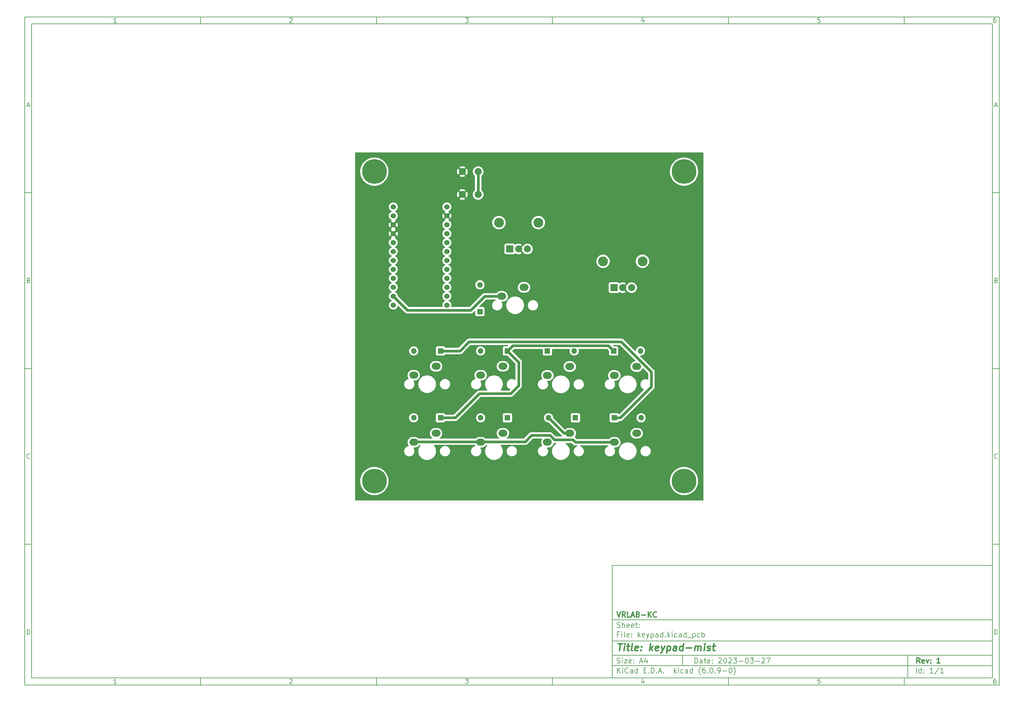
<source format=gbr>
G04 #@! TF.GenerationSoftware,KiCad,Pcbnew,(6.0.9-0)*
G04 #@! TF.CreationDate,2023-03-29T20:51:06+09:00*
G04 #@! TF.ProjectId,keypad,6b657970-6164-42e6-9b69-6361645f7063,1*
G04 #@! TF.SameCoordinates,Original*
G04 #@! TF.FileFunction,Copper,L2,Bot*
G04 #@! TF.FilePolarity,Positive*
%FSLAX46Y46*%
G04 Gerber Fmt 4.6, Leading zero omitted, Abs format (unit mm)*
G04 Created by KiCad (PCBNEW (6.0.9-0)) date 2023-03-29 20:51:06*
%MOMM*%
%LPD*%
G01*
G04 APERTURE LIST*
%ADD10C,0.100000*%
%ADD11C,0.150000*%
%ADD12C,0.300000*%
%ADD13C,0.400000*%
G04 #@! TA.AperFunction,ComponentPad*
%ADD14O,2.500000X2.000000*%
G04 #@! TD*
G04 #@! TA.AperFunction,ComponentPad*
%ADD15R,1.600000X1.600000*%
G04 #@! TD*
G04 #@! TA.AperFunction,ComponentPad*
%ADD16O,1.600000X1.600000*%
G04 #@! TD*
G04 #@! TA.AperFunction,ComponentPad*
%ADD17C,3.900000*%
G04 #@! TD*
G04 #@! TA.AperFunction,ConnectorPad*
%ADD18C,7.000000*%
G04 #@! TD*
G04 #@! TA.AperFunction,ComponentPad*
%ADD19R,2.000000X2.000000*%
G04 #@! TD*
G04 #@! TA.AperFunction,ComponentPad*
%ADD20C,2.000000*%
G04 #@! TD*
G04 #@! TA.AperFunction,ComponentPad*
%ADD21C,2.800000*%
G04 #@! TD*
G04 #@! TA.AperFunction,ComponentPad*
%ADD22C,1.524000*%
G04 #@! TD*
G04 #@! TA.AperFunction,Conductor*
%ADD23C,0.800000*%
G04 #@! TD*
G04 APERTURE END LIST*
D10*
D11*
X177002200Y-166007200D02*
X177002200Y-198007200D01*
X285002200Y-198007200D01*
X285002200Y-166007200D01*
X177002200Y-166007200D01*
D10*
D11*
X10000000Y-10000000D02*
X10000000Y-200007200D01*
X287002200Y-200007200D01*
X287002200Y-10000000D01*
X10000000Y-10000000D01*
D10*
D11*
X12000000Y-12000000D02*
X12000000Y-198007200D01*
X285002200Y-198007200D01*
X285002200Y-12000000D01*
X12000000Y-12000000D01*
D10*
D11*
X60000000Y-12000000D02*
X60000000Y-10000000D01*
D10*
D11*
X110000000Y-12000000D02*
X110000000Y-10000000D01*
D10*
D11*
X160000000Y-12000000D02*
X160000000Y-10000000D01*
D10*
D11*
X210000000Y-12000000D02*
X210000000Y-10000000D01*
D10*
D11*
X260000000Y-12000000D02*
X260000000Y-10000000D01*
D10*
D11*
X36065476Y-11588095D02*
X35322619Y-11588095D01*
X35694047Y-11588095D02*
X35694047Y-10288095D01*
X35570238Y-10473809D01*
X35446428Y-10597619D01*
X35322619Y-10659523D01*
D10*
D11*
X85322619Y-10411904D02*
X85384523Y-10350000D01*
X85508333Y-10288095D01*
X85817857Y-10288095D01*
X85941666Y-10350000D01*
X86003571Y-10411904D01*
X86065476Y-10535714D01*
X86065476Y-10659523D01*
X86003571Y-10845238D01*
X85260714Y-11588095D01*
X86065476Y-11588095D01*
D10*
D11*
X135260714Y-10288095D02*
X136065476Y-10288095D01*
X135632142Y-10783333D01*
X135817857Y-10783333D01*
X135941666Y-10845238D01*
X136003571Y-10907142D01*
X136065476Y-11030952D01*
X136065476Y-11340476D01*
X136003571Y-11464285D01*
X135941666Y-11526190D01*
X135817857Y-11588095D01*
X135446428Y-11588095D01*
X135322619Y-11526190D01*
X135260714Y-11464285D01*
D10*
D11*
X185941666Y-10721428D02*
X185941666Y-11588095D01*
X185632142Y-10226190D02*
X185322619Y-11154761D01*
X186127380Y-11154761D01*
D10*
D11*
X236003571Y-10288095D02*
X235384523Y-10288095D01*
X235322619Y-10907142D01*
X235384523Y-10845238D01*
X235508333Y-10783333D01*
X235817857Y-10783333D01*
X235941666Y-10845238D01*
X236003571Y-10907142D01*
X236065476Y-11030952D01*
X236065476Y-11340476D01*
X236003571Y-11464285D01*
X235941666Y-11526190D01*
X235817857Y-11588095D01*
X235508333Y-11588095D01*
X235384523Y-11526190D01*
X235322619Y-11464285D01*
D10*
D11*
X285941666Y-10288095D02*
X285694047Y-10288095D01*
X285570238Y-10350000D01*
X285508333Y-10411904D01*
X285384523Y-10597619D01*
X285322619Y-10845238D01*
X285322619Y-11340476D01*
X285384523Y-11464285D01*
X285446428Y-11526190D01*
X285570238Y-11588095D01*
X285817857Y-11588095D01*
X285941666Y-11526190D01*
X286003571Y-11464285D01*
X286065476Y-11340476D01*
X286065476Y-11030952D01*
X286003571Y-10907142D01*
X285941666Y-10845238D01*
X285817857Y-10783333D01*
X285570238Y-10783333D01*
X285446428Y-10845238D01*
X285384523Y-10907142D01*
X285322619Y-11030952D01*
D10*
D11*
X60000000Y-198007200D02*
X60000000Y-200007200D01*
D10*
D11*
X110000000Y-198007200D02*
X110000000Y-200007200D01*
D10*
D11*
X160000000Y-198007200D02*
X160000000Y-200007200D01*
D10*
D11*
X210000000Y-198007200D02*
X210000000Y-200007200D01*
D10*
D11*
X260000000Y-198007200D02*
X260000000Y-200007200D01*
D10*
D11*
X36065476Y-199595295D02*
X35322619Y-199595295D01*
X35694047Y-199595295D02*
X35694047Y-198295295D01*
X35570238Y-198481009D01*
X35446428Y-198604819D01*
X35322619Y-198666723D01*
D10*
D11*
X85322619Y-198419104D02*
X85384523Y-198357200D01*
X85508333Y-198295295D01*
X85817857Y-198295295D01*
X85941666Y-198357200D01*
X86003571Y-198419104D01*
X86065476Y-198542914D01*
X86065476Y-198666723D01*
X86003571Y-198852438D01*
X85260714Y-199595295D01*
X86065476Y-199595295D01*
D10*
D11*
X135260714Y-198295295D02*
X136065476Y-198295295D01*
X135632142Y-198790533D01*
X135817857Y-198790533D01*
X135941666Y-198852438D01*
X136003571Y-198914342D01*
X136065476Y-199038152D01*
X136065476Y-199347676D01*
X136003571Y-199471485D01*
X135941666Y-199533390D01*
X135817857Y-199595295D01*
X135446428Y-199595295D01*
X135322619Y-199533390D01*
X135260714Y-199471485D01*
D10*
D11*
X185941666Y-198728628D02*
X185941666Y-199595295D01*
X185632142Y-198233390D02*
X185322619Y-199161961D01*
X186127380Y-199161961D01*
D10*
D11*
X236003571Y-198295295D02*
X235384523Y-198295295D01*
X235322619Y-198914342D01*
X235384523Y-198852438D01*
X235508333Y-198790533D01*
X235817857Y-198790533D01*
X235941666Y-198852438D01*
X236003571Y-198914342D01*
X236065476Y-199038152D01*
X236065476Y-199347676D01*
X236003571Y-199471485D01*
X235941666Y-199533390D01*
X235817857Y-199595295D01*
X235508333Y-199595295D01*
X235384523Y-199533390D01*
X235322619Y-199471485D01*
D10*
D11*
X285941666Y-198295295D02*
X285694047Y-198295295D01*
X285570238Y-198357200D01*
X285508333Y-198419104D01*
X285384523Y-198604819D01*
X285322619Y-198852438D01*
X285322619Y-199347676D01*
X285384523Y-199471485D01*
X285446428Y-199533390D01*
X285570238Y-199595295D01*
X285817857Y-199595295D01*
X285941666Y-199533390D01*
X286003571Y-199471485D01*
X286065476Y-199347676D01*
X286065476Y-199038152D01*
X286003571Y-198914342D01*
X285941666Y-198852438D01*
X285817857Y-198790533D01*
X285570238Y-198790533D01*
X285446428Y-198852438D01*
X285384523Y-198914342D01*
X285322619Y-199038152D01*
D10*
D11*
X10000000Y-60000000D02*
X12000000Y-60000000D01*
D10*
D11*
X10000000Y-110000000D02*
X12000000Y-110000000D01*
D10*
D11*
X10000000Y-160000000D02*
X12000000Y-160000000D01*
D10*
D11*
X10690476Y-35216666D02*
X11309523Y-35216666D01*
X10566666Y-35588095D02*
X11000000Y-34288095D01*
X11433333Y-35588095D01*
D10*
D11*
X11092857Y-84907142D02*
X11278571Y-84969047D01*
X11340476Y-85030952D01*
X11402380Y-85154761D01*
X11402380Y-85340476D01*
X11340476Y-85464285D01*
X11278571Y-85526190D01*
X11154761Y-85588095D01*
X10659523Y-85588095D01*
X10659523Y-84288095D01*
X11092857Y-84288095D01*
X11216666Y-84350000D01*
X11278571Y-84411904D01*
X11340476Y-84535714D01*
X11340476Y-84659523D01*
X11278571Y-84783333D01*
X11216666Y-84845238D01*
X11092857Y-84907142D01*
X10659523Y-84907142D01*
D10*
D11*
X11402380Y-135464285D02*
X11340476Y-135526190D01*
X11154761Y-135588095D01*
X11030952Y-135588095D01*
X10845238Y-135526190D01*
X10721428Y-135402380D01*
X10659523Y-135278571D01*
X10597619Y-135030952D01*
X10597619Y-134845238D01*
X10659523Y-134597619D01*
X10721428Y-134473809D01*
X10845238Y-134350000D01*
X11030952Y-134288095D01*
X11154761Y-134288095D01*
X11340476Y-134350000D01*
X11402380Y-134411904D01*
D10*
D11*
X10659523Y-185588095D02*
X10659523Y-184288095D01*
X10969047Y-184288095D01*
X11154761Y-184350000D01*
X11278571Y-184473809D01*
X11340476Y-184597619D01*
X11402380Y-184845238D01*
X11402380Y-185030952D01*
X11340476Y-185278571D01*
X11278571Y-185402380D01*
X11154761Y-185526190D01*
X10969047Y-185588095D01*
X10659523Y-185588095D01*
D10*
D11*
X287002200Y-60000000D02*
X285002200Y-60000000D01*
D10*
D11*
X287002200Y-110000000D02*
X285002200Y-110000000D01*
D10*
D11*
X287002200Y-160000000D02*
X285002200Y-160000000D01*
D10*
D11*
X285692676Y-35216666D02*
X286311723Y-35216666D01*
X285568866Y-35588095D02*
X286002200Y-34288095D01*
X286435533Y-35588095D01*
D10*
D11*
X286095057Y-84907142D02*
X286280771Y-84969047D01*
X286342676Y-85030952D01*
X286404580Y-85154761D01*
X286404580Y-85340476D01*
X286342676Y-85464285D01*
X286280771Y-85526190D01*
X286156961Y-85588095D01*
X285661723Y-85588095D01*
X285661723Y-84288095D01*
X286095057Y-84288095D01*
X286218866Y-84350000D01*
X286280771Y-84411904D01*
X286342676Y-84535714D01*
X286342676Y-84659523D01*
X286280771Y-84783333D01*
X286218866Y-84845238D01*
X286095057Y-84907142D01*
X285661723Y-84907142D01*
D10*
D11*
X286404580Y-135464285D02*
X286342676Y-135526190D01*
X286156961Y-135588095D01*
X286033152Y-135588095D01*
X285847438Y-135526190D01*
X285723628Y-135402380D01*
X285661723Y-135278571D01*
X285599819Y-135030952D01*
X285599819Y-134845238D01*
X285661723Y-134597619D01*
X285723628Y-134473809D01*
X285847438Y-134350000D01*
X286033152Y-134288095D01*
X286156961Y-134288095D01*
X286342676Y-134350000D01*
X286404580Y-134411904D01*
D10*
D11*
X285661723Y-185588095D02*
X285661723Y-184288095D01*
X285971247Y-184288095D01*
X286156961Y-184350000D01*
X286280771Y-184473809D01*
X286342676Y-184597619D01*
X286404580Y-184845238D01*
X286404580Y-185030952D01*
X286342676Y-185278571D01*
X286280771Y-185402380D01*
X286156961Y-185526190D01*
X285971247Y-185588095D01*
X285661723Y-185588095D01*
D10*
D11*
X200434342Y-193785771D02*
X200434342Y-192285771D01*
X200791485Y-192285771D01*
X201005771Y-192357200D01*
X201148628Y-192500057D01*
X201220057Y-192642914D01*
X201291485Y-192928628D01*
X201291485Y-193142914D01*
X201220057Y-193428628D01*
X201148628Y-193571485D01*
X201005771Y-193714342D01*
X200791485Y-193785771D01*
X200434342Y-193785771D01*
X202577200Y-193785771D02*
X202577200Y-193000057D01*
X202505771Y-192857200D01*
X202362914Y-192785771D01*
X202077200Y-192785771D01*
X201934342Y-192857200D01*
X202577200Y-193714342D02*
X202434342Y-193785771D01*
X202077200Y-193785771D01*
X201934342Y-193714342D01*
X201862914Y-193571485D01*
X201862914Y-193428628D01*
X201934342Y-193285771D01*
X202077200Y-193214342D01*
X202434342Y-193214342D01*
X202577200Y-193142914D01*
X203077200Y-192785771D02*
X203648628Y-192785771D01*
X203291485Y-192285771D02*
X203291485Y-193571485D01*
X203362914Y-193714342D01*
X203505771Y-193785771D01*
X203648628Y-193785771D01*
X204720057Y-193714342D02*
X204577200Y-193785771D01*
X204291485Y-193785771D01*
X204148628Y-193714342D01*
X204077200Y-193571485D01*
X204077200Y-193000057D01*
X204148628Y-192857200D01*
X204291485Y-192785771D01*
X204577200Y-192785771D01*
X204720057Y-192857200D01*
X204791485Y-193000057D01*
X204791485Y-193142914D01*
X204077200Y-193285771D01*
X205434342Y-193642914D02*
X205505771Y-193714342D01*
X205434342Y-193785771D01*
X205362914Y-193714342D01*
X205434342Y-193642914D01*
X205434342Y-193785771D01*
X205434342Y-192857200D02*
X205505771Y-192928628D01*
X205434342Y-193000057D01*
X205362914Y-192928628D01*
X205434342Y-192857200D01*
X205434342Y-193000057D01*
X207220057Y-192428628D02*
X207291485Y-192357200D01*
X207434342Y-192285771D01*
X207791485Y-192285771D01*
X207934342Y-192357200D01*
X208005771Y-192428628D01*
X208077200Y-192571485D01*
X208077200Y-192714342D01*
X208005771Y-192928628D01*
X207148628Y-193785771D01*
X208077200Y-193785771D01*
X209005771Y-192285771D02*
X209148628Y-192285771D01*
X209291485Y-192357200D01*
X209362914Y-192428628D01*
X209434342Y-192571485D01*
X209505771Y-192857200D01*
X209505771Y-193214342D01*
X209434342Y-193500057D01*
X209362914Y-193642914D01*
X209291485Y-193714342D01*
X209148628Y-193785771D01*
X209005771Y-193785771D01*
X208862914Y-193714342D01*
X208791485Y-193642914D01*
X208720057Y-193500057D01*
X208648628Y-193214342D01*
X208648628Y-192857200D01*
X208720057Y-192571485D01*
X208791485Y-192428628D01*
X208862914Y-192357200D01*
X209005771Y-192285771D01*
X210077200Y-192428628D02*
X210148628Y-192357200D01*
X210291485Y-192285771D01*
X210648628Y-192285771D01*
X210791485Y-192357200D01*
X210862914Y-192428628D01*
X210934342Y-192571485D01*
X210934342Y-192714342D01*
X210862914Y-192928628D01*
X210005771Y-193785771D01*
X210934342Y-193785771D01*
X211434342Y-192285771D02*
X212362914Y-192285771D01*
X211862914Y-192857200D01*
X212077200Y-192857200D01*
X212220057Y-192928628D01*
X212291485Y-193000057D01*
X212362914Y-193142914D01*
X212362914Y-193500057D01*
X212291485Y-193642914D01*
X212220057Y-193714342D01*
X212077200Y-193785771D01*
X211648628Y-193785771D01*
X211505771Y-193714342D01*
X211434342Y-193642914D01*
X213005771Y-193214342D02*
X214148628Y-193214342D01*
X215148628Y-192285771D02*
X215291485Y-192285771D01*
X215434342Y-192357200D01*
X215505771Y-192428628D01*
X215577200Y-192571485D01*
X215648628Y-192857200D01*
X215648628Y-193214342D01*
X215577200Y-193500057D01*
X215505771Y-193642914D01*
X215434342Y-193714342D01*
X215291485Y-193785771D01*
X215148628Y-193785771D01*
X215005771Y-193714342D01*
X214934342Y-193642914D01*
X214862914Y-193500057D01*
X214791485Y-193214342D01*
X214791485Y-192857200D01*
X214862914Y-192571485D01*
X214934342Y-192428628D01*
X215005771Y-192357200D01*
X215148628Y-192285771D01*
X216148628Y-192285771D02*
X217077200Y-192285771D01*
X216577200Y-192857200D01*
X216791485Y-192857200D01*
X216934342Y-192928628D01*
X217005771Y-193000057D01*
X217077200Y-193142914D01*
X217077200Y-193500057D01*
X217005771Y-193642914D01*
X216934342Y-193714342D01*
X216791485Y-193785771D01*
X216362914Y-193785771D01*
X216220057Y-193714342D01*
X216148628Y-193642914D01*
X217720057Y-193214342D02*
X218862914Y-193214342D01*
X219505771Y-192428628D02*
X219577200Y-192357200D01*
X219720057Y-192285771D01*
X220077200Y-192285771D01*
X220220057Y-192357200D01*
X220291485Y-192428628D01*
X220362914Y-192571485D01*
X220362914Y-192714342D01*
X220291485Y-192928628D01*
X219434342Y-193785771D01*
X220362914Y-193785771D01*
X220862914Y-192285771D02*
X221862914Y-192285771D01*
X221220057Y-193785771D01*
D10*
D11*
X177002200Y-194507200D02*
X285002200Y-194507200D01*
D10*
D11*
X178434342Y-196585771D02*
X178434342Y-195085771D01*
X179291485Y-196585771D02*
X178648628Y-195728628D01*
X179291485Y-195085771D02*
X178434342Y-195942914D01*
X179934342Y-196585771D02*
X179934342Y-195585771D01*
X179934342Y-195085771D02*
X179862914Y-195157200D01*
X179934342Y-195228628D01*
X180005771Y-195157200D01*
X179934342Y-195085771D01*
X179934342Y-195228628D01*
X181505771Y-196442914D02*
X181434342Y-196514342D01*
X181220057Y-196585771D01*
X181077200Y-196585771D01*
X180862914Y-196514342D01*
X180720057Y-196371485D01*
X180648628Y-196228628D01*
X180577200Y-195942914D01*
X180577200Y-195728628D01*
X180648628Y-195442914D01*
X180720057Y-195300057D01*
X180862914Y-195157200D01*
X181077200Y-195085771D01*
X181220057Y-195085771D01*
X181434342Y-195157200D01*
X181505771Y-195228628D01*
X182791485Y-196585771D02*
X182791485Y-195800057D01*
X182720057Y-195657200D01*
X182577200Y-195585771D01*
X182291485Y-195585771D01*
X182148628Y-195657200D01*
X182791485Y-196514342D02*
X182648628Y-196585771D01*
X182291485Y-196585771D01*
X182148628Y-196514342D01*
X182077200Y-196371485D01*
X182077200Y-196228628D01*
X182148628Y-196085771D01*
X182291485Y-196014342D01*
X182648628Y-196014342D01*
X182791485Y-195942914D01*
X184148628Y-196585771D02*
X184148628Y-195085771D01*
X184148628Y-196514342D02*
X184005771Y-196585771D01*
X183720057Y-196585771D01*
X183577200Y-196514342D01*
X183505771Y-196442914D01*
X183434342Y-196300057D01*
X183434342Y-195871485D01*
X183505771Y-195728628D01*
X183577200Y-195657200D01*
X183720057Y-195585771D01*
X184005771Y-195585771D01*
X184148628Y-195657200D01*
X186005771Y-195800057D02*
X186505771Y-195800057D01*
X186720057Y-196585771D02*
X186005771Y-196585771D01*
X186005771Y-195085771D01*
X186720057Y-195085771D01*
X187362914Y-196442914D02*
X187434342Y-196514342D01*
X187362914Y-196585771D01*
X187291485Y-196514342D01*
X187362914Y-196442914D01*
X187362914Y-196585771D01*
X188077200Y-196585771D02*
X188077200Y-195085771D01*
X188434342Y-195085771D01*
X188648628Y-195157200D01*
X188791485Y-195300057D01*
X188862914Y-195442914D01*
X188934342Y-195728628D01*
X188934342Y-195942914D01*
X188862914Y-196228628D01*
X188791485Y-196371485D01*
X188648628Y-196514342D01*
X188434342Y-196585771D01*
X188077200Y-196585771D01*
X189577200Y-196442914D02*
X189648628Y-196514342D01*
X189577200Y-196585771D01*
X189505771Y-196514342D01*
X189577200Y-196442914D01*
X189577200Y-196585771D01*
X190220057Y-196157200D02*
X190934342Y-196157200D01*
X190077200Y-196585771D02*
X190577200Y-195085771D01*
X191077200Y-196585771D01*
X191577200Y-196442914D02*
X191648628Y-196514342D01*
X191577200Y-196585771D01*
X191505771Y-196514342D01*
X191577200Y-196442914D01*
X191577200Y-196585771D01*
X194577200Y-196585771D02*
X194577200Y-195085771D01*
X194720057Y-196014342D02*
X195148628Y-196585771D01*
X195148628Y-195585771D02*
X194577200Y-196157200D01*
X195791485Y-196585771D02*
X195791485Y-195585771D01*
X195791485Y-195085771D02*
X195720057Y-195157200D01*
X195791485Y-195228628D01*
X195862914Y-195157200D01*
X195791485Y-195085771D01*
X195791485Y-195228628D01*
X197148628Y-196514342D02*
X197005771Y-196585771D01*
X196720057Y-196585771D01*
X196577200Y-196514342D01*
X196505771Y-196442914D01*
X196434342Y-196300057D01*
X196434342Y-195871485D01*
X196505771Y-195728628D01*
X196577200Y-195657200D01*
X196720057Y-195585771D01*
X197005771Y-195585771D01*
X197148628Y-195657200D01*
X198434342Y-196585771D02*
X198434342Y-195800057D01*
X198362914Y-195657200D01*
X198220057Y-195585771D01*
X197934342Y-195585771D01*
X197791485Y-195657200D01*
X198434342Y-196514342D02*
X198291485Y-196585771D01*
X197934342Y-196585771D01*
X197791485Y-196514342D01*
X197720057Y-196371485D01*
X197720057Y-196228628D01*
X197791485Y-196085771D01*
X197934342Y-196014342D01*
X198291485Y-196014342D01*
X198434342Y-195942914D01*
X199791485Y-196585771D02*
X199791485Y-195085771D01*
X199791485Y-196514342D02*
X199648628Y-196585771D01*
X199362914Y-196585771D01*
X199220057Y-196514342D01*
X199148628Y-196442914D01*
X199077200Y-196300057D01*
X199077200Y-195871485D01*
X199148628Y-195728628D01*
X199220057Y-195657200D01*
X199362914Y-195585771D01*
X199648628Y-195585771D01*
X199791485Y-195657200D01*
X202077200Y-197157200D02*
X202005771Y-197085771D01*
X201862914Y-196871485D01*
X201791485Y-196728628D01*
X201720057Y-196514342D01*
X201648628Y-196157200D01*
X201648628Y-195871485D01*
X201720057Y-195514342D01*
X201791485Y-195300057D01*
X201862914Y-195157200D01*
X202005771Y-194942914D01*
X202077200Y-194871485D01*
X203291485Y-195085771D02*
X203005771Y-195085771D01*
X202862914Y-195157200D01*
X202791485Y-195228628D01*
X202648628Y-195442914D01*
X202577200Y-195728628D01*
X202577200Y-196300057D01*
X202648628Y-196442914D01*
X202720057Y-196514342D01*
X202862914Y-196585771D01*
X203148628Y-196585771D01*
X203291485Y-196514342D01*
X203362914Y-196442914D01*
X203434342Y-196300057D01*
X203434342Y-195942914D01*
X203362914Y-195800057D01*
X203291485Y-195728628D01*
X203148628Y-195657200D01*
X202862914Y-195657200D01*
X202720057Y-195728628D01*
X202648628Y-195800057D01*
X202577200Y-195942914D01*
X204077200Y-196442914D02*
X204148628Y-196514342D01*
X204077200Y-196585771D01*
X204005771Y-196514342D01*
X204077200Y-196442914D01*
X204077200Y-196585771D01*
X205077200Y-195085771D02*
X205220057Y-195085771D01*
X205362914Y-195157200D01*
X205434342Y-195228628D01*
X205505771Y-195371485D01*
X205577200Y-195657200D01*
X205577200Y-196014342D01*
X205505771Y-196300057D01*
X205434342Y-196442914D01*
X205362914Y-196514342D01*
X205220057Y-196585771D01*
X205077200Y-196585771D01*
X204934342Y-196514342D01*
X204862914Y-196442914D01*
X204791485Y-196300057D01*
X204720057Y-196014342D01*
X204720057Y-195657200D01*
X204791485Y-195371485D01*
X204862914Y-195228628D01*
X204934342Y-195157200D01*
X205077200Y-195085771D01*
X206220057Y-196442914D02*
X206291485Y-196514342D01*
X206220057Y-196585771D01*
X206148628Y-196514342D01*
X206220057Y-196442914D01*
X206220057Y-196585771D01*
X207005771Y-196585771D02*
X207291485Y-196585771D01*
X207434342Y-196514342D01*
X207505771Y-196442914D01*
X207648628Y-196228628D01*
X207720057Y-195942914D01*
X207720057Y-195371485D01*
X207648628Y-195228628D01*
X207577200Y-195157200D01*
X207434342Y-195085771D01*
X207148628Y-195085771D01*
X207005771Y-195157200D01*
X206934342Y-195228628D01*
X206862914Y-195371485D01*
X206862914Y-195728628D01*
X206934342Y-195871485D01*
X207005771Y-195942914D01*
X207148628Y-196014342D01*
X207434342Y-196014342D01*
X207577200Y-195942914D01*
X207648628Y-195871485D01*
X207720057Y-195728628D01*
X208362914Y-196014342D02*
X209505771Y-196014342D01*
X210505771Y-195085771D02*
X210648628Y-195085771D01*
X210791485Y-195157200D01*
X210862914Y-195228628D01*
X210934342Y-195371485D01*
X211005771Y-195657200D01*
X211005771Y-196014342D01*
X210934342Y-196300057D01*
X210862914Y-196442914D01*
X210791485Y-196514342D01*
X210648628Y-196585771D01*
X210505771Y-196585771D01*
X210362914Y-196514342D01*
X210291485Y-196442914D01*
X210220057Y-196300057D01*
X210148628Y-196014342D01*
X210148628Y-195657200D01*
X210220057Y-195371485D01*
X210291485Y-195228628D01*
X210362914Y-195157200D01*
X210505771Y-195085771D01*
X211505771Y-197157200D02*
X211577200Y-197085771D01*
X211720057Y-196871485D01*
X211791485Y-196728628D01*
X211862914Y-196514342D01*
X211934342Y-196157200D01*
X211934342Y-195871485D01*
X211862914Y-195514342D01*
X211791485Y-195300057D01*
X211720057Y-195157200D01*
X211577200Y-194942914D01*
X211505771Y-194871485D01*
D10*
D11*
X177002200Y-191507200D02*
X285002200Y-191507200D01*
D10*
D12*
X264411485Y-193785771D02*
X263911485Y-193071485D01*
X263554342Y-193785771D02*
X263554342Y-192285771D01*
X264125771Y-192285771D01*
X264268628Y-192357200D01*
X264340057Y-192428628D01*
X264411485Y-192571485D01*
X264411485Y-192785771D01*
X264340057Y-192928628D01*
X264268628Y-193000057D01*
X264125771Y-193071485D01*
X263554342Y-193071485D01*
X265625771Y-193714342D02*
X265482914Y-193785771D01*
X265197200Y-193785771D01*
X265054342Y-193714342D01*
X264982914Y-193571485D01*
X264982914Y-193000057D01*
X265054342Y-192857200D01*
X265197200Y-192785771D01*
X265482914Y-192785771D01*
X265625771Y-192857200D01*
X265697200Y-193000057D01*
X265697200Y-193142914D01*
X264982914Y-193285771D01*
X266197200Y-192785771D02*
X266554342Y-193785771D01*
X266911485Y-192785771D01*
X267482914Y-193642914D02*
X267554342Y-193714342D01*
X267482914Y-193785771D01*
X267411485Y-193714342D01*
X267482914Y-193642914D01*
X267482914Y-193785771D01*
X267482914Y-192857200D02*
X267554342Y-192928628D01*
X267482914Y-193000057D01*
X267411485Y-192928628D01*
X267482914Y-192857200D01*
X267482914Y-193000057D01*
X270125771Y-193785771D02*
X269268628Y-193785771D01*
X269697200Y-193785771D02*
X269697200Y-192285771D01*
X269554342Y-192500057D01*
X269411485Y-192642914D01*
X269268628Y-192714342D01*
D10*
D11*
X178362914Y-193714342D02*
X178577200Y-193785771D01*
X178934342Y-193785771D01*
X179077200Y-193714342D01*
X179148628Y-193642914D01*
X179220057Y-193500057D01*
X179220057Y-193357200D01*
X179148628Y-193214342D01*
X179077200Y-193142914D01*
X178934342Y-193071485D01*
X178648628Y-193000057D01*
X178505771Y-192928628D01*
X178434342Y-192857200D01*
X178362914Y-192714342D01*
X178362914Y-192571485D01*
X178434342Y-192428628D01*
X178505771Y-192357200D01*
X178648628Y-192285771D01*
X179005771Y-192285771D01*
X179220057Y-192357200D01*
X179862914Y-193785771D02*
X179862914Y-192785771D01*
X179862914Y-192285771D02*
X179791485Y-192357200D01*
X179862914Y-192428628D01*
X179934342Y-192357200D01*
X179862914Y-192285771D01*
X179862914Y-192428628D01*
X180434342Y-192785771D02*
X181220057Y-192785771D01*
X180434342Y-193785771D01*
X181220057Y-193785771D01*
X182362914Y-193714342D02*
X182220057Y-193785771D01*
X181934342Y-193785771D01*
X181791485Y-193714342D01*
X181720057Y-193571485D01*
X181720057Y-193000057D01*
X181791485Y-192857200D01*
X181934342Y-192785771D01*
X182220057Y-192785771D01*
X182362914Y-192857200D01*
X182434342Y-193000057D01*
X182434342Y-193142914D01*
X181720057Y-193285771D01*
X183077200Y-193642914D02*
X183148628Y-193714342D01*
X183077200Y-193785771D01*
X183005771Y-193714342D01*
X183077200Y-193642914D01*
X183077200Y-193785771D01*
X183077200Y-192857200D02*
X183148628Y-192928628D01*
X183077200Y-193000057D01*
X183005771Y-192928628D01*
X183077200Y-192857200D01*
X183077200Y-193000057D01*
X184862914Y-193357200D02*
X185577200Y-193357200D01*
X184720057Y-193785771D02*
X185220057Y-192285771D01*
X185720057Y-193785771D01*
X186862914Y-192785771D02*
X186862914Y-193785771D01*
X186505771Y-192214342D02*
X186148628Y-193285771D01*
X187077200Y-193285771D01*
D10*
D11*
X263434342Y-196585771D02*
X263434342Y-195085771D01*
X264791485Y-196585771D02*
X264791485Y-195085771D01*
X264791485Y-196514342D02*
X264648628Y-196585771D01*
X264362914Y-196585771D01*
X264220057Y-196514342D01*
X264148628Y-196442914D01*
X264077200Y-196300057D01*
X264077200Y-195871485D01*
X264148628Y-195728628D01*
X264220057Y-195657200D01*
X264362914Y-195585771D01*
X264648628Y-195585771D01*
X264791485Y-195657200D01*
X265505771Y-196442914D02*
X265577200Y-196514342D01*
X265505771Y-196585771D01*
X265434342Y-196514342D01*
X265505771Y-196442914D01*
X265505771Y-196585771D01*
X265505771Y-195657200D02*
X265577200Y-195728628D01*
X265505771Y-195800057D01*
X265434342Y-195728628D01*
X265505771Y-195657200D01*
X265505771Y-195800057D01*
X268148628Y-196585771D02*
X267291485Y-196585771D01*
X267720057Y-196585771D02*
X267720057Y-195085771D01*
X267577200Y-195300057D01*
X267434342Y-195442914D01*
X267291485Y-195514342D01*
X269862914Y-195014342D02*
X268577200Y-196942914D01*
X271148628Y-196585771D02*
X270291485Y-196585771D01*
X270720057Y-196585771D02*
X270720057Y-195085771D01*
X270577200Y-195300057D01*
X270434342Y-195442914D01*
X270291485Y-195514342D01*
D10*
D11*
X177002200Y-187507200D02*
X285002200Y-187507200D01*
D10*
D13*
X178714580Y-188211961D02*
X179857438Y-188211961D01*
X179036009Y-190211961D02*
X179286009Y-188211961D01*
X180274104Y-190211961D02*
X180440771Y-188878628D01*
X180524104Y-188211961D02*
X180416961Y-188307200D01*
X180500295Y-188402438D01*
X180607438Y-188307200D01*
X180524104Y-188211961D01*
X180500295Y-188402438D01*
X181107438Y-188878628D02*
X181869342Y-188878628D01*
X181476485Y-188211961D02*
X181262200Y-189926247D01*
X181333628Y-190116723D01*
X181512200Y-190211961D01*
X181702676Y-190211961D01*
X182655057Y-190211961D02*
X182476485Y-190116723D01*
X182405057Y-189926247D01*
X182619342Y-188211961D01*
X184190771Y-190116723D02*
X183988390Y-190211961D01*
X183607438Y-190211961D01*
X183428866Y-190116723D01*
X183357438Y-189926247D01*
X183452676Y-189164342D01*
X183571723Y-188973866D01*
X183774104Y-188878628D01*
X184155057Y-188878628D01*
X184333628Y-188973866D01*
X184405057Y-189164342D01*
X184381247Y-189354819D01*
X183405057Y-189545295D01*
X185155057Y-190021485D02*
X185238390Y-190116723D01*
X185131247Y-190211961D01*
X185047914Y-190116723D01*
X185155057Y-190021485D01*
X185131247Y-190211961D01*
X185286009Y-188973866D02*
X185369342Y-189069104D01*
X185262200Y-189164342D01*
X185178866Y-189069104D01*
X185286009Y-188973866D01*
X185262200Y-189164342D01*
X187607438Y-190211961D02*
X187857438Y-188211961D01*
X187893152Y-189450057D02*
X188369342Y-190211961D01*
X188536009Y-188878628D02*
X187678866Y-189640533D01*
X190000295Y-190116723D02*
X189797914Y-190211961D01*
X189416961Y-190211961D01*
X189238390Y-190116723D01*
X189166961Y-189926247D01*
X189262200Y-189164342D01*
X189381247Y-188973866D01*
X189583628Y-188878628D01*
X189964580Y-188878628D01*
X190143152Y-188973866D01*
X190214580Y-189164342D01*
X190190771Y-189354819D01*
X189214580Y-189545295D01*
X190916961Y-188878628D02*
X191226485Y-190211961D01*
X191869342Y-188878628D02*
X191226485Y-190211961D01*
X190976485Y-190688152D01*
X190869342Y-190783390D01*
X190666961Y-190878628D01*
X192631247Y-188878628D02*
X192381247Y-190878628D01*
X192619342Y-188973866D02*
X192821723Y-188878628D01*
X193202676Y-188878628D01*
X193381247Y-188973866D01*
X193464580Y-189069104D01*
X193536009Y-189259580D01*
X193464580Y-189831009D01*
X193345533Y-190021485D01*
X193238390Y-190116723D01*
X193036009Y-190211961D01*
X192655057Y-190211961D01*
X192476485Y-190116723D01*
X195131247Y-190211961D02*
X195262200Y-189164342D01*
X195190771Y-188973866D01*
X195012200Y-188878628D01*
X194631247Y-188878628D01*
X194428866Y-188973866D01*
X195143152Y-190116723D02*
X194940771Y-190211961D01*
X194464580Y-190211961D01*
X194286009Y-190116723D01*
X194214580Y-189926247D01*
X194238390Y-189735771D01*
X194357438Y-189545295D01*
X194559819Y-189450057D01*
X195036009Y-189450057D01*
X195238390Y-189354819D01*
X196940771Y-190211961D02*
X197190771Y-188211961D01*
X196952676Y-190116723D02*
X196750295Y-190211961D01*
X196369342Y-190211961D01*
X196190771Y-190116723D01*
X196107438Y-190021485D01*
X196036009Y-189831009D01*
X196107438Y-189259580D01*
X196226485Y-189069104D01*
X196333628Y-188973866D01*
X196536009Y-188878628D01*
X196916961Y-188878628D01*
X197095533Y-188973866D01*
X197988390Y-189450057D02*
X199512200Y-189450057D01*
X200369342Y-190211961D02*
X200536009Y-188878628D01*
X200512200Y-189069104D02*
X200619342Y-188973866D01*
X200821723Y-188878628D01*
X201107438Y-188878628D01*
X201286009Y-188973866D01*
X201357438Y-189164342D01*
X201226485Y-190211961D01*
X201357438Y-189164342D02*
X201476485Y-188973866D01*
X201678866Y-188878628D01*
X201964580Y-188878628D01*
X202143152Y-188973866D01*
X202214580Y-189164342D01*
X202083628Y-190211961D01*
X203036009Y-190211961D02*
X203202676Y-188878628D01*
X203286009Y-188211961D02*
X203178866Y-188307200D01*
X203262200Y-188402438D01*
X203369342Y-188307200D01*
X203286009Y-188211961D01*
X203262200Y-188402438D01*
X203905057Y-190116723D02*
X204083628Y-190211961D01*
X204464580Y-190211961D01*
X204666961Y-190116723D01*
X204786009Y-189926247D01*
X204797914Y-189831009D01*
X204726485Y-189640533D01*
X204547914Y-189545295D01*
X204262200Y-189545295D01*
X204083628Y-189450057D01*
X204012200Y-189259580D01*
X204024104Y-189164342D01*
X204143152Y-188973866D01*
X204345533Y-188878628D01*
X204631247Y-188878628D01*
X204809819Y-188973866D01*
X205488390Y-188878628D02*
X206250295Y-188878628D01*
X205857438Y-188211961D02*
X205643152Y-189926247D01*
X205714580Y-190116723D01*
X205893152Y-190211961D01*
X206083628Y-190211961D01*
D10*
D11*
X178934342Y-185600057D02*
X178434342Y-185600057D01*
X178434342Y-186385771D02*
X178434342Y-184885771D01*
X179148628Y-184885771D01*
X179720057Y-186385771D02*
X179720057Y-185385771D01*
X179720057Y-184885771D02*
X179648628Y-184957200D01*
X179720057Y-185028628D01*
X179791485Y-184957200D01*
X179720057Y-184885771D01*
X179720057Y-185028628D01*
X180648628Y-186385771D02*
X180505771Y-186314342D01*
X180434342Y-186171485D01*
X180434342Y-184885771D01*
X181791485Y-186314342D02*
X181648628Y-186385771D01*
X181362914Y-186385771D01*
X181220057Y-186314342D01*
X181148628Y-186171485D01*
X181148628Y-185600057D01*
X181220057Y-185457200D01*
X181362914Y-185385771D01*
X181648628Y-185385771D01*
X181791485Y-185457200D01*
X181862914Y-185600057D01*
X181862914Y-185742914D01*
X181148628Y-185885771D01*
X182505771Y-186242914D02*
X182577200Y-186314342D01*
X182505771Y-186385771D01*
X182434342Y-186314342D01*
X182505771Y-186242914D01*
X182505771Y-186385771D01*
X182505771Y-185457200D02*
X182577200Y-185528628D01*
X182505771Y-185600057D01*
X182434342Y-185528628D01*
X182505771Y-185457200D01*
X182505771Y-185600057D01*
X184362914Y-186385771D02*
X184362914Y-184885771D01*
X184505771Y-185814342D02*
X184934342Y-186385771D01*
X184934342Y-185385771D02*
X184362914Y-185957200D01*
X186148628Y-186314342D02*
X186005771Y-186385771D01*
X185720057Y-186385771D01*
X185577200Y-186314342D01*
X185505771Y-186171485D01*
X185505771Y-185600057D01*
X185577200Y-185457200D01*
X185720057Y-185385771D01*
X186005771Y-185385771D01*
X186148628Y-185457200D01*
X186220057Y-185600057D01*
X186220057Y-185742914D01*
X185505771Y-185885771D01*
X186720057Y-185385771D02*
X187077200Y-186385771D01*
X187434342Y-185385771D02*
X187077200Y-186385771D01*
X186934342Y-186742914D01*
X186862914Y-186814342D01*
X186720057Y-186885771D01*
X188005771Y-185385771D02*
X188005771Y-186885771D01*
X188005771Y-185457200D02*
X188148628Y-185385771D01*
X188434342Y-185385771D01*
X188577200Y-185457200D01*
X188648628Y-185528628D01*
X188720057Y-185671485D01*
X188720057Y-186100057D01*
X188648628Y-186242914D01*
X188577200Y-186314342D01*
X188434342Y-186385771D01*
X188148628Y-186385771D01*
X188005771Y-186314342D01*
X190005771Y-186385771D02*
X190005771Y-185600057D01*
X189934342Y-185457200D01*
X189791485Y-185385771D01*
X189505771Y-185385771D01*
X189362914Y-185457200D01*
X190005771Y-186314342D02*
X189862914Y-186385771D01*
X189505771Y-186385771D01*
X189362914Y-186314342D01*
X189291485Y-186171485D01*
X189291485Y-186028628D01*
X189362914Y-185885771D01*
X189505771Y-185814342D01*
X189862914Y-185814342D01*
X190005771Y-185742914D01*
X191362914Y-186385771D02*
X191362914Y-184885771D01*
X191362914Y-186314342D02*
X191220057Y-186385771D01*
X190934342Y-186385771D01*
X190791485Y-186314342D01*
X190720057Y-186242914D01*
X190648628Y-186100057D01*
X190648628Y-185671485D01*
X190720057Y-185528628D01*
X190791485Y-185457200D01*
X190934342Y-185385771D01*
X191220057Y-185385771D01*
X191362914Y-185457200D01*
X192077200Y-186242914D02*
X192148628Y-186314342D01*
X192077200Y-186385771D01*
X192005771Y-186314342D01*
X192077200Y-186242914D01*
X192077200Y-186385771D01*
X192791485Y-186385771D02*
X192791485Y-184885771D01*
X192934342Y-185814342D02*
X193362914Y-186385771D01*
X193362914Y-185385771D02*
X192791485Y-185957200D01*
X194005771Y-186385771D02*
X194005771Y-185385771D01*
X194005771Y-184885771D02*
X193934342Y-184957200D01*
X194005771Y-185028628D01*
X194077200Y-184957200D01*
X194005771Y-184885771D01*
X194005771Y-185028628D01*
X195362914Y-186314342D02*
X195220057Y-186385771D01*
X194934342Y-186385771D01*
X194791485Y-186314342D01*
X194720057Y-186242914D01*
X194648628Y-186100057D01*
X194648628Y-185671485D01*
X194720057Y-185528628D01*
X194791485Y-185457200D01*
X194934342Y-185385771D01*
X195220057Y-185385771D01*
X195362914Y-185457200D01*
X196648628Y-186385771D02*
X196648628Y-185600057D01*
X196577200Y-185457200D01*
X196434342Y-185385771D01*
X196148628Y-185385771D01*
X196005771Y-185457200D01*
X196648628Y-186314342D02*
X196505771Y-186385771D01*
X196148628Y-186385771D01*
X196005771Y-186314342D01*
X195934342Y-186171485D01*
X195934342Y-186028628D01*
X196005771Y-185885771D01*
X196148628Y-185814342D01*
X196505771Y-185814342D01*
X196648628Y-185742914D01*
X198005771Y-186385771D02*
X198005771Y-184885771D01*
X198005771Y-186314342D02*
X197862914Y-186385771D01*
X197577200Y-186385771D01*
X197434342Y-186314342D01*
X197362914Y-186242914D01*
X197291485Y-186100057D01*
X197291485Y-185671485D01*
X197362914Y-185528628D01*
X197434342Y-185457200D01*
X197577200Y-185385771D01*
X197862914Y-185385771D01*
X198005771Y-185457200D01*
X198362914Y-186528628D02*
X199505771Y-186528628D01*
X199862914Y-185385771D02*
X199862914Y-186885771D01*
X199862914Y-185457200D02*
X200005771Y-185385771D01*
X200291485Y-185385771D01*
X200434342Y-185457200D01*
X200505771Y-185528628D01*
X200577200Y-185671485D01*
X200577200Y-186100057D01*
X200505771Y-186242914D01*
X200434342Y-186314342D01*
X200291485Y-186385771D01*
X200005771Y-186385771D01*
X199862914Y-186314342D01*
X201862914Y-186314342D02*
X201720057Y-186385771D01*
X201434342Y-186385771D01*
X201291485Y-186314342D01*
X201220057Y-186242914D01*
X201148628Y-186100057D01*
X201148628Y-185671485D01*
X201220057Y-185528628D01*
X201291485Y-185457200D01*
X201434342Y-185385771D01*
X201720057Y-185385771D01*
X201862914Y-185457200D01*
X202505771Y-186385771D02*
X202505771Y-184885771D01*
X202505771Y-185457200D02*
X202648628Y-185385771D01*
X202934342Y-185385771D01*
X203077200Y-185457200D01*
X203148628Y-185528628D01*
X203220057Y-185671485D01*
X203220057Y-186100057D01*
X203148628Y-186242914D01*
X203077200Y-186314342D01*
X202934342Y-186385771D01*
X202648628Y-186385771D01*
X202505771Y-186314342D01*
D10*
D11*
X177002200Y-181507200D02*
X285002200Y-181507200D01*
D10*
D11*
X178362914Y-183614342D02*
X178577200Y-183685771D01*
X178934342Y-183685771D01*
X179077200Y-183614342D01*
X179148628Y-183542914D01*
X179220057Y-183400057D01*
X179220057Y-183257200D01*
X179148628Y-183114342D01*
X179077200Y-183042914D01*
X178934342Y-182971485D01*
X178648628Y-182900057D01*
X178505771Y-182828628D01*
X178434342Y-182757200D01*
X178362914Y-182614342D01*
X178362914Y-182471485D01*
X178434342Y-182328628D01*
X178505771Y-182257200D01*
X178648628Y-182185771D01*
X179005771Y-182185771D01*
X179220057Y-182257200D01*
X179862914Y-183685771D02*
X179862914Y-182185771D01*
X180505771Y-183685771D02*
X180505771Y-182900057D01*
X180434342Y-182757200D01*
X180291485Y-182685771D01*
X180077200Y-182685771D01*
X179934342Y-182757200D01*
X179862914Y-182828628D01*
X181791485Y-183614342D02*
X181648628Y-183685771D01*
X181362914Y-183685771D01*
X181220057Y-183614342D01*
X181148628Y-183471485D01*
X181148628Y-182900057D01*
X181220057Y-182757200D01*
X181362914Y-182685771D01*
X181648628Y-182685771D01*
X181791485Y-182757200D01*
X181862914Y-182900057D01*
X181862914Y-183042914D01*
X181148628Y-183185771D01*
X183077200Y-183614342D02*
X182934342Y-183685771D01*
X182648628Y-183685771D01*
X182505771Y-183614342D01*
X182434342Y-183471485D01*
X182434342Y-182900057D01*
X182505771Y-182757200D01*
X182648628Y-182685771D01*
X182934342Y-182685771D01*
X183077200Y-182757200D01*
X183148628Y-182900057D01*
X183148628Y-183042914D01*
X182434342Y-183185771D01*
X183577200Y-182685771D02*
X184148628Y-182685771D01*
X183791485Y-182185771D02*
X183791485Y-183471485D01*
X183862914Y-183614342D01*
X184005771Y-183685771D01*
X184148628Y-183685771D01*
X184648628Y-183542914D02*
X184720057Y-183614342D01*
X184648628Y-183685771D01*
X184577200Y-183614342D01*
X184648628Y-183542914D01*
X184648628Y-183685771D01*
X184648628Y-182757200D02*
X184720057Y-182828628D01*
X184648628Y-182900057D01*
X184577200Y-182828628D01*
X184648628Y-182757200D01*
X184648628Y-182900057D01*
D10*
D12*
X178340057Y-179185771D02*
X178840057Y-180685771D01*
X179340057Y-179185771D01*
X180697200Y-180685771D02*
X180197200Y-179971485D01*
X179840057Y-180685771D02*
X179840057Y-179185771D01*
X180411485Y-179185771D01*
X180554342Y-179257200D01*
X180625771Y-179328628D01*
X180697200Y-179471485D01*
X180697200Y-179685771D01*
X180625771Y-179828628D01*
X180554342Y-179900057D01*
X180411485Y-179971485D01*
X179840057Y-179971485D01*
X182054342Y-180685771D02*
X181340057Y-180685771D01*
X181340057Y-179185771D01*
X182482914Y-180257200D02*
X183197200Y-180257200D01*
X182340057Y-180685771D02*
X182840057Y-179185771D01*
X183340057Y-180685771D01*
X184340057Y-179900057D02*
X184554342Y-179971485D01*
X184625771Y-180042914D01*
X184697200Y-180185771D01*
X184697200Y-180400057D01*
X184625771Y-180542914D01*
X184554342Y-180614342D01*
X184411485Y-180685771D01*
X183840057Y-180685771D01*
X183840057Y-179185771D01*
X184340057Y-179185771D01*
X184482914Y-179257200D01*
X184554342Y-179328628D01*
X184625771Y-179471485D01*
X184625771Y-179614342D01*
X184554342Y-179757200D01*
X184482914Y-179828628D01*
X184340057Y-179900057D01*
X183840057Y-179900057D01*
X185340057Y-180114342D02*
X186482914Y-180114342D01*
X187197200Y-180685771D02*
X187197200Y-179185771D01*
X188054342Y-180685771D02*
X187411485Y-179828628D01*
X188054342Y-179185771D02*
X187197200Y-180042914D01*
X189554342Y-180542914D02*
X189482914Y-180614342D01*
X189268628Y-180685771D01*
X189125771Y-180685771D01*
X188911485Y-180614342D01*
X188768628Y-180471485D01*
X188697200Y-180328628D01*
X188625771Y-180042914D01*
X188625771Y-179828628D01*
X188697200Y-179542914D01*
X188768628Y-179400057D01*
X188911485Y-179257200D01*
X189125771Y-179185771D01*
X189268628Y-179185771D01*
X189482914Y-179257200D01*
X189554342Y-179328628D01*
D10*
D11*
D10*
D11*
D10*
D11*
D10*
D11*
D10*
D11*
X197002200Y-191507200D02*
X197002200Y-194507200D01*
D10*
D11*
X261002200Y-191507200D02*
X261002200Y-198007200D01*
D14*
G04 #@! TO.P,SW8,1,1*
G04 #@! TO.N,C*
X177570000Y-111960000D03*
G04 #@! TO.P,SW8,2,2*
G04 #@! TO.N,Net-(D8-Pad2)*
X183920000Y-109420000D03*
G04 #@! TD*
D15*
G04 #@! TO.P,D8,1,K*
G04 #@! TO.N,Y*
X177380000Y-105000000D03*
D16*
G04 #@! TO.P,D8,2,A*
G04 #@! TO.N,Net-(D8-Pad2)*
X185000000Y-105000000D03*
G04 #@! TD*
D17*
G04 #@! TO.P,REF\u002A\u002A,1*
G04 #@! TO.N,N/C*
X109380000Y-54000000D03*
D18*
X109380000Y-54000000D03*
G04 #@! TD*
D15*
G04 #@! TO.P,D9,1,K*
G04 #@! TO.N,Z*
X139380000Y-93810000D03*
D16*
G04 #@! TO.P,D9,2,A*
G04 #@! TO.N,Net-(D9-Pad2)*
X139380000Y-86190000D03*
G04 #@! TD*
D14*
G04 #@! TO.P,SW9,1,1*
G04 #@! TO.N,C*
X145570000Y-89460000D03*
G04 #@! TO.P,SW9,2,2*
G04 #@! TO.N,Net-(D9-Pad2)*
X151920000Y-86920000D03*
G04 #@! TD*
D15*
G04 #@! TO.P,D6,1,K*
G04 #@! TO.N,Z*
X147190000Y-124000000D03*
D16*
G04 #@! TO.P,D6,2,A*
G04 #@! TO.N,Net-(D6-Pad2)*
X139570000Y-124000000D03*
G04 #@! TD*
D14*
G04 #@! TO.P,SW4,1,1*
G04 #@! TO.N,B*
X177570000Y-130960000D03*
G04 #@! TO.P,SW4,2,2*
G04 #@! TO.N,Net-(D4-Pad2)*
X183920000Y-128420000D03*
G04 #@! TD*
G04 #@! TO.P,SW1,1,1*
G04 #@! TO.N,A*
X120570000Y-111910000D03*
G04 #@! TO.P,SW1,2,2*
G04 #@! TO.N,Net-(D1-Pad2)*
X126920000Y-109370000D03*
G04 #@! TD*
D19*
G04 #@! TO.P,SW11,A,A*
G04 #@! TO.N,ROT2A*
X177480000Y-87000000D03*
D20*
G04 #@! TO.P,SW11,B,B*
G04 #@! TO.N,ROT2B*
X182480000Y-87000000D03*
G04 #@! TO.P,SW11,C,C*
G04 #@! TO.N,GND*
X179980000Y-87000000D03*
D21*
G04 #@! TO.P,SW11,MP*
G04 #@! TO.N,N/C*
X174380000Y-79500000D03*
X185580000Y-79500000D03*
G04 #@! TD*
D14*
G04 #@! TO.P,SW3,1,1*
G04 #@! TO.N,A*
X158570000Y-111960000D03*
G04 #@! TO.P,SW3,2,2*
G04 #@! TO.N,Net-(D3-Pad2)*
X164920000Y-109420000D03*
G04 #@! TD*
D18*
G04 #@! TO.P,REF,1*
G04 #@! TO.N,N/C*
X197380000Y-54000000D03*
D17*
X197380000Y-54000000D03*
G04 #@! TD*
D15*
G04 #@! TO.P,D2,1,K*
G04 #@! TO.N,Y*
X147190000Y-105000000D03*
D16*
G04 #@! TO.P,D2,2,A*
G04 #@! TO.N,Net-(D2-Pad2)*
X139570000Y-105000000D03*
G04 #@! TD*
D14*
G04 #@! TO.P,SW2,1,1*
G04 #@! TO.N,A*
X139570000Y-111910000D03*
G04 #@! TO.P,SW2,2,2*
G04 #@! TO.N,Net-(D2-Pad2)*
X145920000Y-109370000D03*
G04 #@! TD*
G04 #@! TO.P,SW6,1,1*
G04 #@! TO.N,B*
X139570000Y-130960000D03*
G04 #@! TO.P,SW6,2,2*
G04 #@! TO.N,Net-(D6-Pad2)*
X145920000Y-128420000D03*
G04 #@! TD*
D20*
G04 #@! TO.P,SW12,1,1*
G04 #@! TO.N,reset*
X138880000Y-60500000D03*
X138880000Y-54000000D03*
G04 #@! TO.P,SW12,2,2*
G04 #@! TO.N,GND*
X134380000Y-60500000D03*
X134380000Y-54000000D03*
G04 #@! TD*
D15*
G04 #@! TO.P,D7,1,K*
G04 #@! TO.N,X*
X166500000Y-124000000D03*
D16*
G04 #@! TO.P,D7,2,A*
G04 #@! TO.N,Net-(D7-Pad2)*
X158880000Y-124000000D03*
G04 #@! TD*
D15*
G04 #@! TO.P,D5,1,K*
G04 #@! TO.N,Y*
X128190000Y-124000000D03*
D16*
G04 #@! TO.P,D5,2,A*
G04 #@! TO.N,Net-(D5-Pad2)*
X120570000Y-124000000D03*
G04 #@! TD*
D19*
G04 #@! TO.P,SW10,A,A*
G04 #@! TO.N,ROT1A*
X147880000Y-76000000D03*
D20*
G04 #@! TO.P,SW10,B,B*
G04 #@! TO.N,ROT1B*
X152880000Y-76000000D03*
G04 #@! TO.P,SW10,C,C*
G04 #@! TO.N,GND*
X150380000Y-76000000D03*
D21*
G04 #@! TO.P,SW10,MP*
G04 #@! TO.N,N/C*
X155980000Y-68500000D03*
X144780000Y-68500000D03*
G04 #@! TD*
D14*
G04 #@! TO.P,SW5,1,1*
G04 #@! TO.N,B*
X120570000Y-130960000D03*
G04 #@! TO.P,SW5,2,2*
G04 #@! TO.N,Net-(D5-Pad2)*
X126920000Y-128420000D03*
G04 #@! TD*
D18*
G04 #@! TO.P,REF\u002A\u002A,1*
G04 #@! TO.N,N/C*
X197380000Y-142000000D03*
D17*
X197380000Y-142000000D03*
G04 #@! TD*
D18*
G04 #@! TO.P,REF\u002A\u002A,1*
G04 #@! TO.N,N/C*
X109380000Y-142000000D03*
D17*
X109380000Y-142000000D03*
G04 #@! TD*
D15*
G04 #@! TO.P,D3,1,K*
G04 #@! TO.N,Z*
X158570000Y-105000000D03*
D16*
G04 #@! TO.P,D3,2,A*
G04 #@! TO.N,Net-(D3-Pad2)*
X166190000Y-105000000D03*
G04 #@! TD*
D15*
G04 #@! TO.P,D1,1,K*
G04 #@! TO.N,X*
X128190000Y-105000000D03*
D16*
G04 #@! TO.P,D1,2,A*
G04 #@! TO.N,Net-(D1-Pad2)*
X120570000Y-105000000D03*
G04 #@! TD*
D15*
G04 #@! TO.P,D4,1,K*
G04 #@! TO.N,X*
X177570000Y-124000000D03*
D16*
G04 #@! TO.P,D4,2,A*
G04 #@! TO.N,Net-(D4-Pad2)*
X185190000Y-124000000D03*
G04 #@! TD*
D14*
G04 #@! TO.P,SW7,1,1*
G04 #@! TO.N,C*
X158570000Y-130960000D03*
G04 #@! TO.P,SW7,2,2*
G04 #@! TO.N,Net-(D7-Pad2)*
X164920000Y-128420000D03*
G04 #@! TD*
D22*
G04 #@! TO.P,U1,1,TX0/D3*
G04 #@! TO.N,unconnected-(U1-Pad1)*
X114771400Y-64022000D03*
G04 #@! TO.P,U1,2,RX1/D2*
G04 #@! TO.N,unconnected-(U1-Pad2)*
X114771400Y-66562000D03*
G04 #@! TO.P,U1,3,GND*
G04 #@! TO.N,GND*
X114771400Y-69102000D03*
G04 #@! TO.P,U1,4,GND*
X114771400Y-71642000D03*
G04 #@! TO.P,U1,5,2/D1/SDA*
G04 #@! TO.N,unconnected-(U1-Pad5)*
X114771400Y-74182000D03*
G04 #@! TO.P,U1,6,3/D0/SCL*
G04 #@! TO.N,unconnected-(U1-Pad6)*
X114771400Y-76722000D03*
G04 #@! TO.P,U1,7,4/D4*
G04 #@! TO.N,unconnected-(U1-Pad7)*
X114771400Y-79262000D03*
G04 #@! TO.P,U1,8,5/C6*
G04 #@! TO.N,unconnected-(U1-Pad8)*
X114771400Y-81802000D03*
G04 #@! TO.P,U1,9,6/D7*
G04 #@! TO.N,A*
X114771400Y-84342000D03*
G04 #@! TO.P,U1,10,7/E6*
G04 #@! TO.N,B*
X114771400Y-86882000D03*
G04 #@! TO.P,U1,11,8/B4*
G04 #@! TO.N,C*
X114771400Y-89422000D03*
G04 #@! TO.P,U1,12,9/B5*
G04 #@! TO.N,unconnected-(U1-Pad12)*
X114771400Y-91962000D03*
G04 #@! TO.P,U1,13,B6/10*
G04 #@! TO.N,Z*
X129991400Y-91962000D03*
G04 #@! TO.P,U1,14,B2/16*
G04 #@! TO.N,Y*
X129991400Y-89422000D03*
G04 #@! TO.P,U1,15,B3/14*
G04 #@! TO.N,X*
X129991400Y-86882000D03*
G04 #@! TO.P,U1,16,B1/15*
G04 #@! TO.N,ROT2B*
X129991400Y-84342000D03*
G04 #@! TO.P,U1,17,F7/A0*
G04 #@! TO.N,ROT2A*
X129991400Y-81802000D03*
G04 #@! TO.P,U1,18,F6/A1*
G04 #@! TO.N,ROT1B*
X129991400Y-79262000D03*
G04 #@! TO.P,U1,19,F5/A2*
G04 #@! TO.N,ROT1A*
X129991400Y-76722000D03*
G04 #@! TO.P,U1,20,F4/A3*
G04 #@! TO.N,unconnected-(U1-Pad20)*
X129991400Y-74182000D03*
G04 #@! TO.P,U1,21,VCC*
G04 #@! TO.N,VCC*
X129991400Y-71642000D03*
G04 #@! TO.P,U1,22,RST*
G04 #@! TO.N,reset*
X129991400Y-69102000D03*
G04 #@! TO.P,U1,23,GND*
G04 #@! TO.N,GND*
X129991400Y-66562000D03*
G04 #@! TO.P,U1,24,RAW*
G04 #@! TO.N,unconnected-(U1-Pad24)*
X129991400Y-64022000D03*
G04 #@! TD*
D23*
G04 #@! TO.N,X*
X179293454Y-124000000D02*
X188110001Y-115183453D01*
X136290000Y-102400000D02*
X133690000Y-105000000D01*
X188110001Y-110955838D02*
X188110001Y-115183453D01*
X133690000Y-105000000D02*
X128190000Y-105000000D01*
X177570000Y-124000000D02*
X179293454Y-124000000D01*
X136290000Y-102400000D02*
X179554163Y-102400000D01*
X179554163Y-102400000D02*
X188110001Y-110955838D01*
G04 #@! TO.N,Y*
X128190000Y-124000000D02*
X132380000Y-124000000D01*
X132380000Y-124000000D02*
X139229999Y-117150001D01*
X175880000Y-103500000D02*
X177380000Y-105000000D01*
X148690000Y-103500000D02*
X175880000Y-103500000D01*
X148093453Y-117150001D02*
X150380000Y-114863454D01*
X147190000Y-105000000D02*
X148690000Y-103500000D01*
X139229999Y-117150001D02*
X148093453Y-117150001D01*
X150380000Y-108190000D02*
X150380000Y-114863454D01*
X147190000Y-105000000D02*
X150380000Y-108190000D01*
G04 #@! TO.N,B*
X160520000Y-130255837D02*
X159264163Y-129000000D01*
X165797460Y-130255837D02*
X160520000Y-130255837D01*
X139730001Y-130799999D02*
X139570000Y-130960000D01*
X120570000Y-130960000D02*
X120730001Y-130799999D01*
X152266545Y-130799999D02*
X139730001Y-130799999D01*
X177570000Y-130960000D02*
X166501623Y-130960000D01*
X120730001Y-130799999D02*
X139409999Y-130799999D01*
X139409999Y-130799999D02*
X139570000Y-130960000D01*
X154066544Y-129000000D02*
X152266545Y-130799999D01*
X166501623Y-130960000D02*
X165797460Y-130255837D01*
X159264163Y-129000000D02*
X154066544Y-129000000D01*
G04 #@! TO.N,C*
X118773400Y-93424000D02*
X136766000Y-93424000D01*
X140730000Y-89460000D02*
X145570000Y-89460000D01*
X114771400Y-89422000D02*
X118773400Y-93424000D01*
X136766000Y-93424000D02*
X140730000Y-89460000D01*
G04 #@! TO.N,Net-(D7-Pad2)*
X164920000Y-128420000D02*
X163300000Y-128420000D01*
X163300000Y-128420000D02*
X158880000Y-124000000D01*
G04 #@! TO.N,reset*
X138880000Y-54000000D02*
X138880000Y-60500000D01*
G04 #@! TD*
G04 #@! TA.AperFunction,Conductor*
G04 #@! TO.N,GND*
G36*
X202813621Y-48528502D02*
G01*
X202860114Y-48582158D01*
X202871500Y-48634500D01*
X202871500Y-147365500D01*
X202851498Y-147433621D01*
X202797842Y-147480114D01*
X202745500Y-147491500D01*
X104014500Y-147491500D01*
X103946379Y-147471498D01*
X103899886Y-147417842D01*
X103888500Y-147365500D01*
X103888500Y-141943965D01*
X105367057Y-141943965D01*
X105380741Y-142335827D01*
X105432599Y-142724484D01*
X105522136Y-143106225D01*
X105648496Y-143477407D01*
X105810475Y-143834487D01*
X106006525Y-144174056D01*
X106008314Y-144176554D01*
X106008316Y-144176558D01*
X106108047Y-144315860D01*
X106234776Y-144492874D01*
X106493049Y-144787896D01*
X106778878Y-145056308D01*
X107089536Y-145295546D01*
X107092139Y-145297173D01*
X107092144Y-145297176D01*
X107211576Y-145371805D01*
X107422056Y-145503328D01*
X107773266Y-145677670D01*
X108139812Y-145816907D01*
X108518195Y-145919712D01*
X108816419Y-145970153D01*
X108901783Y-145984591D01*
X108901786Y-145984591D01*
X108904805Y-145985102D01*
X109059444Y-145995916D01*
X109292885Y-146012240D01*
X109292893Y-146012240D01*
X109295951Y-146012454D01*
X109548037Y-146005413D01*
X109684825Y-146001592D01*
X109684828Y-146001592D01*
X109687899Y-146001506D01*
X109690952Y-146001120D01*
X109690956Y-146001120D01*
X109832576Y-145983229D01*
X110076908Y-145952362D01*
X110079912Y-145951680D01*
X110079915Y-145951679D01*
X110456269Y-145866174D01*
X110456275Y-145866172D01*
X110459265Y-145865493D01*
X110462184Y-145864522D01*
X110828396Y-145742700D01*
X110828402Y-145742698D01*
X110831320Y-145741727D01*
X110972735Y-145678765D01*
X111186722Y-145583492D01*
X111186728Y-145583489D01*
X111189522Y-145582245D01*
X111192191Y-145580729D01*
X111527784Y-145390086D01*
X111527790Y-145390083D01*
X111530452Y-145388570D01*
X111850855Y-145162550D01*
X112147674Y-144906344D01*
X112418074Y-144622395D01*
X112659475Y-144313415D01*
X112869574Y-143982354D01*
X113046363Y-143632370D01*
X113106469Y-143477407D01*
X113187041Y-143269681D01*
X113187044Y-143269672D01*
X113188156Y-143266805D01*
X113293600Y-142889148D01*
X113361688Y-142503004D01*
X113391769Y-142112059D01*
X113393334Y-142000000D01*
X113390594Y-141943965D01*
X193367057Y-141943965D01*
X193380741Y-142335827D01*
X193432599Y-142724484D01*
X193522136Y-143106225D01*
X193648496Y-143477407D01*
X193810475Y-143834487D01*
X194006525Y-144174056D01*
X194008314Y-144176554D01*
X194008316Y-144176558D01*
X194108047Y-144315860D01*
X194234776Y-144492874D01*
X194493049Y-144787896D01*
X194778878Y-145056308D01*
X195089536Y-145295546D01*
X195092139Y-145297173D01*
X195092144Y-145297176D01*
X195211576Y-145371805D01*
X195422056Y-145503328D01*
X195773266Y-145677670D01*
X196139812Y-145816907D01*
X196518195Y-145919712D01*
X196816419Y-145970153D01*
X196901783Y-145984591D01*
X196901786Y-145984591D01*
X196904805Y-145985102D01*
X197059444Y-145995916D01*
X197292885Y-146012240D01*
X197292893Y-146012240D01*
X197295951Y-146012454D01*
X197548037Y-146005413D01*
X197684825Y-146001592D01*
X197684828Y-146001592D01*
X197687899Y-146001506D01*
X197690952Y-146001120D01*
X197690956Y-146001120D01*
X197832576Y-145983229D01*
X198076908Y-145952362D01*
X198079912Y-145951680D01*
X198079915Y-145951679D01*
X198456269Y-145866174D01*
X198456275Y-145866172D01*
X198459265Y-145865493D01*
X198462184Y-145864522D01*
X198828396Y-145742700D01*
X198828402Y-145742698D01*
X198831320Y-145741727D01*
X198972735Y-145678765D01*
X199186722Y-145583492D01*
X199186728Y-145583489D01*
X199189522Y-145582245D01*
X199192191Y-145580729D01*
X199527784Y-145390086D01*
X199527790Y-145390083D01*
X199530452Y-145388570D01*
X199850855Y-145162550D01*
X200147674Y-144906344D01*
X200418074Y-144622395D01*
X200659475Y-144313415D01*
X200869574Y-143982354D01*
X201046363Y-143632370D01*
X201106469Y-143477407D01*
X201187041Y-143269681D01*
X201187044Y-143269672D01*
X201188156Y-143266805D01*
X201293600Y-142889148D01*
X201361688Y-142503004D01*
X201391769Y-142112059D01*
X201393334Y-142000000D01*
X201390594Y-141943965D01*
X201374330Y-141611440D01*
X201374180Y-141608367D01*
X201316901Y-141220473D01*
X201222043Y-140840019D01*
X201090512Y-140470637D01*
X200923564Y-140115854D01*
X200921997Y-140113225D01*
X200921992Y-140113216D01*
X200724361Y-139781689D01*
X200722791Y-139779055D01*
X200720977Y-139776595D01*
X200720972Y-139776587D01*
X200491933Y-139465926D01*
X200491931Y-139465923D01*
X200490111Y-139463455D01*
X200227744Y-139172068D01*
X199938195Y-138907673D01*
X199624228Y-138672795D01*
X199576015Y-138643596D01*
X199291467Y-138471267D01*
X199291458Y-138471262D01*
X199288839Y-138469676D01*
X198935229Y-138300255D01*
X198932339Y-138299203D01*
X198932334Y-138299201D01*
X198569674Y-138167204D01*
X198569671Y-138167203D01*
X198566775Y-138166149D01*
X198290563Y-138095229D01*
X198189977Y-138069403D01*
X198189974Y-138069402D01*
X198186993Y-138068637D01*
X197799508Y-138008651D01*
X197408018Y-137986764D01*
X197404939Y-137986893D01*
X197404936Y-137986893D01*
X197149188Y-137997612D01*
X197016261Y-138003183D01*
X197013217Y-138003611D01*
X197013215Y-138003611D01*
X196802778Y-138033186D01*
X196627976Y-138057753D01*
X196246869Y-138149953D01*
X195876579Y-138278902D01*
X195520638Y-138443369D01*
X195182446Y-138641785D01*
X195022444Y-138758033D01*
X194867711Y-138870453D01*
X194867705Y-138870458D01*
X194865230Y-138872256D01*
X194862944Y-138874285D01*
X194862941Y-138874288D01*
X194783123Y-138945154D01*
X194572017Y-139132583D01*
X194569938Y-139134828D01*
X194569931Y-139134835D01*
X194307694Y-139418026D01*
X194305608Y-139420279D01*
X194068544Y-139732599D01*
X193863089Y-140066562D01*
X193691203Y-140418980D01*
X193554527Y-140786489D01*
X193454367Y-141165581D01*
X193391677Y-141552638D01*
X193391483Y-141555718D01*
X193391483Y-141555720D01*
X193387978Y-141611440D01*
X193367057Y-141943965D01*
X113390594Y-141943965D01*
X113374330Y-141611440D01*
X113374180Y-141608367D01*
X113316901Y-141220473D01*
X113222043Y-140840019D01*
X113090512Y-140470637D01*
X112923564Y-140115854D01*
X112921997Y-140113225D01*
X112921992Y-140113216D01*
X112724361Y-139781689D01*
X112722791Y-139779055D01*
X112720977Y-139776595D01*
X112720972Y-139776587D01*
X112491933Y-139465926D01*
X112491931Y-139465923D01*
X112490111Y-139463455D01*
X112227744Y-139172068D01*
X111938195Y-138907673D01*
X111624228Y-138672795D01*
X111576015Y-138643596D01*
X111291467Y-138471267D01*
X111291458Y-138471262D01*
X111288839Y-138469676D01*
X110935229Y-138300255D01*
X110932339Y-138299203D01*
X110932334Y-138299201D01*
X110569674Y-138167204D01*
X110569671Y-138167203D01*
X110566775Y-138166149D01*
X110290563Y-138095229D01*
X110189977Y-138069403D01*
X110189974Y-138069402D01*
X110186993Y-138068637D01*
X109799508Y-138008651D01*
X109408018Y-137986764D01*
X109404939Y-137986893D01*
X109404936Y-137986893D01*
X109149188Y-137997612D01*
X109016261Y-138003183D01*
X109013217Y-138003611D01*
X109013215Y-138003611D01*
X108802778Y-138033186D01*
X108627976Y-138057753D01*
X108246869Y-138149953D01*
X107876579Y-138278902D01*
X107520638Y-138443369D01*
X107182446Y-138641785D01*
X107022444Y-138758033D01*
X106867711Y-138870453D01*
X106867705Y-138870458D01*
X106865230Y-138872256D01*
X106862944Y-138874285D01*
X106862941Y-138874288D01*
X106783123Y-138945154D01*
X106572017Y-139132583D01*
X106569938Y-139134828D01*
X106569931Y-139134835D01*
X106307694Y-139418026D01*
X106305608Y-139420279D01*
X106068544Y-139732599D01*
X105863089Y-140066562D01*
X105691203Y-140418980D01*
X105554527Y-140786489D01*
X105454367Y-141165581D01*
X105391677Y-141552638D01*
X105391483Y-141555718D01*
X105391483Y-141555720D01*
X105387978Y-141611440D01*
X105367057Y-141943965D01*
X103888500Y-141943965D01*
X103888500Y-133602089D01*
X117840066Y-133602089D01*
X117876343Y-133839163D01*
X117950854Y-134067129D01*
X118061597Y-134279864D01*
X118064700Y-134283997D01*
X118064702Y-134284000D01*
X118202493Y-134467520D01*
X118205598Y-134471655D01*
X118378990Y-134637352D01*
X118577117Y-134772505D01*
X118709070Y-134833756D01*
X118744024Y-134849981D01*
X118794656Y-134873484D01*
X119025768Y-134937576D01*
X119129479Y-134948660D01*
X119218222Y-134958144D01*
X119218230Y-134958144D01*
X119221557Y-134958500D01*
X119360803Y-134958500D01*
X119363376Y-134958288D01*
X119363387Y-134958288D01*
X119533876Y-134944271D01*
X119533882Y-134944270D01*
X119539027Y-134943847D01*
X119655331Y-134914634D01*
X119766625Y-134886679D01*
X119766629Y-134886678D01*
X119771636Y-134885420D01*
X119776366Y-134883364D01*
X119776373Y-134883361D01*
X119986841Y-134791847D01*
X119986844Y-134791845D01*
X119991578Y-134789787D01*
X119995912Y-134786983D01*
X119995916Y-134786981D01*
X120188604Y-134662325D01*
X120188607Y-134662323D01*
X120192947Y-134659515D01*
X120214101Y-134640267D01*
X120366513Y-134501582D01*
X120366514Y-134501580D01*
X120370335Y-134498104D01*
X120373534Y-134494053D01*
X120373538Y-134494049D01*
X120515774Y-134313946D01*
X120518979Y-134309888D01*
X120634887Y-134099922D01*
X120679191Y-133974810D01*
X120713219Y-133878720D01*
X120713220Y-133878716D01*
X120714945Y-133873845D01*
X120715853Y-133868749D01*
X120756098Y-133642816D01*
X120756099Y-133642810D01*
X120757004Y-133637727D01*
X120759934Y-133397911D01*
X120723657Y-133160837D01*
X120649146Y-132932871D01*
X120538403Y-132720136D01*
X120500873Y-132670151D01*
X120475969Y-132603668D01*
X120490962Y-132534272D01*
X120541092Y-132483999D01*
X120601635Y-132468500D01*
X120881001Y-132468500D01*
X120883509Y-132468298D01*
X120883514Y-132468298D01*
X121056924Y-132454346D01*
X121056929Y-132454345D01*
X121061965Y-132453940D01*
X121066873Y-132452734D01*
X121066876Y-132452734D01*
X121292792Y-132397244D01*
X121297706Y-132396037D01*
X121302358Y-132394062D01*
X121302362Y-132394061D01*
X121516498Y-132303165D01*
X121521156Y-132301188D01*
X121668892Y-132208153D01*
X121722288Y-132174528D01*
X121722291Y-132174526D01*
X121726567Y-132171833D01*
X121779535Y-132125136D01*
X121904858Y-132014650D01*
X121904861Y-132014647D01*
X121908655Y-132011302D01*
X122062734Y-131823722D01*
X122093351Y-131771117D01*
X122144905Y-131722304D01*
X122202249Y-131708499D01*
X122333636Y-131708499D01*
X122401757Y-131728501D01*
X122448250Y-131782157D01*
X122458354Y-131852431D01*
X122435572Y-131908560D01*
X122257816Y-132153221D01*
X122255909Y-132156690D01*
X122255907Y-132156693D01*
X122177953Y-132298490D01*
X122105753Y-132429821D01*
X122104300Y-132433490D01*
X122104298Y-132433495D01*
X122065107Y-132532480D01*
X121989557Y-132723298D01*
X121911060Y-133029025D01*
X121871500Y-133342179D01*
X121871500Y-133657821D01*
X121911060Y-133970975D01*
X121989557Y-134276702D01*
X121991010Y-134280371D01*
X121991010Y-134280372D01*
X122066745Y-134471655D01*
X122105753Y-134570179D01*
X122107659Y-134573647D01*
X122107660Y-134573648D01*
X122227617Y-134791847D01*
X122257816Y-134846779D01*
X122443346Y-135102140D01*
X122659418Y-135332233D01*
X122902625Y-135533432D01*
X123169131Y-135702562D01*
X123172710Y-135704246D01*
X123172717Y-135704250D01*
X123451144Y-135835267D01*
X123451148Y-135835269D01*
X123454734Y-135836956D01*
X123754928Y-135934495D01*
X124064980Y-135993641D01*
X124301162Y-136008500D01*
X124458838Y-136008500D01*
X124695020Y-135993641D01*
X125005072Y-135934495D01*
X125305266Y-135836956D01*
X125308852Y-135835269D01*
X125308856Y-135835267D01*
X125587283Y-135704250D01*
X125587290Y-135704246D01*
X125590869Y-135702562D01*
X125857375Y-135533432D01*
X126100582Y-135332233D01*
X126316654Y-135102140D01*
X126502184Y-134846779D01*
X126532384Y-134791847D01*
X126652340Y-134573648D01*
X126652341Y-134573647D01*
X126654247Y-134570179D01*
X126693256Y-134471655D01*
X126768990Y-134280372D01*
X126768990Y-134280371D01*
X126770443Y-134276702D01*
X126848940Y-133970975D01*
X126888500Y-133657821D01*
X126888500Y-133602089D01*
X128000066Y-133602089D01*
X128036343Y-133839163D01*
X128110854Y-134067129D01*
X128221597Y-134279864D01*
X128224700Y-134283997D01*
X128224702Y-134284000D01*
X128362493Y-134467520D01*
X128365598Y-134471655D01*
X128538990Y-134637352D01*
X128737117Y-134772505D01*
X128869070Y-134833756D01*
X128904024Y-134849981D01*
X128954656Y-134873484D01*
X129185768Y-134937576D01*
X129289479Y-134948660D01*
X129378222Y-134958144D01*
X129378230Y-134958144D01*
X129381557Y-134958500D01*
X129520803Y-134958500D01*
X129523376Y-134958288D01*
X129523387Y-134958288D01*
X129693876Y-134944271D01*
X129693882Y-134944270D01*
X129699027Y-134943847D01*
X129815331Y-134914634D01*
X129926625Y-134886679D01*
X129926629Y-134886678D01*
X129931636Y-134885420D01*
X129936366Y-134883364D01*
X129936373Y-134883361D01*
X130146841Y-134791847D01*
X130146844Y-134791845D01*
X130151578Y-134789787D01*
X130155912Y-134786983D01*
X130155916Y-134786981D01*
X130348604Y-134662325D01*
X130348607Y-134662323D01*
X130352947Y-134659515D01*
X130374101Y-134640267D01*
X130526513Y-134501582D01*
X130526514Y-134501580D01*
X130530335Y-134498104D01*
X130533534Y-134494053D01*
X130533538Y-134494049D01*
X130675774Y-134313946D01*
X130678979Y-134309888D01*
X130794887Y-134099922D01*
X130839191Y-133974810D01*
X130873219Y-133878720D01*
X130873220Y-133878716D01*
X130874945Y-133873845D01*
X130875853Y-133868749D01*
X130916098Y-133642816D01*
X130916099Y-133642810D01*
X130917004Y-133637727D01*
X130919934Y-133397911D01*
X130883657Y-133160837D01*
X130809146Y-132932871D01*
X130698403Y-132720136D01*
X130675861Y-132690112D01*
X130557507Y-132532480D01*
X130557505Y-132532477D01*
X130554402Y-132528345D01*
X130381010Y-132362648D01*
X130182883Y-132227495D01*
X130022875Y-132153221D01*
X129970030Y-132128691D01*
X129970028Y-132128690D01*
X129965344Y-132126516D01*
X129734232Y-132062424D01*
X129630521Y-132051340D01*
X129541778Y-132041856D01*
X129541770Y-132041856D01*
X129538443Y-132041500D01*
X129399197Y-132041500D01*
X129396624Y-132041712D01*
X129396613Y-132041712D01*
X129226124Y-132055729D01*
X129226118Y-132055730D01*
X129220973Y-132056153D01*
X129104669Y-132085366D01*
X128993375Y-132113321D01*
X128993371Y-132113322D01*
X128988364Y-132114580D01*
X128983634Y-132116636D01*
X128983627Y-132116639D01*
X128773159Y-132208153D01*
X128773156Y-132208155D01*
X128768422Y-132210213D01*
X128764088Y-132213017D01*
X128764084Y-132213019D01*
X128571396Y-132337675D01*
X128571393Y-132337677D01*
X128567053Y-132340485D01*
X128563230Y-132343964D01*
X128563227Y-132343966D01*
X128393487Y-132498418D01*
X128389665Y-132501896D01*
X128386466Y-132505947D01*
X128386462Y-132505951D01*
X128365511Y-132532480D01*
X128241021Y-132690112D01*
X128125113Y-132900078D01*
X128111759Y-132937789D01*
X128079451Y-133029025D01*
X128045055Y-133126155D01*
X128044148Y-133131248D01*
X128044147Y-133131251D01*
X128007276Y-133338247D01*
X128002996Y-133362273D01*
X128000066Y-133602089D01*
X126888500Y-133602089D01*
X126888500Y-133342179D01*
X126848940Y-133029025D01*
X126770443Y-132723298D01*
X126694893Y-132532480D01*
X126655702Y-132433495D01*
X126655700Y-132433490D01*
X126654247Y-132429821D01*
X126582047Y-132298490D01*
X126504093Y-132156693D01*
X126504091Y-132156690D01*
X126502184Y-132153221D01*
X126324428Y-131908560D01*
X126300569Y-131841692D01*
X126316650Y-131772540D01*
X126367564Y-131723060D01*
X126426364Y-131708499D01*
X137938040Y-131708499D01*
X138006161Y-131728501D01*
X138042251Y-131763675D01*
X138073623Y-131809837D01*
X138113433Y-131868415D01*
X138135179Y-131935999D01*
X138116935Y-132004612D01*
X138064492Y-132052468D01*
X138039916Y-132061442D01*
X137833375Y-132113321D01*
X137833371Y-132113322D01*
X137828364Y-132114580D01*
X137823634Y-132116636D01*
X137823627Y-132116639D01*
X137613159Y-132208153D01*
X137613156Y-132208155D01*
X137608422Y-132210213D01*
X137604088Y-132213017D01*
X137604084Y-132213019D01*
X137411396Y-132337675D01*
X137411393Y-132337677D01*
X137407053Y-132340485D01*
X137403230Y-132343964D01*
X137403227Y-132343966D01*
X137233487Y-132498418D01*
X137229665Y-132501896D01*
X137226466Y-132505947D01*
X137226462Y-132505951D01*
X137205511Y-132532480D01*
X137081021Y-132690112D01*
X136965113Y-132900078D01*
X136951759Y-132937789D01*
X136919451Y-133029025D01*
X136885055Y-133126155D01*
X136884148Y-133131248D01*
X136884147Y-133131251D01*
X136847276Y-133338247D01*
X136842996Y-133362273D01*
X136840066Y-133602089D01*
X136876343Y-133839163D01*
X136950854Y-134067129D01*
X137061597Y-134279864D01*
X137064700Y-134283997D01*
X137064702Y-134284000D01*
X137202493Y-134467520D01*
X137205598Y-134471655D01*
X137378990Y-134637352D01*
X137577117Y-134772505D01*
X137709070Y-134833756D01*
X137744024Y-134849981D01*
X137794656Y-134873484D01*
X138025768Y-134937576D01*
X138129479Y-134948660D01*
X138218222Y-134958144D01*
X138218230Y-134958144D01*
X138221557Y-134958500D01*
X138360803Y-134958500D01*
X138363376Y-134958288D01*
X138363387Y-134958288D01*
X138533876Y-134944271D01*
X138533882Y-134944270D01*
X138539027Y-134943847D01*
X138655331Y-134914634D01*
X138766625Y-134886679D01*
X138766629Y-134886678D01*
X138771636Y-134885420D01*
X138776366Y-134883364D01*
X138776373Y-134883361D01*
X138986841Y-134791847D01*
X138986844Y-134791845D01*
X138991578Y-134789787D01*
X138995912Y-134786983D01*
X138995916Y-134786981D01*
X139188604Y-134662325D01*
X139188607Y-134662323D01*
X139192947Y-134659515D01*
X139214101Y-134640267D01*
X139366513Y-134501582D01*
X139366514Y-134501580D01*
X139370335Y-134498104D01*
X139373534Y-134494053D01*
X139373538Y-134494049D01*
X139515774Y-134313946D01*
X139518979Y-134309888D01*
X139634887Y-134099922D01*
X139679191Y-133974810D01*
X139713219Y-133878720D01*
X139713220Y-133878716D01*
X139714945Y-133873845D01*
X139715853Y-133868749D01*
X139756098Y-133642816D01*
X139756099Y-133642810D01*
X139757004Y-133637727D01*
X139759934Y-133397911D01*
X139723657Y-133160837D01*
X139649146Y-132932871D01*
X139538403Y-132720136D01*
X139500873Y-132670151D01*
X139475969Y-132603668D01*
X139490962Y-132534272D01*
X139541092Y-132483999D01*
X139601635Y-132468500D01*
X139881001Y-132468500D01*
X139883509Y-132468298D01*
X139883514Y-132468298D01*
X140056924Y-132454346D01*
X140056929Y-132454345D01*
X140061965Y-132453940D01*
X140066873Y-132452734D01*
X140066876Y-132452734D01*
X140292792Y-132397244D01*
X140297706Y-132396037D01*
X140302358Y-132394062D01*
X140302362Y-132394061D01*
X140516498Y-132303165D01*
X140521156Y-132301188D01*
X140668892Y-132208153D01*
X140722288Y-132174528D01*
X140722291Y-132174526D01*
X140726567Y-132171833D01*
X140779535Y-132125136D01*
X140904858Y-132014650D01*
X140904861Y-132014647D01*
X140908655Y-132011302D01*
X141062734Y-131823722D01*
X141093351Y-131771117D01*
X141144905Y-131722304D01*
X141202249Y-131708499D01*
X141333636Y-131708499D01*
X141401757Y-131728501D01*
X141448250Y-131782157D01*
X141458354Y-131852431D01*
X141435572Y-131908560D01*
X141257816Y-132153221D01*
X141255909Y-132156690D01*
X141255907Y-132156693D01*
X141177953Y-132298490D01*
X141105753Y-132429821D01*
X141104300Y-132433490D01*
X141104298Y-132433495D01*
X141065107Y-132532480D01*
X140989557Y-132723298D01*
X140911060Y-133029025D01*
X140871500Y-133342179D01*
X140871500Y-133657821D01*
X140911060Y-133970975D01*
X140989557Y-134276702D01*
X140991010Y-134280371D01*
X140991010Y-134280372D01*
X141066745Y-134471655D01*
X141105753Y-134570179D01*
X141107659Y-134573647D01*
X141107660Y-134573648D01*
X141227617Y-134791847D01*
X141257816Y-134846779D01*
X141443346Y-135102140D01*
X141659418Y-135332233D01*
X141902625Y-135533432D01*
X142169131Y-135702562D01*
X142172710Y-135704246D01*
X142172717Y-135704250D01*
X142451144Y-135835267D01*
X142451148Y-135835269D01*
X142454734Y-135836956D01*
X142754928Y-135934495D01*
X143064980Y-135993641D01*
X143301162Y-136008500D01*
X143458838Y-136008500D01*
X143695020Y-135993641D01*
X144005072Y-135934495D01*
X144305266Y-135836956D01*
X144308852Y-135835269D01*
X144308856Y-135835267D01*
X144587283Y-135704250D01*
X144587290Y-135704246D01*
X144590869Y-135702562D01*
X144857375Y-135533432D01*
X145100582Y-135332233D01*
X145316654Y-135102140D01*
X145502184Y-134846779D01*
X145532384Y-134791847D01*
X145652340Y-134573648D01*
X145652341Y-134573647D01*
X145654247Y-134570179D01*
X145693256Y-134471655D01*
X145768990Y-134280372D01*
X145768990Y-134280371D01*
X145770443Y-134276702D01*
X145848940Y-133970975D01*
X145888500Y-133657821D01*
X145888500Y-133602089D01*
X147000066Y-133602089D01*
X147036343Y-133839163D01*
X147110854Y-134067129D01*
X147221597Y-134279864D01*
X147224700Y-134283997D01*
X147224702Y-134284000D01*
X147362493Y-134467520D01*
X147365598Y-134471655D01*
X147538990Y-134637352D01*
X147737117Y-134772505D01*
X147869070Y-134833756D01*
X147904024Y-134849981D01*
X147954656Y-134873484D01*
X148185768Y-134937576D01*
X148289479Y-134948660D01*
X148378222Y-134958144D01*
X148378230Y-134958144D01*
X148381557Y-134958500D01*
X148520803Y-134958500D01*
X148523376Y-134958288D01*
X148523387Y-134958288D01*
X148693876Y-134944271D01*
X148693882Y-134944270D01*
X148699027Y-134943847D01*
X148815331Y-134914634D01*
X148926625Y-134886679D01*
X148926629Y-134886678D01*
X148931636Y-134885420D01*
X148936366Y-134883364D01*
X148936373Y-134883361D01*
X149146841Y-134791847D01*
X149146844Y-134791845D01*
X149151578Y-134789787D01*
X149155912Y-134786983D01*
X149155916Y-134786981D01*
X149348604Y-134662325D01*
X149348607Y-134662323D01*
X149352947Y-134659515D01*
X149374101Y-134640267D01*
X149526513Y-134501582D01*
X149526514Y-134501580D01*
X149530335Y-134498104D01*
X149533534Y-134494053D01*
X149533538Y-134494049D01*
X149675774Y-134313946D01*
X149678979Y-134309888D01*
X149794887Y-134099922D01*
X149839191Y-133974810D01*
X149873219Y-133878720D01*
X149873220Y-133878716D01*
X149874945Y-133873845D01*
X149875853Y-133868749D01*
X149916098Y-133642816D01*
X149916099Y-133642810D01*
X149917004Y-133637727D01*
X149919934Y-133397911D01*
X149883657Y-133160837D01*
X149809146Y-132932871D01*
X149698403Y-132720136D01*
X149675861Y-132690112D01*
X149557507Y-132532480D01*
X149557505Y-132532477D01*
X149554402Y-132528345D01*
X149381010Y-132362648D01*
X149182883Y-132227495D01*
X149022875Y-132153221D01*
X148970030Y-132128691D01*
X148970028Y-132128690D01*
X148965344Y-132126516D01*
X148734232Y-132062424D01*
X148630521Y-132051340D01*
X148541778Y-132041856D01*
X148541770Y-132041856D01*
X148538443Y-132041500D01*
X148399197Y-132041500D01*
X148396624Y-132041712D01*
X148396613Y-132041712D01*
X148226124Y-132055729D01*
X148226118Y-132055730D01*
X148220973Y-132056153D01*
X148104669Y-132085366D01*
X147993375Y-132113321D01*
X147993371Y-132113322D01*
X147988364Y-132114580D01*
X147983634Y-132116636D01*
X147983627Y-132116639D01*
X147773159Y-132208153D01*
X147773156Y-132208155D01*
X147768422Y-132210213D01*
X147764088Y-132213017D01*
X147764084Y-132213019D01*
X147571396Y-132337675D01*
X147571393Y-132337677D01*
X147567053Y-132340485D01*
X147563230Y-132343964D01*
X147563227Y-132343966D01*
X147393487Y-132498418D01*
X147389665Y-132501896D01*
X147386466Y-132505947D01*
X147386462Y-132505951D01*
X147365511Y-132532480D01*
X147241021Y-132690112D01*
X147125113Y-132900078D01*
X147111759Y-132937789D01*
X147079451Y-133029025D01*
X147045055Y-133126155D01*
X147044148Y-133131248D01*
X147044147Y-133131251D01*
X147007276Y-133338247D01*
X147002996Y-133362273D01*
X147000066Y-133602089D01*
X145888500Y-133602089D01*
X145888500Y-133342179D01*
X145848940Y-133029025D01*
X145770443Y-132723298D01*
X145694893Y-132532480D01*
X145655702Y-132433495D01*
X145655700Y-132433490D01*
X145654247Y-132429821D01*
X145582047Y-132298490D01*
X145504093Y-132156693D01*
X145504091Y-132156690D01*
X145502184Y-132153221D01*
X145324428Y-131908560D01*
X145300569Y-131841692D01*
X145316650Y-131772540D01*
X145367564Y-131723060D01*
X145426364Y-131708499D01*
X152185128Y-131708499D01*
X152204837Y-131710050D01*
X152218735Y-131712251D01*
X152225322Y-131711906D01*
X152225327Y-131711906D01*
X152287025Y-131708672D01*
X152293619Y-131708499D01*
X152314155Y-131708499D01*
X152317427Y-131708155D01*
X152317429Y-131708155D01*
X152334587Y-131706352D01*
X152341161Y-131705835D01*
X152402853Y-131702602D01*
X152402857Y-131702601D01*
X152409448Y-131702256D01*
X152415829Y-131700546D01*
X152415831Y-131700546D01*
X152423036Y-131698616D01*
X152442470Y-131695014D01*
X152449899Y-131694233D01*
X152449908Y-131694231D01*
X152456473Y-131693541D01*
X152521542Y-131672399D01*
X152527844Y-131670532D01*
X152593915Y-131652828D01*
X152606453Y-131646439D01*
X152624719Y-131638874D01*
X152631817Y-131636568D01*
X152631819Y-131636567D01*
X152638101Y-131634526D01*
X152664609Y-131619222D01*
X152697327Y-131600332D01*
X152703124Y-131597184D01*
X152764075Y-131566128D01*
X152775012Y-131557272D01*
X152791308Y-131546072D01*
X152797769Y-131542342D01*
X152797773Y-131542339D01*
X152803489Y-131539039D01*
X152808395Y-131534622D01*
X152808400Y-131534618D01*
X152854314Y-131493277D01*
X152859329Y-131488993D01*
X152872722Y-131478147D01*
X152875286Y-131476071D01*
X152889801Y-131461556D01*
X152894586Y-131457015D01*
X152940502Y-131415672D01*
X152945411Y-131411252D01*
X152953685Y-131399864D01*
X152966526Y-131384831D01*
X154405952Y-129945405D01*
X154468264Y-129911379D01*
X154495047Y-129908500D01*
X156967434Y-129908500D01*
X157035555Y-129928502D01*
X157082048Y-129982158D01*
X157092152Y-130052432D01*
X157076333Y-130097881D01*
X156955159Y-130306078D01*
X156868167Y-130532702D01*
X156818526Y-130770320D01*
X156807514Y-131012817D01*
X156808095Y-131017837D01*
X156808095Y-131017841D01*
X156829316Y-131201242D01*
X156835415Y-131253956D01*
X156836791Y-131258820D01*
X156836792Y-131258823D01*
X156875813Y-131396722D01*
X156901510Y-131487532D01*
X156903644Y-131492108D01*
X156903646Y-131492114D01*
X157001637Y-131702256D01*
X157004099Y-131707536D01*
X157006940Y-131711717D01*
X157006941Y-131711718D01*
X157113433Y-131868415D01*
X157135179Y-131935999D01*
X157116935Y-132004612D01*
X157064492Y-132052468D01*
X157039916Y-132061442D01*
X156833375Y-132113321D01*
X156833371Y-132113322D01*
X156828364Y-132114580D01*
X156823634Y-132116636D01*
X156823627Y-132116639D01*
X156613159Y-132208153D01*
X156613156Y-132208155D01*
X156608422Y-132210213D01*
X156604088Y-132213017D01*
X156604084Y-132213019D01*
X156411396Y-132337675D01*
X156411393Y-132337677D01*
X156407053Y-132340485D01*
X156403230Y-132343964D01*
X156403227Y-132343966D01*
X156233487Y-132498418D01*
X156229665Y-132501896D01*
X156226466Y-132505947D01*
X156226462Y-132505951D01*
X156205511Y-132532480D01*
X156081021Y-132690112D01*
X155965113Y-132900078D01*
X155951759Y-132937789D01*
X155919451Y-133029025D01*
X155885055Y-133126155D01*
X155884148Y-133131248D01*
X155884147Y-133131251D01*
X155847276Y-133338247D01*
X155842996Y-133362273D01*
X155840066Y-133602089D01*
X155876343Y-133839163D01*
X155950854Y-134067129D01*
X156061597Y-134279864D01*
X156064700Y-134283997D01*
X156064702Y-134284000D01*
X156202493Y-134467520D01*
X156205598Y-134471655D01*
X156378990Y-134637352D01*
X156577117Y-134772505D01*
X156709070Y-134833756D01*
X156744024Y-134849981D01*
X156794656Y-134873484D01*
X157025768Y-134937576D01*
X157129479Y-134948660D01*
X157218222Y-134958144D01*
X157218230Y-134958144D01*
X157221557Y-134958500D01*
X157360803Y-134958500D01*
X157363376Y-134958288D01*
X157363387Y-134958288D01*
X157533876Y-134944271D01*
X157533882Y-134944270D01*
X157539027Y-134943847D01*
X157655331Y-134914634D01*
X157766625Y-134886679D01*
X157766629Y-134886678D01*
X157771636Y-134885420D01*
X157776366Y-134883364D01*
X157776373Y-134883361D01*
X157986841Y-134791847D01*
X157986844Y-134791845D01*
X157991578Y-134789787D01*
X157995912Y-134786983D01*
X157995916Y-134786981D01*
X158188604Y-134662325D01*
X158188607Y-134662323D01*
X158192947Y-134659515D01*
X158214101Y-134640267D01*
X158366513Y-134501582D01*
X158366514Y-134501580D01*
X158370335Y-134498104D01*
X158373534Y-134494053D01*
X158373538Y-134494049D01*
X158515774Y-134313946D01*
X158518979Y-134309888D01*
X158634887Y-134099922D01*
X158679191Y-133974810D01*
X158713219Y-133878720D01*
X158713220Y-133878716D01*
X158714945Y-133873845D01*
X158715853Y-133868749D01*
X158756098Y-133642816D01*
X158756099Y-133642810D01*
X158757004Y-133637727D01*
X158759934Y-133397911D01*
X158723657Y-133160837D01*
X158649146Y-132932871D01*
X158538403Y-132720136D01*
X158500873Y-132670151D01*
X158475969Y-132603668D01*
X158490962Y-132534272D01*
X158541092Y-132483999D01*
X158601635Y-132468500D01*
X158881001Y-132468500D01*
X158883509Y-132468298D01*
X158883514Y-132468298D01*
X159056924Y-132454346D01*
X159056929Y-132454345D01*
X159061965Y-132453940D01*
X159066873Y-132452734D01*
X159066876Y-132452734D01*
X159292792Y-132397244D01*
X159297706Y-132396037D01*
X159302358Y-132394062D01*
X159302362Y-132394061D01*
X159516498Y-132303165D01*
X159521156Y-132301188D01*
X159668892Y-132208153D01*
X159722288Y-132174528D01*
X159722291Y-132174526D01*
X159726567Y-132171833D01*
X159779535Y-132125136D01*
X159904858Y-132014650D01*
X159904861Y-132014647D01*
X159908655Y-132011302D01*
X160001837Y-131897860D01*
X160059526Y-131827628D01*
X160059528Y-131827625D01*
X160062734Y-131823722D01*
X160138099Y-131694233D01*
X160182299Y-131618290D01*
X160182300Y-131618288D01*
X160184841Y-131613922D01*
X160232000Y-131491068D01*
X160270020Y-131392022D01*
X160270021Y-131392018D01*
X160271833Y-131387298D01*
X160298253Y-131260832D01*
X160331762Y-131198241D01*
X160393792Y-131163703D01*
X160428185Y-131160771D01*
X160444081Y-131161604D01*
X160445388Y-131161673D01*
X160451958Y-131162190D01*
X160469116Y-131163993D01*
X160469118Y-131163993D01*
X160472390Y-131164337D01*
X160492926Y-131164337D01*
X160499520Y-131164510D01*
X160561218Y-131167744D01*
X160561223Y-131167744D01*
X160567810Y-131168089D01*
X160574326Y-131167057D01*
X160574327Y-131167057D01*
X160581707Y-131165888D01*
X160601417Y-131164337D01*
X160945171Y-131164337D01*
X161013292Y-131184339D01*
X161059785Y-131237995D01*
X161069889Y-131308269D01*
X161040395Y-131372849D01*
X161012686Y-131396721D01*
X160902625Y-131466568D01*
X160800527Y-131551031D01*
X160681098Y-131649832D01*
X160659418Y-131667767D01*
X160656704Y-131670657D01*
X160656703Y-131670658D01*
X160637130Y-131691501D01*
X160443346Y-131897860D01*
X160257816Y-132153221D01*
X160255909Y-132156690D01*
X160255907Y-132156693D01*
X160177953Y-132298490D01*
X160105753Y-132429821D01*
X160104300Y-132433490D01*
X160104298Y-132433495D01*
X160065107Y-132532480D01*
X159989557Y-132723298D01*
X159911060Y-133029025D01*
X159871500Y-133342179D01*
X159871500Y-133657821D01*
X159911060Y-133970975D01*
X159989557Y-134276702D01*
X159991010Y-134280371D01*
X159991010Y-134280372D01*
X160066745Y-134471655D01*
X160105753Y-134570179D01*
X160107659Y-134573647D01*
X160107660Y-134573648D01*
X160227617Y-134791847D01*
X160257816Y-134846779D01*
X160443346Y-135102140D01*
X160659418Y-135332233D01*
X160902625Y-135533432D01*
X161169131Y-135702562D01*
X161172710Y-135704246D01*
X161172717Y-135704250D01*
X161451144Y-135835267D01*
X161451148Y-135835269D01*
X161454734Y-135836956D01*
X161754928Y-135934495D01*
X162064980Y-135993641D01*
X162301162Y-136008500D01*
X162458838Y-136008500D01*
X162695020Y-135993641D01*
X163005072Y-135934495D01*
X163305266Y-135836956D01*
X163308852Y-135835269D01*
X163308856Y-135835267D01*
X163587283Y-135704250D01*
X163587290Y-135704246D01*
X163590869Y-135702562D01*
X163857375Y-135533432D01*
X164100582Y-135332233D01*
X164316654Y-135102140D01*
X164502184Y-134846779D01*
X164532384Y-134791847D01*
X164652340Y-134573648D01*
X164652341Y-134573647D01*
X164654247Y-134570179D01*
X164693256Y-134471655D01*
X164768990Y-134280372D01*
X164768990Y-134280371D01*
X164770443Y-134276702D01*
X164848940Y-133970975D01*
X164888500Y-133657821D01*
X164888500Y-133342179D01*
X164848940Y-133029025D01*
X164770443Y-132723298D01*
X164694893Y-132532480D01*
X164655702Y-132433495D01*
X164655700Y-132433490D01*
X164654247Y-132429821D01*
X164582047Y-132298490D01*
X164504093Y-132156693D01*
X164504091Y-132156690D01*
X164502184Y-132153221D01*
X164316654Y-131897860D01*
X164122870Y-131691501D01*
X164103297Y-131670658D01*
X164103296Y-131670657D01*
X164100582Y-131667767D01*
X164078903Y-131649832D01*
X163959473Y-131551031D01*
X163857375Y-131466568D01*
X163747314Y-131396721D01*
X163700516Y-131343333D01*
X163690011Y-131273118D01*
X163719135Y-131208370D01*
X163778641Y-131169646D01*
X163814829Y-131164337D01*
X165368957Y-131164337D01*
X165437078Y-131184339D01*
X165458052Y-131201242D01*
X165801642Y-131544832D01*
X165814483Y-131559865D01*
X165822757Y-131571253D01*
X165827666Y-131575673D01*
X165873582Y-131617016D01*
X165878367Y-131621557D01*
X165892882Y-131636072D01*
X165895446Y-131638148D01*
X165908839Y-131648994D01*
X165913854Y-131653278D01*
X165959768Y-131694619D01*
X165959773Y-131694623D01*
X165964679Y-131699040D01*
X165970395Y-131702340D01*
X165970399Y-131702343D01*
X165976860Y-131706073D01*
X165993156Y-131717273D01*
X166004093Y-131726129D01*
X166009971Y-131729124D01*
X166009974Y-131729126D01*
X166065049Y-131757188D01*
X166070846Y-131760336D01*
X166124346Y-131791224D01*
X166130067Y-131794527D01*
X166143449Y-131798875D01*
X166161708Y-131806438D01*
X166174253Y-131812830D01*
X166180623Y-131814537D01*
X166180626Y-131814538D01*
X166214902Y-131823722D01*
X166240335Y-131830537D01*
X166246648Y-131832407D01*
X166311695Y-131853542D01*
X166325698Y-131855014D01*
X166345127Y-131858615D01*
X166358720Y-131862257D01*
X166365317Y-131862603D01*
X166365319Y-131862603D01*
X166427007Y-131865836D01*
X166433581Y-131866353D01*
X166450739Y-131868156D01*
X166450741Y-131868156D01*
X166454013Y-131868500D01*
X166474549Y-131868500D01*
X166481143Y-131868673D01*
X166542841Y-131871907D01*
X166542846Y-131871907D01*
X166549433Y-131872252D01*
X166563331Y-131870051D01*
X166583040Y-131868500D01*
X166951429Y-131868500D01*
X167019550Y-131888502D01*
X167066043Y-131942158D01*
X167076147Y-132012432D01*
X167046653Y-132077012D01*
X166992318Y-132113587D01*
X166988364Y-132114580D01*
X166891510Y-132156693D01*
X166773159Y-132208153D01*
X166773156Y-132208155D01*
X166768422Y-132210213D01*
X166764088Y-132213017D01*
X166764084Y-132213019D01*
X166571396Y-132337675D01*
X166571393Y-132337677D01*
X166567053Y-132340485D01*
X166563230Y-132343964D01*
X166563227Y-132343966D01*
X166393487Y-132498418D01*
X166389665Y-132501896D01*
X166386466Y-132505947D01*
X166386462Y-132505951D01*
X166365511Y-132532480D01*
X166241021Y-132690112D01*
X166125113Y-132900078D01*
X166111759Y-132937789D01*
X166079451Y-133029025D01*
X166045055Y-133126155D01*
X166044148Y-133131248D01*
X166044147Y-133131251D01*
X166007276Y-133338247D01*
X166002996Y-133362273D01*
X166000066Y-133602089D01*
X166036343Y-133839163D01*
X166110854Y-134067129D01*
X166221597Y-134279864D01*
X166224700Y-134283997D01*
X166224702Y-134284000D01*
X166362493Y-134467520D01*
X166365598Y-134471655D01*
X166538990Y-134637352D01*
X166737117Y-134772505D01*
X166869070Y-134833756D01*
X166904024Y-134849981D01*
X166954656Y-134873484D01*
X167185768Y-134937576D01*
X167289479Y-134948660D01*
X167378222Y-134958144D01*
X167378230Y-134958144D01*
X167381557Y-134958500D01*
X167520803Y-134958500D01*
X167523376Y-134958288D01*
X167523387Y-134958288D01*
X167693876Y-134944271D01*
X167693882Y-134944270D01*
X167699027Y-134943847D01*
X167815331Y-134914634D01*
X167926625Y-134886679D01*
X167926629Y-134886678D01*
X167931636Y-134885420D01*
X167936366Y-134883364D01*
X167936373Y-134883361D01*
X168146841Y-134791847D01*
X168146844Y-134791845D01*
X168151578Y-134789787D01*
X168155912Y-134786983D01*
X168155916Y-134786981D01*
X168348604Y-134662325D01*
X168348607Y-134662323D01*
X168352947Y-134659515D01*
X168374101Y-134640267D01*
X168526513Y-134501582D01*
X168526514Y-134501580D01*
X168530335Y-134498104D01*
X168533534Y-134494053D01*
X168533538Y-134494049D01*
X168675774Y-134313946D01*
X168678979Y-134309888D01*
X168794887Y-134099922D01*
X168839191Y-133974810D01*
X168873219Y-133878720D01*
X168873220Y-133878716D01*
X168874945Y-133873845D01*
X168875853Y-133868749D01*
X168916098Y-133642816D01*
X168916099Y-133642810D01*
X168917004Y-133637727D01*
X168919934Y-133397911D01*
X168883657Y-133160837D01*
X168809146Y-132932871D01*
X168698403Y-132720136D01*
X168675861Y-132690112D01*
X168557507Y-132532480D01*
X168557505Y-132532477D01*
X168554402Y-132528345D01*
X168381010Y-132362648D01*
X168182883Y-132227495D01*
X168022875Y-132153221D01*
X167970030Y-132128691D01*
X167970028Y-132128690D01*
X167965344Y-132126516D01*
X167943396Y-132120429D01*
X167927129Y-132115918D01*
X167866831Y-132078439D01*
X167836367Y-132014310D01*
X167845410Y-131943892D01*
X167891089Y-131889541D01*
X167960800Y-131868500D01*
X175791429Y-131868500D01*
X175859550Y-131888502D01*
X175906043Y-131942158D01*
X175916147Y-132012432D01*
X175886653Y-132077012D01*
X175832318Y-132113587D01*
X175828364Y-132114580D01*
X175731510Y-132156693D01*
X175613159Y-132208153D01*
X175613156Y-132208155D01*
X175608422Y-132210213D01*
X175604088Y-132213017D01*
X175604084Y-132213019D01*
X175411396Y-132337675D01*
X175411393Y-132337677D01*
X175407053Y-132340485D01*
X175403230Y-132343964D01*
X175403227Y-132343966D01*
X175233487Y-132498418D01*
X175229665Y-132501896D01*
X175226466Y-132505947D01*
X175226462Y-132505951D01*
X175205511Y-132532480D01*
X175081021Y-132690112D01*
X174965113Y-132900078D01*
X174951759Y-132937789D01*
X174919451Y-133029025D01*
X174885055Y-133126155D01*
X174884148Y-133131248D01*
X174884147Y-133131251D01*
X174847276Y-133338247D01*
X174842996Y-133362273D01*
X174840066Y-133602089D01*
X174876343Y-133839163D01*
X174950854Y-134067129D01*
X175061597Y-134279864D01*
X175064700Y-134283997D01*
X175064702Y-134284000D01*
X175202493Y-134467520D01*
X175205598Y-134471655D01*
X175378990Y-134637352D01*
X175577117Y-134772505D01*
X175709070Y-134833756D01*
X175744024Y-134849981D01*
X175794656Y-134873484D01*
X176025768Y-134937576D01*
X176129479Y-134948660D01*
X176218222Y-134958144D01*
X176218230Y-134958144D01*
X176221557Y-134958500D01*
X176360803Y-134958500D01*
X176363376Y-134958288D01*
X176363387Y-134958288D01*
X176533876Y-134944271D01*
X176533882Y-134944270D01*
X176539027Y-134943847D01*
X176655331Y-134914634D01*
X176766625Y-134886679D01*
X176766629Y-134886678D01*
X176771636Y-134885420D01*
X176776366Y-134883364D01*
X176776373Y-134883361D01*
X176986841Y-134791847D01*
X176986844Y-134791845D01*
X176991578Y-134789787D01*
X176995912Y-134786983D01*
X176995916Y-134786981D01*
X177188604Y-134662325D01*
X177188607Y-134662323D01*
X177192947Y-134659515D01*
X177214101Y-134640267D01*
X177366513Y-134501582D01*
X177366514Y-134501580D01*
X177370335Y-134498104D01*
X177373534Y-134494053D01*
X177373538Y-134494049D01*
X177515774Y-134313946D01*
X177518979Y-134309888D01*
X177634887Y-134099922D01*
X177679191Y-133974810D01*
X177713219Y-133878720D01*
X177713220Y-133878716D01*
X177714945Y-133873845D01*
X177715853Y-133868749D01*
X177753425Y-133657821D01*
X178871500Y-133657821D01*
X178911060Y-133970975D01*
X178989557Y-134276702D01*
X178991010Y-134280371D01*
X178991010Y-134280372D01*
X179066745Y-134471655D01*
X179105753Y-134570179D01*
X179107659Y-134573647D01*
X179107660Y-134573648D01*
X179227617Y-134791847D01*
X179257816Y-134846779D01*
X179443346Y-135102140D01*
X179659418Y-135332233D01*
X179902625Y-135533432D01*
X180169131Y-135702562D01*
X180172710Y-135704246D01*
X180172717Y-135704250D01*
X180451144Y-135835267D01*
X180451148Y-135835269D01*
X180454734Y-135836956D01*
X180754928Y-135934495D01*
X181064980Y-135993641D01*
X181301162Y-136008500D01*
X181458838Y-136008500D01*
X181695020Y-135993641D01*
X182005072Y-135934495D01*
X182305266Y-135836956D01*
X182308852Y-135835269D01*
X182308856Y-135835267D01*
X182587283Y-135704250D01*
X182587290Y-135704246D01*
X182590869Y-135702562D01*
X182857375Y-135533432D01*
X183100582Y-135332233D01*
X183316654Y-135102140D01*
X183502184Y-134846779D01*
X183532384Y-134791847D01*
X183652340Y-134573648D01*
X183652341Y-134573647D01*
X183654247Y-134570179D01*
X183693256Y-134471655D01*
X183768990Y-134280372D01*
X183768990Y-134280371D01*
X183770443Y-134276702D01*
X183848940Y-133970975D01*
X183888500Y-133657821D01*
X183888500Y-133602089D01*
X185000066Y-133602089D01*
X185036343Y-133839163D01*
X185110854Y-134067129D01*
X185221597Y-134279864D01*
X185224700Y-134283997D01*
X185224702Y-134284000D01*
X185362493Y-134467520D01*
X185365598Y-134471655D01*
X185538990Y-134637352D01*
X185737117Y-134772505D01*
X185869070Y-134833756D01*
X185904024Y-134849981D01*
X185954656Y-134873484D01*
X186185768Y-134937576D01*
X186289479Y-134948660D01*
X186378222Y-134958144D01*
X186378230Y-134958144D01*
X186381557Y-134958500D01*
X186520803Y-134958500D01*
X186523376Y-134958288D01*
X186523387Y-134958288D01*
X186693876Y-134944271D01*
X186693882Y-134944270D01*
X186699027Y-134943847D01*
X186815331Y-134914634D01*
X186926625Y-134886679D01*
X186926629Y-134886678D01*
X186931636Y-134885420D01*
X186936366Y-134883364D01*
X186936373Y-134883361D01*
X187146841Y-134791847D01*
X187146844Y-134791845D01*
X187151578Y-134789787D01*
X187155912Y-134786983D01*
X187155916Y-134786981D01*
X187348604Y-134662325D01*
X187348607Y-134662323D01*
X187352947Y-134659515D01*
X187374101Y-134640267D01*
X187526513Y-134501582D01*
X187526514Y-134501580D01*
X187530335Y-134498104D01*
X187533534Y-134494053D01*
X187533538Y-134494049D01*
X187675774Y-134313946D01*
X187678979Y-134309888D01*
X187794887Y-134099922D01*
X187839191Y-133974810D01*
X187873219Y-133878720D01*
X187873220Y-133878716D01*
X187874945Y-133873845D01*
X187875853Y-133868749D01*
X187916098Y-133642816D01*
X187916099Y-133642810D01*
X187917004Y-133637727D01*
X187919934Y-133397911D01*
X187883657Y-133160837D01*
X187809146Y-132932871D01*
X187698403Y-132720136D01*
X187675861Y-132690112D01*
X187557507Y-132532480D01*
X187557505Y-132532477D01*
X187554402Y-132528345D01*
X187381010Y-132362648D01*
X187182883Y-132227495D01*
X187022875Y-132153221D01*
X186970030Y-132128691D01*
X186970028Y-132128690D01*
X186965344Y-132126516D01*
X186734232Y-132062424D01*
X186630521Y-132051340D01*
X186541778Y-132041856D01*
X186541770Y-132041856D01*
X186538443Y-132041500D01*
X186399197Y-132041500D01*
X186396624Y-132041712D01*
X186396613Y-132041712D01*
X186226124Y-132055729D01*
X186226118Y-132055730D01*
X186220973Y-132056153D01*
X186104669Y-132085366D01*
X185993375Y-132113321D01*
X185993371Y-132113322D01*
X185988364Y-132114580D01*
X185983634Y-132116636D01*
X185983627Y-132116639D01*
X185773159Y-132208153D01*
X185773156Y-132208155D01*
X185768422Y-132210213D01*
X185764088Y-132213017D01*
X185764084Y-132213019D01*
X185571396Y-132337675D01*
X185571393Y-132337677D01*
X185567053Y-132340485D01*
X185563230Y-132343964D01*
X185563227Y-132343966D01*
X185393487Y-132498418D01*
X185389665Y-132501896D01*
X185386466Y-132505947D01*
X185386462Y-132505951D01*
X185365511Y-132532480D01*
X185241021Y-132690112D01*
X185125113Y-132900078D01*
X185111759Y-132937789D01*
X185079451Y-133029025D01*
X185045055Y-133126155D01*
X185044148Y-133131248D01*
X185044147Y-133131251D01*
X185007276Y-133338247D01*
X185002996Y-133362273D01*
X185000066Y-133602089D01*
X183888500Y-133602089D01*
X183888500Y-133342179D01*
X183848940Y-133029025D01*
X183770443Y-132723298D01*
X183694893Y-132532480D01*
X183655702Y-132433495D01*
X183655700Y-132433490D01*
X183654247Y-132429821D01*
X183582047Y-132298490D01*
X183504093Y-132156693D01*
X183504091Y-132156690D01*
X183502184Y-132153221D01*
X183316654Y-131897860D01*
X183122870Y-131691501D01*
X183103297Y-131670658D01*
X183103296Y-131670657D01*
X183100582Y-131667767D01*
X183078903Y-131649832D01*
X182959473Y-131551031D01*
X182857375Y-131466568D01*
X182590869Y-131297438D01*
X182587290Y-131295754D01*
X182587283Y-131295750D01*
X182308856Y-131164733D01*
X182308852Y-131164731D01*
X182305266Y-131163044D01*
X182301047Y-131161673D01*
X182008848Y-131066732D01*
X182008850Y-131066732D01*
X182005072Y-131065505D01*
X181695020Y-131006359D01*
X181458838Y-130991500D01*
X181301162Y-130991500D01*
X181064980Y-131006359D01*
X180754928Y-131065505D01*
X180751150Y-131066732D01*
X180751152Y-131066732D01*
X180458954Y-131161673D01*
X180454734Y-131163044D01*
X180451148Y-131164731D01*
X180451144Y-131164733D01*
X180172717Y-131295750D01*
X180172710Y-131295754D01*
X180169131Y-131297438D01*
X179902625Y-131466568D01*
X179800527Y-131551031D01*
X179681098Y-131649832D01*
X179659418Y-131667767D01*
X179656704Y-131670657D01*
X179656703Y-131670658D01*
X179637130Y-131691501D01*
X179443346Y-131897860D01*
X179257816Y-132153221D01*
X179255909Y-132156690D01*
X179255907Y-132156693D01*
X179177953Y-132298490D01*
X179105753Y-132429821D01*
X179104300Y-132433490D01*
X179104298Y-132433495D01*
X179065107Y-132532480D01*
X178989557Y-132723298D01*
X178911060Y-133029025D01*
X178871500Y-133342179D01*
X178871500Y-133657821D01*
X177753425Y-133657821D01*
X177756098Y-133642816D01*
X177756099Y-133642810D01*
X177757004Y-133637727D01*
X177759934Y-133397911D01*
X177723657Y-133160837D01*
X177649146Y-132932871D01*
X177538403Y-132720136D01*
X177500873Y-132670151D01*
X177475969Y-132603668D01*
X177490962Y-132534272D01*
X177541092Y-132483999D01*
X177601635Y-132468500D01*
X177881001Y-132468500D01*
X177883509Y-132468298D01*
X177883514Y-132468298D01*
X178056924Y-132454346D01*
X178056929Y-132454345D01*
X178061965Y-132453940D01*
X178066873Y-132452734D01*
X178066876Y-132452734D01*
X178292792Y-132397244D01*
X178297706Y-132396037D01*
X178302358Y-132394062D01*
X178302362Y-132394061D01*
X178516498Y-132303165D01*
X178521156Y-132301188D01*
X178668892Y-132208153D01*
X178722288Y-132174528D01*
X178722291Y-132174526D01*
X178726567Y-132171833D01*
X178779535Y-132125136D01*
X178904858Y-132014650D01*
X178904861Y-132014647D01*
X178908655Y-132011302D01*
X179001837Y-131897860D01*
X179059526Y-131827628D01*
X179059528Y-131827625D01*
X179062734Y-131823722D01*
X179138099Y-131694233D01*
X179182299Y-131618290D01*
X179182300Y-131618288D01*
X179184841Y-131613922D01*
X179232000Y-131491068D01*
X179270020Y-131392022D01*
X179270021Y-131392018D01*
X179271833Y-131387298D01*
X179290606Y-131297438D01*
X179320440Y-131154631D01*
X179320440Y-131154627D01*
X179321474Y-131149680D01*
X179332486Y-130907183D01*
X179317235Y-130775373D01*
X179305167Y-130671071D01*
X179305166Y-130671067D01*
X179304585Y-130666044D01*
X179265517Y-130527978D01*
X179239866Y-130437331D01*
X179238490Y-130432468D01*
X179236356Y-130427892D01*
X179236354Y-130427886D01*
X179138038Y-130217046D01*
X179138036Y-130217042D01*
X179135901Y-130212464D01*
X178999456Y-130011693D01*
X178832668Y-129835319D01*
X178809808Y-129817841D01*
X178643846Y-129690953D01*
X178643842Y-129690950D01*
X178639826Y-129687880D01*
X178585740Y-129658879D01*
X178430352Y-129575561D01*
X178425891Y-129573169D01*
X178196369Y-129494138D01*
X178063720Y-129471226D01*
X177961074Y-129453496D01*
X177961068Y-129453495D01*
X177957164Y-129452821D01*
X177953203Y-129452641D01*
X177953202Y-129452641D01*
X177929494Y-129451564D01*
X177929475Y-129451564D01*
X177928075Y-129451500D01*
X177258999Y-129451500D01*
X177256491Y-129451702D01*
X177256486Y-129451702D01*
X177083076Y-129465654D01*
X177083071Y-129465655D01*
X177078035Y-129466060D01*
X177073127Y-129467266D01*
X177073124Y-129467266D01*
X176957007Y-129495787D01*
X176842294Y-129523963D01*
X176837642Y-129525938D01*
X176837638Y-129525939D01*
X176741275Y-129566843D01*
X176618844Y-129618812D01*
X176614560Y-129621510D01*
X176417712Y-129745472D01*
X176417709Y-129745474D01*
X176413433Y-129748167D01*
X176396421Y-129763165D01*
X176235142Y-129905350D01*
X176235139Y-129905353D01*
X176231345Y-129908698D01*
X176228135Y-129912606D01*
X176228134Y-129912607D01*
X176151851Y-130005476D01*
X176093156Y-130045419D01*
X176054486Y-130051500D01*
X166930126Y-130051500D01*
X166862005Y-130031498D01*
X166841031Y-130014595D01*
X166497441Y-129671005D01*
X166484600Y-129655972D01*
X166480206Y-129649924D01*
X166480205Y-129649923D01*
X166476326Y-129644584D01*
X166425501Y-129598821D01*
X166420716Y-129594280D01*
X166406201Y-129579765D01*
X166396022Y-129571522D01*
X166390244Y-129566843D01*
X166385230Y-129562560D01*
X166358860Y-129538817D01*
X166321619Y-129478372D01*
X166322970Y-129407388D01*
X166345805Y-129365204D01*
X166409520Y-129287636D01*
X166409525Y-129287628D01*
X166412734Y-129283722D01*
X166520741Y-129098148D01*
X166532299Y-129078290D01*
X166532300Y-129078288D01*
X166534841Y-129073922D01*
X166621833Y-128847298D01*
X166671474Y-128609680D01*
X166677689Y-128472817D01*
X182157514Y-128472817D01*
X182158095Y-128477837D01*
X182158095Y-128477841D01*
X182173923Y-128614631D01*
X182185415Y-128713956D01*
X182186791Y-128718820D01*
X182186792Y-128718823D01*
X182232476Y-128880266D01*
X182251510Y-128947532D01*
X182253644Y-128952108D01*
X182253646Y-128952114D01*
X182350137Y-129159040D01*
X182354099Y-129167536D01*
X182490544Y-129368307D01*
X182657332Y-129544681D01*
X182661358Y-129547759D01*
X182661359Y-129547760D01*
X182846154Y-129689047D01*
X182846158Y-129689050D01*
X182850174Y-129692120D01*
X182854632Y-129694510D01*
X182854633Y-129694511D01*
X182973953Y-129758490D01*
X183064109Y-129806831D01*
X183293631Y-129885862D01*
X183392978Y-129903022D01*
X183528926Y-129926504D01*
X183528932Y-129926505D01*
X183532836Y-129927179D01*
X183536797Y-129927359D01*
X183536798Y-129927359D01*
X183560506Y-129928436D01*
X183560525Y-129928436D01*
X183561925Y-129928500D01*
X184231001Y-129928500D01*
X184233509Y-129928298D01*
X184233514Y-129928298D01*
X184406924Y-129914346D01*
X184406929Y-129914345D01*
X184411965Y-129913940D01*
X184416873Y-129912734D01*
X184416876Y-129912734D01*
X184642792Y-129857244D01*
X184647706Y-129856037D01*
X184652358Y-129854062D01*
X184652362Y-129854061D01*
X184866498Y-129763165D01*
X184871156Y-129761188D01*
X184977037Y-129694511D01*
X185072288Y-129634528D01*
X185072291Y-129634526D01*
X185076567Y-129631833D01*
X185152638Y-129564768D01*
X185254858Y-129474650D01*
X185254861Y-129474647D01*
X185258655Y-129471302D01*
X185273281Y-129453496D01*
X185409526Y-129287628D01*
X185409528Y-129287625D01*
X185412734Y-129283722D01*
X185520741Y-129098148D01*
X185532299Y-129078290D01*
X185532300Y-129078288D01*
X185534841Y-129073922D01*
X185621833Y-128847298D01*
X185671474Y-128609680D01*
X185682486Y-128367183D01*
X185679161Y-128338443D01*
X185655167Y-128131071D01*
X185655166Y-128131067D01*
X185654585Y-128126044D01*
X185644908Y-128091844D01*
X185589866Y-127897331D01*
X185588490Y-127892468D01*
X185586356Y-127887892D01*
X185586354Y-127887886D01*
X185488038Y-127677046D01*
X185488036Y-127677042D01*
X185485901Y-127672464D01*
X185349456Y-127471693D01*
X185182668Y-127295319D01*
X185178641Y-127292240D01*
X184993846Y-127150953D01*
X184993842Y-127150950D01*
X184989826Y-127147880D01*
X184775891Y-127033169D01*
X184546369Y-126954138D01*
X184447022Y-126936978D01*
X184311074Y-126913496D01*
X184311068Y-126913495D01*
X184307164Y-126912821D01*
X184303203Y-126912641D01*
X184303202Y-126912641D01*
X184279494Y-126911564D01*
X184279475Y-126911564D01*
X184278075Y-126911500D01*
X183608999Y-126911500D01*
X183606491Y-126911702D01*
X183606486Y-126911702D01*
X183433076Y-126925654D01*
X183433071Y-126925655D01*
X183428035Y-126926060D01*
X183423127Y-126927266D01*
X183423124Y-126927266D01*
X183307007Y-126955787D01*
X183192294Y-126983963D01*
X183187642Y-126985938D01*
X183187638Y-126985939D01*
X183080252Y-127031522D01*
X182968844Y-127078812D01*
X182964560Y-127081510D01*
X182767712Y-127205472D01*
X182767709Y-127205474D01*
X182763433Y-127208167D01*
X182759639Y-127211512D01*
X182585142Y-127365350D01*
X182585139Y-127365353D01*
X182581345Y-127368698D01*
X182427266Y-127556278D01*
X182305159Y-127766078D01*
X182218167Y-127992702D01*
X182217133Y-127997652D01*
X182217132Y-127997655D01*
X182174930Y-128199667D01*
X182168526Y-128230320D01*
X182157514Y-128472817D01*
X166677689Y-128472817D01*
X166682486Y-128367183D01*
X166679161Y-128338443D01*
X166655167Y-128131071D01*
X166655166Y-128131067D01*
X166654585Y-128126044D01*
X166644908Y-128091844D01*
X166589866Y-127897331D01*
X166588490Y-127892468D01*
X166586356Y-127887892D01*
X166586354Y-127887886D01*
X166488038Y-127677046D01*
X166488036Y-127677042D01*
X166485901Y-127672464D01*
X166349456Y-127471693D01*
X166182668Y-127295319D01*
X166178641Y-127292240D01*
X165993846Y-127150953D01*
X165993842Y-127150950D01*
X165989826Y-127147880D01*
X165775891Y-127033169D01*
X165546369Y-126954138D01*
X165447022Y-126936978D01*
X165311074Y-126913496D01*
X165311068Y-126913495D01*
X165307164Y-126912821D01*
X165303203Y-126912641D01*
X165303202Y-126912641D01*
X165279494Y-126911564D01*
X165279475Y-126911564D01*
X165278075Y-126911500D01*
X164608999Y-126911500D01*
X164606491Y-126911702D01*
X164606486Y-126911702D01*
X164433076Y-126925654D01*
X164433071Y-126925655D01*
X164428035Y-126926060D01*
X164423127Y-126927266D01*
X164423124Y-126927266D01*
X164307007Y-126955787D01*
X164192294Y-126983963D01*
X164187642Y-126985938D01*
X164187638Y-126985939D01*
X164080252Y-127031522D01*
X163968844Y-127078812D01*
X163964560Y-127081510D01*
X163767712Y-127205472D01*
X163767709Y-127205474D01*
X163763433Y-127208167D01*
X163664578Y-127295319D01*
X163644677Y-127312864D01*
X163580351Y-127342908D01*
X163509993Y-127333407D01*
X163472257Y-127307444D01*
X161012947Y-124848134D01*
X165191500Y-124848134D01*
X165198255Y-124910316D01*
X165249385Y-125046705D01*
X165336739Y-125163261D01*
X165453295Y-125250615D01*
X165589684Y-125301745D01*
X165651866Y-125308500D01*
X167348134Y-125308500D01*
X167410316Y-125301745D01*
X167546705Y-125250615D01*
X167663261Y-125163261D01*
X167750615Y-125046705D01*
X167801745Y-124910316D01*
X167808500Y-124848134D01*
X167808500Y-123151866D01*
X167801745Y-123089684D01*
X167750615Y-122953295D01*
X167663261Y-122836739D01*
X167546705Y-122749385D01*
X167410316Y-122698255D01*
X167348134Y-122691500D01*
X165651866Y-122691500D01*
X165589684Y-122698255D01*
X165453295Y-122749385D01*
X165336739Y-122836739D01*
X165249385Y-122953295D01*
X165198255Y-123089684D01*
X165191500Y-123151866D01*
X165191500Y-124848134D01*
X161012947Y-124848134D01*
X160228677Y-124063864D01*
X160194651Y-124001552D01*
X160192251Y-123985750D01*
X160174023Y-123777394D01*
X160174022Y-123777389D01*
X160173543Y-123771913D01*
X160114284Y-123550757D01*
X160111961Y-123545775D01*
X160019849Y-123348238D01*
X160019846Y-123348233D01*
X160017523Y-123343251D01*
X159886198Y-123155700D01*
X159724300Y-122993802D01*
X159719792Y-122990645D01*
X159719789Y-122990643D01*
X159641611Y-122935902D01*
X159536749Y-122862477D01*
X159531767Y-122860154D01*
X159531762Y-122860151D01*
X159334225Y-122768039D01*
X159334224Y-122768039D01*
X159329243Y-122765716D01*
X159323935Y-122764294D01*
X159323933Y-122764293D01*
X159113402Y-122707881D01*
X159113400Y-122707881D01*
X159108087Y-122706457D01*
X158880000Y-122686502D01*
X158651913Y-122706457D01*
X158646600Y-122707881D01*
X158646598Y-122707881D01*
X158436067Y-122764293D01*
X158436065Y-122764294D01*
X158430757Y-122765716D01*
X158425776Y-122768039D01*
X158425775Y-122768039D01*
X158228238Y-122860151D01*
X158228233Y-122860154D01*
X158223251Y-122862477D01*
X158118389Y-122935902D01*
X158040211Y-122990643D01*
X158040208Y-122990645D01*
X158035700Y-122993802D01*
X157873802Y-123155700D01*
X157742477Y-123343251D01*
X157740154Y-123348233D01*
X157740151Y-123348238D01*
X157648039Y-123545775D01*
X157645716Y-123550757D01*
X157586457Y-123771913D01*
X157566502Y-124000000D01*
X157586457Y-124228087D01*
X157645716Y-124449243D01*
X157648039Y-124454224D01*
X157648039Y-124454225D01*
X157740151Y-124651762D01*
X157740154Y-124651767D01*
X157742477Y-124656749D01*
X157768055Y-124693278D01*
X157868389Y-124836569D01*
X157873802Y-124844300D01*
X158035700Y-125006198D01*
X158040208Y-125009355D01*
X158040211Y-125009357D01*
X158081542Y-125038297D01*
X158223251Y-125137523D01*
X158228233Y-125139846D01*
X158228238Y-125139849D01*
X158425775Y-125231961D01*
X158430757Y-125234284D01*
X158436065Y-125235706D01*
X158436067Y-125235707D01*
X158646598Y-125292119D01*
X158646600Y-125292119D01*
X158651913Y-125293543D01*
X158657389Y-125294022D01*
X158657394Y-125294023D01*
X158787096Y-125305370D01*
X158865751Y-125312251D01*
X158931869Y-125338114D01*
X158943864Y-125348677D01*
X162600019Y-129004832D01*
X162612860Y-129019865D01*
X162621134Y-129031253D01*
X162626043Y-129035673D01*
X162671959Y-129077016D01*
X162676744Y-129081557D01*
X162691259Y-129096072D01*
X162693823Y-129098148D01*
X162707216Y-129108994D01*
X162712230Y-129113276D01*
X162728250Y-129127700D01*
X162765489Y-129188144D01*
X162764139Y-129259128D01*
X162724626Y-129318114D01*
X162659496Y-129346373D01*
X162643940Y-129347337D01*
X160948503Y-129347337D01*
X160880382Y-129327335D01*
X160859408Y-129310432D01*
X159964144Y-128415168D01*
X159951303Y-128400135D01*
X159946909Y-128394087D01*
X159946908Y-128394086D01*
X159943029Y-128388747D01*
X159892204Y-128342984D01*
X159887419Y-128338443D01*
X159872904Y-128323928D01*
X159865445Y-128317888D01*
X159856947Y-128311006D01*
X159851932Y-128306722D01*
X159806018Y-128265381D01*
X159806013Y-128265377D01*
X159801107Y-128260960D01*
X159795391Y-128257660D01*
X159795387Y-128257657D01*
X159788926Y-128253927D01*
X159772629Y-128242727D01*
X159766823Y-128238025D01*
X159766821Y-128238024D01*
X159761693Y-128233871D01*
X159700740Y-128202814D01*
X159694945Y-128199667D01*
X159641442Y-128168777D01*
X159641441Y-128168776D01*
X159635719Y-128165473D01*
X159629437Y-128163432D01*
X159629435Y-128163431D01*
X159622337Y-128161125D01*
X159604070Y-128153559D01*
X159591533Y-128147171D01*
X159525462Y-128129467D01*
X159519160Y-128127600D01*
X159454091Y-128106458D01*
X159447526Y-128105768D01*
X159447517Y-128105766D01*
X159440088Y-128104985D01*
X159420654Y-128101383D01*
X159413449Y-128099453D01*
X159413447Y-128099453D01*
X159407066Y-128097743D01*
X159400475Y-128097398D01*
X159400471Y-128097397D01*
X159338779Y-128094164D01*
X159332205Y-128093647D01*
X159315047Y-128091844D01*
X159315045Y-128091844D01*
X159311773Y-128091500D01*
X159291237Y-128091500D01*
X159284643Y-128091327D01*
X159222945Y-128088093D01*
X159222940Y-128088093D01*
X159216353Y-128087748D01*
X159202455Y-128089949D01*
X159182746Y-128091500D01*
X154147961Y-128091500D01*
X154128252Y-128089949D01*
X154114354Y-128087748D01*
X154107767Y-128088093D01*
X154107762Y-128088093D01*
X154046064Y-128091327D01*
X154039470Y-128091500D01*
X154018934Y-128091500D01*
X154015662Y-128091844D01*
X154015660Y-128091844D01*
X153998502Y-128093647D01*
X153991928Y-128094164D01*
X153930236Y-128097397D01*
X153930232Y-128097398D01*
X153923641Y-128097743D01*
X153917260Y-128099453D01*
X153917258Y-128099453D01*
X153910053Y-128101383D01*
X153890619Y-128104985D01*
X153883190Y-128105766D01*
X153883181Y-128105768D01*
X153876616Y-128106458D01*
X153811547Y-128127600D01*
X153805245Y-128129467D01*
X153739174Y-128147171D01*
X153726637Y-128153559D01*
X153708370Y-128161125D01*
X153701272Y-128163431D01*
X153701270Y-128163432D01*
X153694988Y-128165473D01*
X153689266Y-128168776D01*
X153689265Y-128168777D01*
X153635762Y-128199667D01*
X153629967Y-128202814D01*
X153569014Y-128233871D01*
X153563886Y-128238024D01*
X153563884Y-128238025D01*
X153558078Y-128242727D01*
X153541781Y-128253927D01*
X153535320Y-128257657D01*
X153535316Y-128257660D01*
X153529600Y-128260960D01*
X153524694Y-128265377D01*
X153524689Y-128265381D01*
X153478775Y-128306722D01*
X153473760Y-128311006D01*
X153465262Y-128317888D01*
X153457803Y-128323928D01*
X153443288Y-128338443D01*
X153438503Y-128342984D01*
X153387678Y-128388747D01*
X153383799Y-128394086D01*
X153383798Y-128394087D01*
X153379404Y-128400135D01*
X153366563Y-128415168D01*
X151927137Y-129854594D01*
X151864825Y-129888620D01*
X151838042Y-129891499D01*
X147100762Y-129891499D01*
X147032641Y-129871497D01*
X146986148Y-129817841D01*
X146976044Y-129747567D01*
X147005538Y-129682987D01*
X147033619Y-129658879D01*
X147072288Y-129634528D01*
X147072291Y-129634526D01*
X147076567Y-129631833D01*
X147152638Y-129564768D01*
X147254858Y-129474650D01*
X147254861Y-129474647D01*
X147258655Y-129471302D01*
X147273281Y-129453496D01*
X147409526Y-129287628D01*
X147409528Y-129287625D01*
X147412734Y-129283722D01*
X147520741Y-129098148D01*
X147532299Y-129078290D01*
X147532300Y-129078288D01*
X147534841Y-129073922D01*
X147621833Y-128847298D01*
X147671474Y-128609680D01*
X147682486Y-128367183D01*
X147679161Y-128338443D01*
X147655167Y-128131071D01*
X147655166Y-128131067D01*
X147654585Y-128126044D01*
X147644908Y-128091844D01*
X147589866Y-127897331D01*
X147588490Y-127892468D01*
X147586356Y-127887892D01*
X147586354Y-127887886D01*
X147488038Y-127677046D01*
X147488036Y-127677042D01*
X147485901Y-127672464D01*
X147349456Y-127471693D01*
X147182668Y-127295319D01*
X147178641Y-127292240D01*
X146993846Y-127150953D01*
X146993842Y-127150950D01*
X146989826Y-127147880D01*
X146775891Y-127033169D01*
X146546369Y-126954138D01*
X146447022Y-126936978D01*
X146311074Y-126913496D01*
X146311068Y-126913495D01*
X146307164Y-126912821D01*
X146303203Y-126912641D01*
X146303202Y-126912641D01*
X146279494Y-126911564D01*
X146279475Y-126911564D01*
X146278075Y-126911500D01*
X145608999Y-126911500D01*
X145606491Y-126911702D01*
X145606486Y-126911702D01*
X145433076Y-126925654D01*
X145433071Y-126925655D01*
X145428035Y-126926060D01*
X145423127Y-126927266D01*
X145423124Y-126927266D01*
X145307007Y-126955787D01*
X145192294Y-126983963D01*
X145187642Y-126985938D01*
X145187638Y-126985939D01*
X145080252Y-127031522D01*
X144968844Y-127078812D01*
X144964560Y-127081510D01*
X144767712Y-127205472D01*
X144767709Y-127205474D01*
X144763433Y-127208167D01*
X144759639Y-127211512D01*
X144585142Y-127365350D01*
X144585139Y-127365353D01*
X144581345Y-127368698D01*
X144427266Y-127556278D01*
X144305159Y-127766078D01*
X144218167Y-127992702D01*
X144217133Y-127997652D01*
X144217132Y-127997655D01*
X144174930Y-128199667D01*
X144168526Y-128230320D01*
X144157514Y-128472817D01*
X144158095Y-128477837D01*
X144158095Y-128477841D01*
X144173923Y-128614631D01*
X144185415Y-128713956D01*
X144186791Y-128718820D01*
X144186792Y-128718823D01*
X144232476Y-128880266D01*
X144251510Y-128947532D01*
X144253644Y-128952108D01*
X144253646Y-128952114D01*
X144350137Y-129159040D01*
X144354099Y-129167536D01*
X144490544Y-129368307D01*
X144657332Y-129544681D01*
X144661358Y-129547759D01*
X144661359Y-129547760D01*
X144694593Y-129573169D01*
X144802895Y-129655972D01*
X144815230Y-129665403D01*
X144857198Y-129722668D01*
X144861543Y-129793531D01*
X144826887Y-129855495D01*
X144764233Y-129888885D01*
X144738701Y-129891499D01*
X140940059Y-129891499D01*
X140871938Y-129871497D01*
X140848512Y-129852073D01*
X140836151Y-129839002D01*
X140836148Y-129838999D01*
X140832668Y-129835319D01*
X140809808Y-129817841D01*
X140643846Y-129690953D01*
X140643842Y-129690950D01*
X140639826Y-129687880D01*
X140585740Y-129658879D01*
X140430352Y-129575561D01*
X140425891Y-129573169D01*
X140196369Y-129494138D01*
X140063720Y-129471226D01*
X139961074Y-129453496D01*
X139961068Y-129453495D01*
X139957164Y-129452821D01*
X139953203Y-129452641D01*
X139953202Y-129452641D01*
X139929494Y-129451564D01*
X139929475Y-129451564D01*
X139928075Y-129451500D01*
X139258999Y-129451500D01*
X139256491Y-129451702D01*
X139256486Y-129451702D01*
X139083076Y-129465654D01*
X139083071Y-129465655D01*
X139078035Y-129466060D01*
X139073127Y-129467266D01*
X139073124Y-129467266D01*
X138957007Y-129495787D01*
X138842294Y-129523963D01*
X138837642Y-129525938D01*
X138837638Y-129525939D01*
X138741275Y-129566843D01*
X138618844Y-129618812D01*
X138614560Y-129621510D01*
X138417712Y-129745472D01*
X138417709Y-129745474D01*
X138413433Y-129748167D01*
X138345023Y-129808478D01*
X138286568Y-129860013D01*
X138222242Y-129890058D01*
X138203243Y-129891499D01*
X128100762Y-129891499D01*
X128032641Y-129871497D01*
X127986148Y-129817841D01*
X127976044Y-129747567D01*
X128005538Y-129682987D01*
X128033619Y-129658879D01*
X128072288Y-129634528D01*
X128072291Y-129634526D01*
X128076567Y-129631833D01*
X128152638Y-129564768D01*
X128254858Y-129474650D01*
X128254861Y-129474647D01*
X128258655Y-129471302D01*
X128273281Y-129453496D01*
X128409526Y-129287628D01*
X128409528Y-129287625D01*
X128412734Y-129283722D01*
X128520741Y-129098148D01*
X128532299Y-129078290D01*
X128532300Y-129078288D01*
X128534841Y-129073922D01*
X128621833Y-128847298D01*
X128671474Y-128609680D01*
X128682486Y-128367183D01*
X128679161Y-128338443D01*
X128655167Y-128131071D01*
X128655166Y-128131067D01*
X128654585Y-128126044D01*
X128644908Y-128091844D01*
X128589866Y-127897331D01*
X128588490Y-127892468D01*
X128586356Y-127887892D01*
X128586354Y-127887886D01*
X128488038Y-127677046D01*
X128488036Y-127677042D01*
X128485901Y-127672464D01*
X128349456Y-127471693D01*
X128182668Y-127295319D01*
X128178641Y-127292240D01*
X127993846Y-127150953D01*
X127993842Y-127150950D01*
X127989826Y-127147880D01*
X127775891Y-127033169D01*
X127546369Y-126954138D01*
X127447022Y-126936978D01*
X127311074Y-126913496D01*
X127311068Y-126913495D01*
X127307164Y-126912821D01*
X127303203Y-126912641D01*
X127303202Y-126912641D01*
X127279494Y-126911564D01*
X127279475Y-126911564D01*
X127278075Y-126911500D01*
X126608999Y-126911500D01*
X126606491Y-126911702D01*
X126606486Y-126911702D01*
X126433076Y-126925654D01*
X126433071Y-126925655D01*
X126428035Y-126926060D01*
X126423127Y-126927266D01*
X126423124Y-126927266D01*
X126307007Y-126955787D01*
X126192294Y-126983963D01*
X126187642Y-126985938D01*
X126187638Y-126985939D01*
X126080252Y-127031522D01*
X125968844Y-127078812D01*
X125964560Y-127081510D01*
X125767712Y-127205472D01*
X125767709Y-127205474D01*
X125763433Y-127208167D01*
X125759639Y-127211512D01*
X125585142Y-127365350D01*
X125585139Y-127365353D01*
X125581345Y-127368698D01*
X125427266Y-127556278D01*
X125305159Y-127766078D01*
X125218167Y-127992702D01*
X125217133Y-127997652D01*
X125217132Y-127997655D01*
X125174930Y-128199667D01*
X125168526Y-128230320D01*
X125157514Y-128472817D01*
X125158095Y-128477837D01*
X125158095Y-128477841D01*
X125173923Y-128614631D01*
X125185415Y-128713956D01*
X125186791Y-128718820D01*
X125186792Y-128718823D01*
X125232476Y-128880266D01*
X125251510Y-128947532D01*
X125253644Y-128952108D01*
X125253646Y-128952114D01*
X125350137Y-129159040D01*
X125354099Y-129167536D01*
X125490544Y-129368307D01*
X125657332Y-129544681D01*
X125661358Y-129547759D01*
X125661359Y-129547760D01*
X125694593Y-129573169D01*
X125802895Y-129655972D01*
X125815230Y-129665403D01*
X125857198Y-129722668D01*
X125861543Y-129793531D01*
X125826887Y-129855495D01*
X125764233Y-129888885D01*
X125738701Y-129891499D01*
X121940059Y-129891499D01*
X121871938Y-129871497D01*
X121848512Y-129852073D01*
X121836151Y-129839002D01*
X121836148Y-129838999D01*
X121832668Y-129835319D01*
X121809808Y-129817841D01*
X121643846Y-129690953D01*
X121643842Y-129690950D01*
X121639826Y-129687880D01*
X121585740Y-129658879D01*
X121430352Y-129575561D01*
X121425891Y-129573169D01*
X121196369Y-129494138D01*
X121063720Y-129471226D01*
X120961074Y-129453496D01*
X120961068Y-129453495D01*
X120957164Y-129452821D01*
X120953203Y-129452641D01*
X120953202Y-129452641D01*
X120929494Y-129451564D01*
X120929475Y-129451564D01*
X120928075Y-129451500D01*
X120258999Y-129451500D01*
X120256491Y-129451702D01*
X120256486Y-129451702D01*
X120083076Y-129465654D01*
X120083071Y-129465655D01*
X120078035Y-129466060D01*
X120073127Y-129467266D01*
X120073124Y-129467266D01*
X119957007Y-129495787D01*
X119842294Y-129523963D01*
X119837642Y-129525938D01*
X119837638Y-129525939D01*
X119741275Y-129566843D01*
X119618844Y-129618812D01*
X119614560Y-129621510D01*
X119417712Y-129745472D01*
X119417709Y-129745474D01*
X119413433Y-129748167D01*
X119396421Y-129763165D01*
X119235142Y-129905350D01*
X119235139Y-129905353D01*
X119231345Y-129908698D01*
X119228135Y-129912606D01*
X119228134Y-129912607D01*
X119114047Y-130051500D01*
X119077266Y-130096278D01*
X118955159Y-130306078D01*
X118868167Y-130532702D01*
X118818526Y-130770320D01*
X118807514Y-131012817D01*
X118808095Y-131017837D01*
X118808095Y-131017841D01*
X118829316Y-131201242D01*
X118835415Y-131253956D01*
X118836791Y-131258820D01*
X118836792Y-131258823D01*
X118875813Y-131396722D01*
X118901510Y-131487532D01*
X118903644Y-131492108D01*
X118903646Y-131492114D01*
X119001637Y-131702256D01*
X119004099Y-131707536D01*
X119006940Y-131711717D01*
X119006941Y-131711718D01*
X119113433Y-131868415D01*
X119135179Y-131935999D01*
X119116935Y-132004612D01*
X119064492Y-132052468D01*
X119039916Y-132061442D01*
X118833375Y-132113321D01*
X118833371Y-132113322D01*
X118828364Y-132114580D01*
X118823634Y-132116636D01*
X118823627Y-132116639D01*
X118613159Y-132208153D01*
X118613156Y-132208155D01*
X118608422Y-132210213D01*
X118604088Y-132213017D01*
X118604084Y-132213019D01*
X118411396Y-132337675D01*
X118411393Y-132337677D01*
X118407053Y-132340485D01*
X118403230Y-132343964D01*
X118403227Y-132343966D01*
X118233487Y-132498418D01*
X118229665Y-132501896D01*
X118226466Y-132505947D01*
X118226462Y-132505951D01*
X118205511Y-132532480D01*
X118081021Y-132690112D01*
X117965113Y-132900078D01*
X117951759Y-132937789D01*
X117919451Y-133029025D01*
X117885055Y-133126155D01*
X117884148Y-133131248D01*
X117884147Y-133131251D01*
X117847276Y-133338247D01*
X117842996Y-133362273D01*
X117840066Y-133602089D01*
X103888500Y-133602089D01*
X103888500Y-124000000D01*
X119256502Y-124000000D01*
X119276457Y-124228087D01*
X119335716Y-124449243D01*
X119338039Y-124454224D01*
X119338039Y-124454225D01*
X119430151Y-124651762D01*
X119430154Y-124651767D01*
X119432477Y-124656749D01*
X119458055Y-124693278D01*
X119558389Y-124836569D01*
X119563802Y-124844300D01*
X119725700Y-125006198D01*
X119730208Y-125009355D01*
X119730211Y-125009357D01*
X119771542Y-125038297D01*
X119913251Y-125137523D01*
X119918233Y-125139846D01*
X119918238Y-125139849D01*
X120115775Y-125231961D01*
X120120757Y-125234284D01*
X120126065Y-125235706D01*
X120126067Y-125235707D01*
X120336598Y-125292119D01*
X120336600Y-125292119D01*
X120341913Y-125293543D01*
X120570000Y-125313498D01*
X120798087Y-125293543D01*
X120803400Y-125292119D01*
X120803402Y-125292119D01*
X121013933Y-125235707D01*
X121013935Y-125235706D01*
X121019243Y-125234284D01*
X121024225Y-125231961D01*
X121221762Y-125139849D01*
X121221767Y-125139846D01*
X121226749Y-125137523D01*
X121368458Y-125038297D01*
X121409789Y-125009357D01*
X121409792Y-125009355D01*
X121414300Y-125006198D01*
X121572364Y-124848134D01*
X126881500Y-124848134D01*
X126888255Y-124910316D01*
X126939385Y-125046705D01*
X127026739Y-125163261D01*
X127143295Y-125250615D01*
X127279684Y-125301745D01*
X127341866Y-125308500D01*
X129038134Y-125308500D01*
X129100316Y-125301745D01*
X129236705Y-125250615D01*
X129353261Y-125163261D01*
X129440615Y-125046705D01*
X129454616Y-125009357D01*
X129461772Y-124990270D01*
X129504414Y-124933505D01*
X129570976Y-124908806D01*
X129579754Y-124908500D01*
X132298583Y-124908500D01*
X132318292Y-124910051D01*
X132332190Y-124912252D01*
X132338777Y-124911907D01*
X132338782Y-124911907D01*
X132400480Y-124908673D01*
X132407074Y-124908500D01*
X132427610Y-124908500D01*
X132430882Y-124908156D01*
X132430884Y-124908156D01*
X132448042Y-124906353D01*
X132454616Y-124905836D01*
X132516308Y-124902603D01*
X132516312Y-124902602D01*
X132522903Y-124902257D01*
X132529284Y-124900547D01*
X132529286Y-124900547D01*
X132536491Y-124898617D01*
X132555925Y-124895015D01*
X132563354Y-124894234D01*
X132563363Y-124894232D01*
X132569928Y-124893542D01*
X132634997Y-124872400D01*
X132641299Y-124870533D01*
X132707370Y-124852829D01*
X132719908Y-124846440D01*
X132738174Y-124838875D01*
X132745272Y-124836569D01*
X132745274Y-124836568D01*
X132751556Y-124834527D01*
X132810785Y-124800331D01*
X132816579Y-124797185D01*
X132877530Y-124766129D01*
X132888467Y-124757273D01*
X132904763Y-124746073D01*
X132911224Y-124742343D01*
X132911228Y-124742340D01*
X132916944Y-124739040D01*
X132921850Y-124734623D01*
X132921855Y-124734619D01*
X132967769Y-124693278D01*
X132972784Y-124688994D01*
X132986177Y-124678148D01*
X132988741Y-124676072D01*
X133003256Y-124661557D01*
X133008041Y-124657016D01*
X133053957Y-124615673D01*
X133058866Y-124611253D01*
X133067140Y-124599865D01*
X133079981Y-124584832D01*
X133664813Y-124000000D01*
X138256502Y-124000000D01*
X138276457Y-124228087D01*
X138335716Y-124449243D01*
X138338039Y-124454224D01*
X138338039Y-124454225D01*
X138430151Y-124651762D01*
X138430154Y-124651767D01*
X138432477Y-124656749D01*
X138458055Y-124693278D01*
X138558389Y-124836569D01*
X138563802Y-124844300D01*
X138725700Y-125006198D01*
X138730208Y-125009355D01*
X138730211Y-125009357D01*
X138771542Y-125038297D01*
X138913251Y-125137523D01*
X138918233Y-125139846D01*
X138918238Y-125139849D01*
X139115775Y-125231961D01*
X139120757Y-125234284D01*
X139126065Y-125235706D01*
X139126067Y-125235707D01*
X139336598Y-125292119D01*
X139336600Y-125292119D01*
X139341913Y-125293543D01*
X139570000Y-125313498D01*
X139798087Y-125293543D01*
X139803400Y-125292119D01*
X139803402Y-125292119D01*
X140013933Y-125235707D01*
X140013935Y-125235706D01*
X140019243Y-125234284D01*
X140024225Y-125231961D01*
X140221762Y-125139849D01*
X140221767Y-125139846D01*
X140226749Y-125137523D01*
X140368458Y-125038297D01*
X140409789Y-125009357D01*
X140409792Y-125009355D01*
X140414300Y-125006198D01*
X140572364Y-124848134D01*
X145881500Y-124848134D01*
X145888255Y-124910316D01*
X145939385Y-125046705D01*
X146026739Y-125163261D01*
X146143295Y-125250615D01*
X146279684Y-125301745D01*
X146341866Y-125308500D01*
X148038134Y-125308500D01*
X148100316Y-125301745D01*
X148236705Y-125250615D01*
X148353261Y-125163261D01*
X148440615Y-125046705D01*
X148491745Y-124910316D01*
X148498500Y-124848134D01*
X148498500Y-123151866D01*
X148491745Y-123089684D01*
X148440615Y-122953295D01*
X148353261Y-122836739D01*
X148236705Y-122749385D01*
X148100316Y-122698255D01*
X148038134Y-122691500D01*
X146341866Y-122691500D01*
X146279684Y-122698255D01*
X146143295Y-122749385D01*
X146026739Y-122836739D01*
X145939385Y-122953295D01*
X145888255Y-123089684D01*
X145881500Y-123151866D01*
X145881500Y-124848134D01*
X140572364Y-124848134D01*
X140576198Y-124844300D01*
X140581612Y-124836569D01*
X140681945Y-124693278D01*
X140707523Y-124656749D01*
X140709846Y-124651767D01*
X140709849Y-124651762D01*
X140801961Y-124454225D01*
X140801961Y-124454224D01*
X140804284Y-124449243D01*
X140863543Y-124228087D01*
X140883498Y-124000000D01*
X140863543Y-123771913D01*
X140804284Y-123550757D01*
X140801961Y-123545775D01*
X140709849Y-123348238D01*
X140709846Y-123348233D01*
X140707523Y-123343251D01*
X140576198Y-123155700D01*
X140414300Y-122993802D01*
X140409792Y-122990645D01*
X140409789Y-122990643D01*
X140331611Y-122935902D01*
X140226749Y-122862477D01*
X140221767Y-122860154D01*
X140221762Y-122860151D01*
X140024225Y-122768039D01*
X140024224Y-122768039D01*
X140019243Y-122765716D01*
X140013935Y-122764294D01*
X140013933Y-122764293D01*
X139803402Y-122707881D01*
X139803400Y-122707881D01*
X139798087Y-122706457D01*
X139570000Y-122686502D01*
X139341913Y-122706457D01*
X139336600Y-122707881D01*
X139336598Y-122707881D01*
X139126067Y-122764293D01*
X139126065Y-122764294D01*
X139120757Y-122765716D01*
X139115776Y-122768039D01*
X139115775Y-122768039D01*
X138918238Y-122860151D01*
X138918233Y-122860154D01*
X138913251Y-122862477D01*
X138808389Y-122935902D01*
X138730211Y-122990643D01*
X138730208Y-122990645D01*
X138725700Y-122993802D01*
X138563802Y-123155700D01*
X138432477Y-123343251D01*
X138430154Y-123348233D01*
X138430151Y-123348238D01*
X138338039Y-123545775D01*
X138335716Y-123550757D01*
X138276457Y-123771913D01*
X138256502Y-124000000D01*
X133664813Y-124000000D01*
X139569408Y-118095406D01*
X139631720Y-118061380D01*
X139658503Y-118058501D01*
X148012036Y-118058501D01*
X148031745Y-118060052D01*
X148045643Y-118062253D01*
X148052230Y-118061908D01*
X148052235Y-118061908D01*
X148113933Y-118058674D01*
X148120527Y-118058501D01*
X148141063Y-118058501D01*
X148144335Y-118058157D01*
X148144337Y-118058157D01*
X148161495Y-118056354D01*
X148168069Y-118055837D01*
X148229761Y-118052604D01*
X148229765Y-118052603D01*
X148236356Y-118052258D01*
X148242737Y-118050548D01*
X148242739Y-118050548D01*
X148249944Y-118048618D01*
X148269378Y-118045016D01*
X148276807Y-118044235D01*
X148276816Y-118044233D01*
X148283381Y-118043543D01*
X148348450Y-118022401D01*
X148354752Y-118020534D01*
X148420823Y-118002830D01*
X148433361Y-117996441D01*
X148451627Y-117988876D01*
X148458725Y-117986570D01*
X148458727Y-117986569D01*
X148465009Y-117984528D01*
X148524238Y-117950332D01*
X148530032Y-117947186D01*
X148590983Y-117916130D01*
X148601920Y-117907274D01*
X148618216Y-117896074D01*
X148624677Y-117892344D01*
X148624681Y-117892341D01*
X148630397Y-117889041D01*
X148635303Y-117884624D01*
X148635308Y-117884620D01*
X148681222Y-117843279D01*
X148686237Y-117838995D01*
X148699630Y-117828149D01*
X148702194Y-117826073D01*
X148716709Y-117811558D01*
X148721494Y-117807017D01*
X148767410Y-117765674D01*
X148772319Y-117761254D01*
X148780593Y-117749866D01*
X148793434Y-117734833D01*
X150964832Y-115563435D01*
X150979865Y-115550594D01*
X150985913Y-115546200D01*
X150985914Y-115546199D01*
X150991253Y-115542320D01*
X151037016Y-115491495D01*
X151041557Y-115486710D01*
X151056072Y-115472195D01*
X151068994Y-115456238D01*
X151073278Y-115451223D01*
X151114619Y-115405309D01*
X151114623Y-115405304D01*
X151119040Y-115400398D01*
X151122340Y-115394682D01*
X151122343Y-115394678D01*
X151126073Y-115388217D01*
X151137273Y-115371920D01*
X151141975Y-115366114D01*
X151141976Y-115366112D01*
X151146129Y-115360984D01*
X151151969Y-115349524D01*
X151177188Y-115300028D01*
X151180336Y-115294231D01*
X151211224Y-115240731D01*
X151214527Y-115235010D01*
X151218875Y-115221628D01*
X151226438Y-115203369D01*
X151232830Y-115190824D01*
X151250537Y-115124742D01*
X151252409Y-115118423D01*
X151271501Y-115059664D01*
X151271501Y-115059663D01*
X151273542Y-115053382D01*
X151275014Y-115039379D01*
X151278615Y-115019950D01*
X151282257Y-115006357D01*
X151285836Y-114938070D01*
X151286353Y-114931496D01*
X151288156Y-114914338D01*
X151288156Y-114914336D01*
X151288500Y-114911064D01*
X151288500Y-114890528D01*
X151288673Y-114883934D01*
X151291907Y-114822236D01*
X151291907Y-114822231D01*
X151292252Y-114815644D01*
X151290051Y-114801746D01*
X151288500Y-114782037D01*
X151288500Y-114602089D01*
X155840066Y-114602089D01*
X155876343Y-114839163D01*
X155950854Y-115067129D01*
X155953244Y-115071720D01*
X156053311Y-115263946D01*
X156061597Y-115279864D01*
X156064700Y-115283997D01*
X156064702Y-115284000D01*
X156202493Y-115467520D01*
X156205598Y-115471655D01*
X156259704Y-115523360D01*
X156346218Y-115606034D01*
X156378990Y-115637352D01*
X156577117Y-115772505D01*
X156686941Y-115823484D01*
X156754412Y-115854803D01*
X156794656Y-115873484D01*
X157025768Y-115937576D01*
X157129479Y-115948660D01*
X157218222Y-115958144D01*
X157218230Y-115958144D01*
X157221557Y-115958500D01*
X157360803Y-115958500D01*
X157363376Y-115958288D01*
X157363387Y-115958288D01*
X157533876Y-115944271D01*
X157533882Y-115944270D01*
X157539027Y-115943847D01*
X157680594Y-115908288D01*
X157766625Y-115886679D01*
X157766629Y-115886678D01*
X157771636Y-115885420D01*
X157776366Y-115883364D01*
X157776373Y-115883361D01*
X157986841Y-115791847D01*
X157986844Y-115791845D01*
X157991578Y-115789787D01*
X157995912Y-115786983D01*
X157995916Y-115786981D01*
X158188604Y-115662325D01*
X158188607Y-115662323D01*
X158192947Y-115659515D01*
X158214101Y-115640267D01*
X158366513Y-115501582D01*
X158366514Y-115501580D01*
X158370335Y-115498104D01*
X158373534Y-115494053D01*
X158373538Y-115494049D01*
X158500933Y-115332738D01*
X158518979Y-115309888D01*
X158634887Y-115099922D01*
X158679191Y-114974810D01*
X158713219Y-114878720D01*
X158713220Y-114878716D01*
X158714945Y-114873845D01*
X158715853Y-114868749D01*
X158753425Y-114657821D01*
X159871500Y-114657821D01*
X159911060Y-114970975D01*
X159989557Y-115276702D01*
X159991010Y-115280371D01*
X159991010Y-115280372D01*
X160102013Y-115560732D01*
X160105753Y-115570179D01*
X160107659Y-115573647D01*
X160107660Y-115573648D01*
X160245768Y-115824863D01*
X160257816Y-115846779D01*
X160443346Y-116102140D01*
X160659418Y-116332233D01*
X160662469Y-116334757D01*
X160662470Y-116334758D01*
X160682489Y-116351319D01*
X160902625Y-116533432D01*
X161169131Y-116702562D01*
X161172710Y-116704246D01*
X161172717Y-116704250D01*
X161451144Y-116835267D01*
X161451148Y-116835269D01*
X161454734Y-116836956D01*
X161754928Y-116934495D01*
X162064980Y-116993641D01*
X162301162Y-117008500D01*
X162458838Y-117008500D01*
X162695020Y-116993641D01*
X163005072Y-116934495D01*
X163305266Y-116836956D01*
X163308852Y-116835269D01*
X163308856Y-116835267D01*
X163587283Y-116704250D01*
X163587290Y-116704246D01*
X163590869Y-116702562D01*
X163857375Y-116533432D01*
X164077511Y-116351319D01*
X164097530Y-116334758D01*
X164097531Y-116334757D01*
X164100582Y-116332233D01*
X164316654Y-116102140D01*
X164502184Y-115846779D01*
X164514233Y-115824863D01*
X164652340Y-115573648D01*
X164652341Y-115573647D01*
X164654247Y-115570179D01*
X164657988Y-115560732D01*
X164768990Y-115280372D01*
X164768990Y-115280371D01*
X164770443Y-115276702D01*
X164848940Y-114970975D01*
X164888500Y-114657821D01*
X164888500Y-114602089D01*
X166000066Y-114602089D01*
X166036343Y-114839163D01*
X166110854Y-115067129D01*
X166113244Y-115071720D01*
X166213311Y-115263946D01*
X166221597Y-115279864D01*
X166224700Y-115283997D01*
X166224702Y-115284000D01*
X166362493Y-115467520D01*
X166365598Y-115471655D01*
X166419704Y-115523360D01*
X166506218Y-115606034D01*
X166538990Y-115637352D01*
X166737117Y-115772505D01*
X166846941Y-115823484D01*
X166914412Y-115854803D01*
X166954656Y-115873484D01*
X167185768Y-115937576D01*
X167289479Y-115948660D01*
X167378222Y-115958144D01*
X167378230Y-115958144D01*
X167381557Y-115958500D01*
X167520803Y-115958500D01*
X167523376Y-115958288D01*
X167523387Y-115958288D01*
X167693876Y-115944271D01*
X167693882Y-115944270D01*
X167699027Y-115943847D01*
X167840594Y-115908288D01*
X167926625Y-115886679D01*
X167926629Y-115886678D01*
X167931636Y-115885420D01*
X167936366Y-115883364D01*
X167936373Y-115883361D01*
X168146841Y-115791847D01*
X168146844Y-115791845D01*
X168151578Y-115789787D01*
X168155912Y-115786983D01*
X168155916Y-115786981D01*
X168348604Y-115662325D01*
X168348607Y-115662323D01*
X168352947Y-115659515D01*
X168374101Y-115640267D01*
X168526513Y-115501582D01*
X168526514Y-115501580D01*
X168530335Y-115498104D01*
X168533534Y-115494053D01*
X168533538Y-115494049D01*
X168660933Y-115332738D01*
X168678979Y-115309888D01*
X168794887Y-115099922D01*
X168839191Y-114974810D01*
X168873219Y-114878720D01*
X168873220Y-114878716D01*
X168874945Y-114873845D01*
X168875853Y-114868749D01*
X168916098Y-114642816D01*
X168916099Y-114642810D01*
X168917004Y-114637727D01*
X168917439Y-114602089D01*
X174840066Y-114602089D01*
X174876343Y-114839163D01*
X174950854Y-115067129D01*
X174953244Y-115071720D01*
X175053311Y-115263946D01*
X175061597Y-115279864D01*
X175064700Y-115283997D01*
X175064702Y-115284000D01*
X175202493Y-115467520D01*
X175205598Y-115471655D01*
X175259704Y-115523360D01*
X175346218Y-115606034D01*
X175378990Y-115637352D01*
X175577117Y-115772505D01*
X175686941Y-115823484D01*
X175754412Y-115854803D01*
X175794656Y-115873484D01*
X176025768Y-115937576D01*
X176129479Y-115948660D01*
X176218222Y-115958144D01*
X176218230Y-115958144D01*
X176221557Y-115958500D01*
X176360803Y-115958500D01*
X176363376Y-115958288D01*
X176363387Y-115958288D01*
X176533876Y-115944271D01*
X176533882Y-115944270D01*
X176539027Y-115943847D01*
X176680594Y-115908288D01*
X176766625Y-115886679D01*
X176766629Y-115886678D01*
X176771636Y-115885420D01*
X176776366Y-115883364D01*
X176776373Y-115883361D01*
X176986841Y-115791847D01*
X176986844Y-115791845D01*
X176991578Y-115789787D01*
X176995912Y-115786983D01*
X176995916Y-115786981D01*
X177188604Y-115662325D01*
X177188607Y-115662323D01*
X177192947Y-115659515D01*
X177214101Y-115640267D01*
X177366513Y-115501582D01*
X177366514Y-115501580D01*
X177370335Y-115498104D01*
X177373534Y-115494053D01*
X177373538Y-115494049D01*
X177500933Y-115332738D01*
X177518979Y-115309888D01*
X177634887Y-115099922D01*
X177679191Y-114974810D01*
X177713219Y-114878720D01*
X177713220Y-114878716D01*
X177714945Y-114873845D01*
X177715853Y-114868749D01*
X177753425Y-114657821D01*
X178871500Y-114657821D01*
X178911060Y-114970975D01*
X178989557Y-115276702D01*
X178991010Y-115280371D01*
X178991010Y-115280372D01*
X179102013Y-115560732D01*
X179105753Y-115570179D01*
X179107659Y-115573647D01*
X179107660Y-115573648D01*
X179245768Y-115824863D01*
X179257816Y-115846779D01*
X179443346Y-116102140D01*
X179659418Y-116332233D01*
X179662469Y-116334757D01*
X179662470Y-116334758D01*
X179682489Y-116351319D01*
X179902625Y-116533432D01*
X180169131Y-116702562D01*
X180172710Y-116704246D01*
X180172717Y-116704250D01*
X180451144Y-116835267D01*
X180451148Y-116835269D01*
X180454734Y-116836956D01*
X180754928Y-116934495D01*
X181064980Y-116993641D01*
X181301162Y-117008500D01*
X181458838Y-117008500D01*
X181695020Y-116993641D01*
X182005072Y-116934495D01*
X182305266Y-116836956D01*
X182308852Y-116835269D01*
X182308856Y-116835267D01*
X182587283Y-116704250D01*
X182587290Y-116704246D01*
X182590869Y-116702562D01*
X182857375Y-116533432D01*
X183077511Y-116351319D01*
X183097530Y-116334758D01*
X183097531Y-116334757D01*
X183100582Y-116332233D01*
X183316654Y-116102140D01*
X183502184Y-115846779D01*
X183514233Y-115824863D01*
X183652340Y-115573648D01*
X183652341Y-115573647D01*
X183654247Y-115570179D01*
X183657988Y-115560732D01*
X183768990Y-115280372D01*
X183768990Y-115280371D01*
X183770443Y-115276702D01*
X183848940Y-114970975D01*
X183888500Y-114657821D01*
X183888500Y-114342179D01*
X183848940Y-114029025D01*
X183770443Y-113723298D01*
X183755697Y-113686054D01*
X183655702Y-113433495D01*
X183655700Y-113433490D01*
X183654247Y-113429821D01*
X183603589Y-113337675D01*
X183504093Y-113156693D01*
X183504091Y-113156690D01*
X183502184Y-113153221D01*
X183316654Y-112897860D01*
X183100582Y-112667767D01*
X182857375Y-112466568D01*
X182590869Y-112297438D01*
X182587290Y-112295754D01*
X182587283Y-112295750D01*
X182308856Y-112164733D01*
X182308852Y-112164731D01*
X182305266Y-112163044D01*
X182279374Y-112154631D01*
X182008848Y-112066732D01*
X182008850Y-112066732D01*
X182005072Y-112065505D01*
X181695020Y-112006359D01*
X181458838Y-111991500D01*
X181301162Y-111991500D01*
X181064980Y-112006359D01*
X180754928Y-112065505D01*
X180751150Y-112066732D01*
X180751152Y-112066732D01*
X180480627Y-112154631D01*
X180454734Y-112163044D01*
X180451148Y-112164731D01*
X180451144Y-112164733D01*
X180172717Y-112295750D01*
X180172710Y-112295754D01*
X180169131Y-112297438D01*
X179902625Y-112466568D01*
X179659418Y-112667767D01*
X179443346Y-112897860D01*
X179257816Y-113153221D01*
X179255909Y-113156690D01*
X179255907Y-113156693D01*
X179156411Y-113337675D01*
X179105753Y-113429821D01*
X179104300Y-113433490D01*
X179104298Y-113433495D01*
X179004303Y-113686054D01*
X178989557Y-113723298D01*
X178911060Y-114029025D01*
X178871500Y-114342179D01*
X178871500Y-114657821D01*
X177753425Y-114657821D01*
X177756098Y-114642816D01*
X177756099Y-114642810D01*
X177757004Y-114637727D01*
X177759934Y-114397911D01*
X177723657Y-114160837D01*
X177649146Y-113932871D01*
X177538403Y-113720136D01*
X177500873Y-113670151D01*
X177475969Y-113603668D01*
X177490962Y-113534272D01*
X177541092Y-113483999D01*
X177601635Y-113468500D01*
X177881001Y-113468500D01*
X177883509Y-113468298D01*
X177883514Y-113468298D01*
X178056924Y-113454346D01*
X178056929Y-113454345D01*
X178061965Y-113453940D01*
X178066873Y-113452734D01*
X178066876Y-113452734D01*
X178292792Y-113397244D01*
X178297706Y-113396037D01*
X178302358Y-113394062D01*
X178302362Y-113394061D01*
X178516498Y-113303165D01*
X178521156Y-113301188D01*
X178601623Y-113250515D01*
X178722288Y-113174528D01*
X178722291Y-113174526D01*
X178726567Y-113171833D01*
X178783281Y-113121833D01*
X178904858Y-113014650D01*
X178904861Y-113014647D01*
X178908655Y-113011302D01*
X178911866Y-113007393D01*
X179059526Y-112827628D01*
X179059528Y-112827625D01*
X179062734Y-112823722D01*
X179184841Y-112613922D01*
X179240435Y-112469093D01*
X179270020Y-112392022D01*
X179270021Y-112392018D01*
X179271833Y-112387298D01*
X179282279Y-112337298D01*
X179320440Y-112154631D01*
X179320440Y-112154627D01*
X179321474Y-112149680D01*
X179332486Y-111907183D01*
X179326701Y-111857183D01*
X179305167Y-111671071D01*
X179305166Y-111671067D01*
X179304585Y-111666044D01*
X179265517Y-111527978D01*
X179239866Y-111437331D01*
X179238490Y-111432468D01*
X179236356Y-111427892D01*
X179236354Y-111427886D01*
X179138038Y-111217046D01*
X179138036Y-111217042D01*
X179135901Y-111212464D01*
X178999456Y-111011693D01*
X178832668Y-110835319D01*
X178803390Y-110812934D01*
X178643846Y-110690953D01*
X178643842Y-110690950D01*
X178639826Y-110687880D01*
X178546577Y-110637880D01*
X178430352Y-110575561D01*
X178425891Y-110573169D01*
X178196369Y-110494138D01*
X178064160Y-110471302D01*
X177961074Y-110453496D01*
X177961068Y-110453495D01*
X177957164Y-110452821D01*
X177953203Y-110452641D01*
X177953202Y-110452641D01*
X177929494Y-110451564D01*
X177929475Y-110451564D01*
X177928075Y-110451500D01*
X177258999Y-110451500D01*
X177256491Y-110451702D01*
X177256486Y-110451702D01*
X177083076Y-110465654D01*
X177083071Y-110465655D01*
X177078035Y-110466060D01*
X177073127Y-110467266D01*
X177073124Y-110467266D01*
X176861445Y-110519259D01*
X176842294Y-110523963D01*
X176837642Y-110525938D01*
X176837638Y-110525939D01*
X176741294Y-110566835D01*
X176618844Y-110618812D01*
X176592362Y-110635489D01*
X176417712Y-110745472D01*
X176417709Y-110745474D01*
X176413433Y-110748167D01*
X176371292Y-110785319D01*
X176235142Y-110905350D01*
X176235139Y-110905353D01*
X176231345Y-110908698D01*
X176228135Y-110912606D01*
X176228134Y-110912607D01*
X176121545Y-111042372D01*
X176077266Y-111096278D01*
X175955159Y-111306078D01*
X175953346Y-111310801D01*
X175885459Y-111487655D01*
X175868167Y-111532702D01*
X175867133Y-111537652D01*
X175867132Y-111537655D01*
X175828972Y-111720320D01*
X175818526Y-111770320D01*
X175807514Y-112012817D01*
X175808095Y-112017837D01*
X175808095Y-112017841D01*
X175834661Y-112247438D01*
X175835415Y-112253956D01*
X175836791Y-112258820D01*
X175836792Y-112258823D01*
X175880828Y-112414442D01*
X175901510Y-112487532D01*
X175903644Y-112492108D01*
X175903646Y-112492114D01*
X176001962Y-112702954D01*
X176004099Y-112707536D01*
X176006940Y-112711717D01*
X176006941Y-112711718D01*
X176113433Y-112868415D01*
X176135179Y-112935999D01*
X176116935Y-113004612D01*
X176064492Y-113052468D01*
X176039916Y-113061442D01*
X175833375Y-113113321D01*
X175833371Y-113113322D01*
X175828364Y-113114580D01*
X175823634Y-113116636D01*
X175823627Y-113116639D01*
X175613159Y-113208153D01*
X175613156Y-113208155D01*
X175608422Y-113210213D01*
X175604088Y-113213017D01*
X175604084Y-113213019D01*
X175411396Y-113337675D01*
X175411393Y-113337677D01*
X175407053Y-113340485D01*
X175403230Y-113343964D01*
X175403227Y-113343966D01*
X175249033Y-113484272D01*
X175229665Y-113501896D01*
X175226466Y-113505947D01*
X175226462Y-113505951D01*
X175205511Y-113532480D01*
X175081021Y-113690112D01*
X174965113Y-113900078D01*
X174935763Y-113982961D01*
X174919451Y-114029025D01*
X174885055Y-114126155D01*
X174884148Y-114131248D01*
X174884147Y-114131251D01*
X174847276Y-114338247D01*
X174842996Y-114362273D01*
X174842933Y-114367437D01*
X174840305Y-114582563D01*
X174840066Y-114602089D01*
X168917439Y-114602089D01*
X168919934Y-114397911D01*
X168883657Y-114160837D01*
X168809146Y-113932871D01*
X168698403Y-113720136D01*
X168675861Y-113690112D01*
X168557507Y-113532480D01*
X168557505Y-113532477D01*
X168554402Y-113528345D01*
X168439244Y-113418298D01*
X168384747Y-113366219D01*
X168384746Y-113366218D01*
X168381010Y-113362648D01*
X168353763Y-113344061D01*
X168216629Y-113250515D01*
X168182883Y-113227495D01*
X168022450Y-113153024D01*
X167970030Y-113128691D01*
X167970028Y-113128690D01*
X167965344Y-113126516D01*
X167749431Y-113066639D01*
X167739205Y-113063803D01*
X167739204Y-113063803D01*
X167734232Y-113062424D01*
X167630521Y-113051340D01*
X167541778Y-113041856D01*
X167541770Y-113041856D01*
X167538443Y-113041500D01*
X167399197Y-113041500D01*
X167396624Y-113041712D01*
X167396613Y-113041712D01*
X167226124Y-113055729D01*
X167226118Y-113055730D01*
X167220973Y-113056153D01*
X167139904Y-113076516D01*
X166993375Y-113113321D01*
X166993371Y-113113322D01*
X166988364Y-113114580D01*
X166983634Y-113116636D01*
X166983627Y-113116639D01*
X166773159Y-113208153D01*
X166773156Y-113208155D01*
X166768422Y-113210213D01*
X166764088Y-113213017D01*
X166764084Y-113213019D01*
X166571396Y-113337675D01*
X166571393Y-113337677D01*
X166567053Y-113340485D01*
X166563230Y-113343964D01*
X166563227Y-113343966D01*
X166409033Y-113484272D01*
X166389665Y-113501896D01*
X166386466Y-113505947D01*
X166386462Y-113505951D01*
X166365511Y-113532480D01*
X166241021Y-113690112D01*
X166125113Y-113900078D01*
X166095763Y-113982961D01*
X166079451Y-114029025D01*
X166045055Y-114126155D01*
X166044148Y-114131248D01*
X166044147Y-114131251D01*
X166007276Y-114338247D01*
X166002996Y-114362273D01*
X166002933Y-114367437D01*
X166000305Y-114582563D01*
X166000066Y-114602089D01*
X164888500Y-114602089D01*
X164888500Y-114342179D01*
X164848940Y-114029025D01*
X164770443Y-113723298D01*
X164755697Y-113686054D01*
X164655702Y-113433495D01*
X164655700Y-113433490D01*
X164654247Y-113429821D01*
X164603589Y-113337675D01*
X164504093Y-113156693D01*
X164504091Y-113156690D01*
X164502184Y-113153221D01*
X164316654Y-112897860D01*
X164100582Y-112667767D01*
X163857375Y-112466568D01*
X163590869Y-112297438D01*
X163587290Y-112295754D01*
X163587283Y-112295750D01*
X163308856Y-112164733D01*
X163308852Y-112164731D01*
X163305266Y-112163044D01*
X163279374Y-112154631D01*
X163008848Y-112066732D01*
X163008850Y-112066732D01*
X163005072Y-112065505D01*
X162695020Y-112006359D01*
X162458838Y-111991500D01*
X162301162Y-111991500D01*
X162064980Y-112006359D01*
X161754928Y-112065505D01*
X161751150Y-112066732D01*
X161751152Y-112066732D01*
X161480627Y-112154631D01*
X161454734Y-112163044D01*
X161451148Y-112164731D01*
X161451144Y-112164733D01*
X161172717Y-112295750D01*
X161172710Y-112295754D01*
X161169131Y-112297438D01*
X160902625Y-112466568D01*
X160659418Y-112667767D01*
X160443346Y-112897860D01*
X160257816Y-113153221D01*
X160255909Y-113156690D01*
X160255907Y-113156693D01*
X160156411Y-113337675D01*
X160105753Y-113429821D01*
X160104300Y-113433490D01*
X160104298Y-113433495D01*
X160004303Y-113686054D01*
X159989557Y-113723298D01*
X159911060Y-114029025D01*
X159871500Y-114342179D01*
X159871500Y-114657821D01*
X158753425Y-114657821D01*
X158756098Y-114642816D01*
X158756099Y-114642810D01*
X158757004Y-114637727D01*
X158759934Y-114397911D01*
X158723657Y-114160837D01*
X158649146Y-113932871D01*
X158538403Y-113720136D01*
X158500873Y-113670151D01*
X158475969Y-113603668D01*
X158490962Y-113534272D01*
X158541092Y-113483999D01*
X158601635Y-113468500D01*
X158881001Y-113468500D01*
X158883509Y-113468298D01*
X158883514Y-113468298D01*
X159056924Y-113454346D01*
X159056929Y-113454345D01*
X159061965Y-113453940D01*
X159066873Y-113452734D01*
X159066876Y-113452734D01*
X159292792Y-113397244D01*
X159297706Y-113396037D01*
X159302358Y-113394062D01*
X159302362Y-113394061D01*
X159516498Y-113303165D01*
X159521156Y-113301188D01*
X159601623Y-113250515D01*
X159722288Y-113174528D01*
X159722291Y-113174526D01*
X159726567Y-113171833D01*
X159783281Y-113121833D01*
X159904858Y-113014650D01*
X159904861Y-113014647D01*
X159908655Y-113011302D01*
X159911866Y-113007393D01*
X160059526Y-112827628D01*
X160059528Y-112827625D01*
X160062734Y-112823722D01*
X160184841Y-112613922D01*
X160240435Y-112469093D01*
X160270020Y-112392022D01*
X160270021Y-112392018D01*
X160271833Y-112387298D01*
X160282279Y-112337298D01*
X160320440Y-112154631D01*
X160320440Y-112154627D01*
X160321474Y-112149680D01*
X160332486Y-111907183D01*
X160326701Y-111857183D01*
X160305167Y-111671071D01*
X160305166Y-111671067D01*
X160304585Y-111666044D01*
X160265517Y-111527978D01*
X160239866Y-111437331D01*
X160238490Y-111432468D01*
X160236356Y-111427892D01*
X160236354Y-111427886D01*
X160138038Y-111217046D01*
X160138036Y-111217042D01*
X160135901Y-111212464D01*
X159999456Y-111011693D01*
X159832668Y-110835319D01*
X159803390Y-110812934D01*
X159643846Y-110690953D01*
X159643842Y-110690950D01*
X159639826Y-110687880D01*
X159546577Y-110637880D01*
X159430352Y-110575561D01*
X159425891Y-110573169D01*
X159196369Y-110494138D01*
X159064160Y-110471302D01*
X158961074Y-110453496D01*
X158961068Y-110453495D01*
X158957164Y-110452821D01*
X158953203Y-110452641D01*
X158953202Y-110452641D01*
X158929494Y-110451564D01*
X158929475Y-110451564D01*
X158928075Y-110451500D01*
X158258999Y-110451500D01*
X158256491Y-110451702D01*
X158256486Y-110451702D01*
X158083076Y-110465654D01*
X158083071Y-110465655D01*
X158078035Y-110466060D01*
X158073127Y-110467266D01*
X158073124Y-110467266D01*
X157861445Y-110519259D01*
X157842294Y-110523963D01*
X157837642Y-110525938D01*
X157837638Y-110525939D01*
X157741294Y-110566835D01*
X157618844Y-110618812D01*
X157592362Y-110635489D01*
X157417712Y-110745472D01*
X157417709Y-110745474D01*
X157413433Y-110748167D01*
X157371292Y-110785319D01*
X157235142Y-110905350D01*
X157235139Y-110905353D01*
X157231345Y-110908698D01*
X157228135Y-110912606D01*
X157228134Y-110912607D01*
X157121545Y-111042372D01*
X157077266Y-111096278D01*
X156955159Y-111306078D01*
X156953346Y-111310801D01*
X156885459Y-111487655D01*
X156868167Y-111532702D01*
X156867133Y-111537652D01*
X156867132Y-111537655D01*
X156828972Y-111720320D01*
X156818526Y-111770320D01*
X156807514Y-112012817D01*
X156808095Y-112017837D01*
X156808095Y-112017841D01*
X156834661Y-112247438D01*
X156835415Y-112253956D01*
X156836791Y-112258820D01*
X156836792Y-112258823D01*
X156880828Y-112414442D01*
X156901510Y-112487532D01*
X156903644Y-112492108D01*
X156903646Y-112492114D01*
X157001962Y-112702954D01*
X157004099Y-112707536D01*
X157006940Y-112711717D01*
X157006941Y-112711718D01*
X157113433Y-112868415D01*
X157135179Y-112935999D01*
X157116935Y-113004612D01*
X157064492Y-113052468D01*
X157039916Y-113061442D01*
X156833375Y-113113321D01*
X156833371Y-113113322D01*
X156828364Y-113114580D01*
X156823634Y-113116636D01*
X156823627Y-113116639D01*
X156613159Y-113208153D01*
X156613156Y-113208155D01*
X156608422Y-113210213D01*
X156604088Y-113213017D01*
X156604084Y-113213019D01*
X156411396Y-113337675D01*
X156411393Y-113337677D01*
X156407053Y-113340485D01*
X156403230Y-113343964D01*
X156403227Y-113343966D01*
X156249033Y-113484272D01*
X156229665Y-113501896D01*
X156226466Y-113505947D01*
X156226462Y-113505951D01*
X156205511Y-113532480D01*
X156081021Y-113690112D01*
X155965113Y-113900078D01*
X155935763Y-113982961D01*
X155919451Y-114029025D01*
X155885055Y-114126155D01*
X155884148Y-114131248D01*
X155884147Y-114131251D01*
X155847276Y-114338247D01*
X155842996Y-114362273D01*
X155842933Y-114367437D01*
X155840305Y-114582563D01*
X155840066Y-114602089D01*
X151288500Y-114602089D01*
X151288500Y-109472817D01*
X163157514Y-109472817D01*
X163158095Y-109477837D01*
X163158095Y-109477841D01*
X163179630Y-109663956D01*
X163185415Y-109713956D01*
X163186791Y-109718820D01*
X163186792Y-109718823D01*
X163232206Y-109879314D01*
X163251510Y-109947532D01*
X163253644Y-109952108D01*
X163253646Y-109952114D01*
X163351962Y-110162954D01*
X163354099Y-110167536D01*
X163490544Y-110368307D01*
X163657332Y-110544681D01*
X163661358Y-110547759D01*
X163661359Y-110547760D01*
X163846154Y-110689047D01*
X163846158Y-110689050D01*
X163850174Y-110692120D01*
X163854632Y-110694510D01*
X163854633Y-110694511D01*
X163966398Y-110754439D01*
X164064109Y-110806831D01*
X164293631Y-110885862D01*
X164392978Y-110903022D01*
X164528926Y-110926504D01*
X164528932Y-110926505D01*
X164532836Y-110927179D01*
X164536797Y-110927359D01*
X164536798Y-110927359D01*
X164560506Y-110928436D01*
X164560525Y-110928436D01*
X164561925Y-110928500D01*
X165231001Y-110928500D01*
X165233509Y-110928298D01*
X165233514Y-110928298D01*
X165406924Y-110914346D01*
X165406929Y-110914345D01*
X165411965Y-110913940D01*
X165416873Y-110912734D01*
X165416876Y-110912734D01*
X165642792Y-110857244D01*
X165647706Y-110856037D01*
X165652358Y-110854062D01*
X165652362Y-110854061D01*
X165814307Y-110785319D01*
X165871156Y-110761188D01*
X165950554Y-110711188D01*
X166072288Y-110634528D01*
X166072291Y-110634526D01*
X166076567Y-110631833D01*
X166136995Y-110578559D01*
X166254858Y-110474650D01*
X166254861Y-110474647D01*
X166258655Y-110471302D01*
X166273542Y-110453178D01*
X166409526Y-110287628D01*
X166409528Y-110287625D01*
X166412734Y-110283722D01*
X166534841Y-110073922D01*
X166585224Y-109942669D01*
X166620020Y-109852022D01*
X166620021Y-109852018D01*
X166621833Y-109847298D01*
X166632279Y-109797298D01*
X166670440Y-109614631D01*
X166670440Y-109614627D01*
X166671474Y-109609680D01*
X166682486Y-109367183D01*
X166676701Y-109317183D01*
X166655167Y-109131071D01*
X166655166Y-109131067D01*
X166654585Y-109126044D01*
X166615517Y-108987978D01*
X166589866Y-108897331D01*
X166588490Y-108892468D01*
X166586356Y-108887892D01*
X166586354Y-108887886D01*
X166488038Y-108677046D01*
X166488036Y-108677042D01*
X166485901Y-108672464D01*
X166349456Y-108471693D01*
X166182668Y-108295319D01*
X166117271Y-108245319D01*
X165993846Y-108150953D01*
X165993842Y-108150950D01*
X165989826Y-108147880D01*
X165941486Y-108121960D01*
X165780352Y-108035561D01*
X165775891Y-108033169D01*
X165546369Y-107954138D01*
X165399009Y-107928685D01*
X165311074Y-107913496D01*
X165311068Y-107913495D01*
X165307164Y-107912821D01*
X165303203Y-107912641D01*
X165303202Y-107912641D01*
X165279494Y-107911564D01*
X165279475Y-107911564D01*
X165278075Y-107911500D01*
X164608999Y-107911500D01*
X164606491Y-107911702D01*
X164606486Y-107911702D01*
X164433076Y-107925654D01*
X164433071Y-107925655D01*
X164428035Y-107926060D01*
X164423127Y-107927266D01*
X164423124Y-107927266D01*
X164307007Y-107955787D01*
X164192294Y-107983963D01*
X164187642Y-107985938D01*
X164187638Y-107985939D01*
X164098140Y-108023929D01*
X163968844Y-108078812D01*
X163964560Y-108081510D01*
X163767712Y-108205472D01*
X163767709Y-108205474D01*
X163763433Y-108208167D01*
X163722421Y-108244324D01*
X163585142Y-108365350D01*
X163585139Y-108365353D01*
X163581345Y-108368698D01*
X163578135Y-108372606D01*
X163578134Y-108372607D01*
X163471545Y-108502372D01*
X163427266Y-108556278D01*
X163305159Y-108766078D01*
X163303346Y-108770801D01*
X163235459Y-108947655D01*
X163218167Y-108992702D01*
X163217133Y-108997652D01*
X163217132Y-108997655D01*
X163178972Y-109180320D01*
X163168526Y-109230320D01*
X163157514Y-109472817D01*
X151288500Y-109472817D01*
X151288500Y-108271416D01*
X151290051Y-108251704D01*
X151290480Y-108248999D01*
X151292252Y-108237809D01*
X151290699Y-108208167D01*
X151288673Y-108169519D01*
X151288500Y-108162925D01*
X151288500Y-108142390D01*
X151286353Y-108121960D01*
X151285836Y-108115385D01*
X151282603Y-108053696D01*
X151282603Y-108053695D01*
X151282257Y-108047096D01*
X151278616Y-108033508D01*
X151275012Y-108014061D01*
X151274233Y-108006644D01*
X151274232Y-108006640D01*
X151273542Y-108000072D01*
X151252402Y-107935009D01*
X151250529Y-107928685D01*
X151234539Y-107869010D01*
X151234538Y-107869006D01*
X151232829Y-107862630D01*
X151226440Y-107850092D01*
X151218875Y-107831826D01*
X151216569Y-107824728D01*
X151216568Y-107824726D01*
X151214527Y-107818444D01*
X151180331Y-107759215D01*
X151177185Y-107753421D01*
X151152963Y-107705883D01*
X151146129Y-107692470D01*
X151137273Y-107681533D01*
X151126073Y-107665237D01*
X151122343Y-107658776D01*
X151122340Y-107658772D01*
X151119040Y-107653056D01*
X151114623Y-107648150D01*
X151114619Y-107648145D01*
X151073278Y-107602231D01*
X151068994Y-107597216D01*
X151058148Y-107583823D01*
X151056072Y-107581259D01*
X151041557Y-107566744D01*
X151037016Y-107561959D01*
X150995673Y-107516043D01*
X150991253Y-107511134D01*
X150979865Y-107502860D01*
X150964832Y-107490019D01*
X148563908Y-105089095D01*
X148529882Y-105026783D01*
X148534947Y-104955968D01*
X148563908Y-104910905D01*
X149029408Y-104445405D01*
X149091720Y-104411379D01*
X149118503Y-104408500D01*
X157135500Y-104408500D01*
X157203621Y-104428502D01*
X157250114Y-104482158D01*
X157261500Y-104534500D01*
X157261500Y-105848134D01*
X157268255Y-105910316D01*
X157319385Y-106046705D01*
X157406739Y-106163261D01*
X157523295Y-106250615D01*
X157659684Y-106301745D01*
X157721866Y-106308500D01*
X159418134Y-106308500D01*
X159480316Y-106301745D01*
X159616705Y-106250615D01*
X159733261Y-106163261D01*
X159820615Y-106046705D01*
X159871745Y-105910316D01*
X159878500Y-105848134D01*
X159878500Y-104534500D01*
X159898502Y-104466379D01*
X159952158Y-104419886D01*
X160004500Y-104408500D01*
X164829627Y-104408500D01*
X164897748Y-104428502D01*
X164944241Y-104482158D01*
X164954345Y-104552432D01*
X164951334Y-104567110D01*
X164896457Y-104771913D01*
X164876502Y-105000000D01*
X164896457Y-105228087D01*
X164955716Y-105449243D01*
X164958039Y-105454224D01*
X164958039Y-105454225D01*
X165050151Y-105651762D01*
X165050154Y-105651767D01*
X165052477Y-105656749D01*
X165078055Y-105693278D01*
X165178389Y-105836569D01*
X165183802Y-105844300D01*
X165345700Y-106006198D01*
X165350208Y-106009355D01*
X165350211Y-106009357D01*
X165391542Y-106038297D01*
X165533251Y-106137523D01*
X165538233Y-106139846D01*
X165538238Y-106139849D01*
X165735775Y-106231961D01*
X165740757Y-106234284D01*
X165746065Y-106235706D01*
X165746067Y-106235707D01*
X165956598Y-106292119D01*
X165956600Y-106292119D01*
X165961913Y-106293543D01*
X166190000Y-106313498D01*
X166418087Y-106293543D01*
X166423400Y-106292119D01*
X166423402Y-106292119D01*
X166633933Y-106235707D01*
X166633935Y-106235706D01*
X166639243Y-106234284D01*
X166644225Y-106231961D01*
X166841762Y-106139849D01*
X166841767Y-106139846D01*
X166846749Y-106137523D01*
X166988458Y-106038297D01*
X167029789Y-106009357D01*
X167029792Y-106009355D01*
X167034300Y-106006198D01*
X167196198Y-105844300D01*
X167201612Y-105836569D01*
X167301945Y-105693278D01*
X167327523Y-105656749D01*
X167329846Y-105651767D01*
X167329849Y-105651762D01*
X167421961Y-105454225D01*
X167421961Y-105454224D01*
X167424284Y-105449243D01*
X167483543Y-105228087D01*
X167503498Y-105000000D01*
X167483543Y-104771913D01*
X167428666Y-104567111D01*
X167430356Y-104496135D01*
X167470150Y-104437339D01*
X167535414Y-104409391D01*
X167550373Y-104408500D01*
X175451497Y-104408500D01*
X175519618Y-104428502D01*
X175540592Y-104445405D01*
X176034595Y-104939408D01*
X176068621Y-105001720D01*
X176071500Y-105028503D01*
X176071500Y-105848134D01*
X176078255Y-105910316D01*
X176129385Y-106046705D01*
X176216739Y-106163261D01*
X176333295Y-106250615D01*
X176469684Y-106301745D01*
X176531866Y-106308500D01*
X178228134Y-106308500D01*
X178290316Y-106301745D01*
X178426705Y-106250615D01*
X178543261Y-106163261D01*
X178630615Y-106046705D01*
X178681745Y-105910316D01*
X178688500Y-105848134D01*
X178688500Y-104151866D01*
X178681745Y-104089684D01*
X178630615Y-103953295D01*
X178543261Y-103836739D01*
X178426705Y-103749385D01*
X178290316Y-103698255D01*
X178228134Y-103691500D01*
X177408503Y-103691500D01*
X177340382Y-103671498D01*
X177319408Y-103654595D01*
X177188408Y-103523595D01*
X177154382Y-103461283D01*
X177159447Y-103390468D01*
X177201994Y-103333632D01*
X177268514Y-103308821D01*
X177277503Y-103308500D01*
X179125660Y-103308500D01*
X179193781Y-103328502D01*
X179214755Y-103345405D01*
X183575233Y-107705883D01*
X183609259Y-107768195D01*
X183604194Y-107839010D01*
X183561647Y-107895846D01*
X183496243Y-107920572D01*
X183433077Y-107925654D01*
X183433073Y-107925655D01*
X183428035Y-107926060D01*
X183423127Y-107927266D01*
X183423124Y-107927266D01*
X183307007Y-107955787D01*
X183192294Y-107983963D01*
X183187642Y-107985938D01*
X183187638Y-107985939D01*
X183098140Y-108023929D01*
X182968844Y-108078812D01*
X182964560Y-108081510D01*
X182767712Y-108205472D01*
X182767709Y-108205474D01*
X182763433Y-108208167D01*
X182722421Y-108244324D01*
X182585142Y-108365350D01*
X182585139Y-108365353D01*
X182581345Y-108368698D01*
X182578135Y-108372606D01*
X182578134Y-108372607D01*
X182471545Y-108502372D01*
X182427266Y-108556278D01*
X182305159Y-108766078D01*
X182303346Y-108770801D01*
X182235459Y-108947655D01*
X182218167Y-108992702D01*
X182217133Y-108997652D01*
X182217132Y-108997655D01*
X182178972Y-109180320D01*
X182168526Y-109230320D01*
X182157514Y-109472817D01*
X182158095Y-109477837D01*
X182158095Y-109477841D01*
X182179630Y-109663956D01*
X182185415Y-109713956D01*
X182186791Y-109718820D01*
X182186792Y-109718823D01*
X182232206Y-109879314D01*
X182251510Y-109947532D01*
X182253644Y-109952108D01*
X182253646Y-109952114D01*
X182351962Y-110162954D01*
X182354099Y-110167536D01*
X182490544Y-110368307D01*
X182657332Y-110544681D01*
X182661358Y-110547759D01*
X182661359Y-110547760D01*
X182846154Y-110689047D01*
X182846158Y-110689050D01*
X182850174Y-110692120D01*
X182854632Y-110694510D01*
X182854633Y-110694511D01*
X182966398Y-110754439D01*
X183064109Y-110806831D01*
X183293631Y-110885862D01*
X183392978Y-110903022D01*
X183528926Y-110926504D01*
X183528932Y-110926505D01*
X183532836Y-110927179D01*
X183536797Y-110927359D01*
X183536798Y-110927359D01*
X183560506Y-110928436D01*
X183560525Y-110928436D01*
X183561925Y-110928500D01*
X184231001Y-110928500D01*
X184233509Y-110928298D01*
X184233514Y-110928298D01*
X184406924Y-110914346D01*
X184406929Y-110914345D01*
X184411965Y-110913940D01*
X184416873Y-110912734D01*
X184416876Y-110912734D01*
X184642792Y-110857244D01*
X184647706Y-110856037D01*
X184652358Y-110854062D01*
X184652362Y-110854061D01*
X184814307Y-110785319D01*
X184871156Y-110761188D01*
X184950554Y-110711188D01*
X185072288Y-110634528D01*
X185072291Y-110634526D01*
X185076567Y-110631833D01*
X185136995Y-110578559D01*
X185254858Y-110474650D01*
X185254861Y-110474647D01*
X185258655Y-110471302D01*
X185273542Y-110453178D01*
X185409526Y-110287628D01*
X185409528Y-110287625D01*
X185412734Y-110283722D01*
X185534841Y-110073922D01*
X185578602Y-109959918D01*
X185621687Y-109903491D01*
X185688440Y-109879314D01*
X185757668Y-109895065D01*
X185785328Y-109915978D01*
X187164596Y-111295246D01*
X187198622Y-111357558D01*
X187201501Y-111384341D01*
X187201501Y-113038737D01*
X187181499Y-113106858D01*
X187127843Y-113153351D01*
X187057569Y-113163455D01*
X187022450Y-113153024D01*
X186970030Y-113128691D01*
X186970028Y-113128690D01*
X186965344Y-113126516D01*
X186749431Y-113066639D01*
X186739205Y-113063803D01*
X186739204Y-113063803D01*
X186734232Y-113062424D01*
X186630521Y-113051340D01*
X186541778Y-113041856D01*
X186541770Y-113041856D01*
X186538443Y-113041500D01*
X186399197Y-113041500D01*
X186396624Y-113041712D01*
X186396613Y-113041712D01*
X186226124Y-113055729D01*
X186226118Y-113055730D01*
X186220973Y-113056153D01*
X186139904Y-113076516D01*
X185993375Y-113113321D01*
X185993371Y-113113322D01*
X185988364Y-113114580D01*
X185983634Y-113116636D01*
X185983627Y-113116639D01*
X185773159Y-113208153D01*
X185773156Y-113208155D01*
X185768422Y-113210213D01*
X185764088Y-113213017D01*
X185764084Y-113213019D01*
X185571396Y-113337675D01*
X185571393Y-113337677D01*
X185567053Y-113340485D01*
X185563230Y-113343964D01*
X185563227Y-113343966D01*
X185409033Y-113484272D01*
X185389665Y-113501896D01*
X185386466Y-113505947D01*
X185386462Y-113505951D01*
X185365511Y-113532480D01*
X185241021Y-113690112D01*
X185125113Y-113900078D01*
X185095763Y-113982961D01*
X185079451Y-114029025D01*
X185045055Y-114126155D01*
X185044148Y-114131248D01*
X185044147Y-114131251D01*
X185007276Y-114338247D01*
X185002996Y-114362273D01*
X185002933Y-114367437D01*
X185000305Y-114582563D01*
X185000066Y-114602089D01*
X185036343Y-114839163D01*
X185110854Y-115067129D01*
X185113244Y-115071720D01*
X185213311Y-115263946D01*
X185221597Y-115279864D01*
X185224700Y-115283997D01*
X185224702Y-115284000D01*
X185362493Y-115467520D01*
X185365598Y-115471655D01*
X185419704Y-115523360D01*
X185506218Y-115606034D01*
X185538990Y-115637352D01*
X185737117Y-115772505D01*
X185914412Y-115854803D01*
X185967779Y-115901627D01*
X185987359Y-115969870D01*
X185966935Y-116037866D01*
X185950456Y-116058185D01*
X179021603Y-122987038D01*
X178959291Y-123021064D01*
X178888476Y-123015999D01*
X178831640Y-122973452D01*
X178823331Y-122960539D01*
X178820615Y-122953295D01*
X178815230Y-122946109D01*
X178738642Y-122843919D01*
X178733261Y-122836739D01*
X178616705Y-122749385D01*
X178480316Y-122698255D01*
X178418134Y-122691500D01*
X176721866Y-122691500D01*
X176659684Y-122698255D01*
X176523295Y-122749385D01*
X176406739Y-122836739D01*
X176319385Y-122953295D01*
X176268255Y-123089684D01*
X176261500Y-123151866D01*
X176261500Y-124848134D01*
X176268255Y-124910316D01*
X176319385Y-125046705D01*
X176406739Y-125163261D01*
X176523295Y-125250615D01*
X176659684Y-125301745D01*
X176721866Y-125308500D01*
X178418134Y-125308500D01*
X178480316Y-125301745D01*
X178616705Y-125250615D01*
X178733261Y-125163261D01*
X178820615Y-125046705D01*
X178834616Y-125009357D01*
X178841772Y-124990270D01*
X178884414Y-124933505D01*
X178950976Y-124908806D01*
X178959754Y-124908500D01*
X179212037Y-124908500D01*
X179231746Y-124910051D01*
X179245644Y-124912252D01*
X179252231Y-124911907D01*
X179252236Y-124911907D01*
X179313934Y-124908673D01*
X179320528Y-124908500D01*
X179341064Y-124908500D01*
X179344336Y-124908156D01*
X179344338Y-124908156D01*
X179361496Y-124906353D01*
X179368070Y-124905836D01*
X179429762Y-124902603D01*
X179429766Y-124902602D01*
X179436357Y-124902257D01*
X179442738Y-124900547D01*
X179442740Y-124900547D01*
X179449945Y-124898617D01*
X179469379Y-124895015D01*
X179476808Y-124894234D01*
X179476817Y-124894232D01*
X179483382Y-124893542D01*
X179548451Y-124872400D01*
X179554753Y-124870533D01*
X179620824Y-124852829D01*
X179633362Y-124846440D01*
X179651628Y-124838875D01*
X179658726Y-124836569D01*
X179658728Y-124836568D01*
X179665010Y-124834527D01*
X179724239Y-124800331D01*
X179730033Y-124797185D01*
X179790984Y-124766129D01*
X179801921Y-124757273D01*
X179818217Y-124746073D01*
X179824678Y-124742343D01*
X179824682Y-124742340D01*
X179830398Y-124739040D01*
X179835304Y-124734623D01*
X179835309Y-124734619D01*
X179881223Y-124693278D01*
X179886238Y-124688994D01*
X179899631Y-124678148D01*
X179902195Y-124676072D01*
X179916710Y-124661557D01*
X179921495Y-124657016D01*
X179967411Y-124615673D01*
X179972320Y-124611253D01*
X179980594Y-124599865D01*
X179993435Y-124584832D01*
X180578267Y-124000000D01*
X183876502Y-124000000D01*
X183896457Y-124228087D01*
X183955716Y-124449243D01*
X183958039Y-124454224D01*
X183958039Y-124454225D01*
X184050151Y-124651762D01*
X184050154Y-124651767D01*
X184052477Y-124656749D01*
X184078055Y-124693278D01*
X184178389Y-124836569D01*
X184183802Y-124844300D01*
X184345700Y-125006198D01*
X184350208Y-125009355D01*
X184350211Y-125009357D01*
X184391542Y-125038297D01*
X184533251Y-125137523D01*
X184538233Y-125139846D01*
X184538238Y-125139849D01*
X184735775Y-125231961D01*
X184740757Y-125234284D01*
X184746065Y-125235706D01*
X184746067Y-125235707D01*
X184956598Y-125292119D01*
X184956600Y-125292119D01*
X184961913Y-125293543D01*
X185190000Y-125313498D01*
X185418087Y-125293543D01*
X185423400Y-125292119D01*
X185423402Y-125292119D01*
X185633933Y-125235707D01*
X185633935Y-125235706D01*
X185639243Y-125234284D01*
X185644225Y-125231961D01*
X185841762Y-125139849D01*
X185841767Y-125139846D01*
X185846749Y-125137523D01*
X185988458Y-125038297D01*
X186029789Y-125009357D01*
X186029792Y-125009355D01*
X186034300Y-125006198D01*
X186196198Y-124844300D01*
X186201612Y-124836569D01*
X186301945Y-124693278D01*
X186327523Y-124656749D01*
X186329846Y-124651767D01*
X186329849Y-124651762D01*
X186421961Y-124454225D01*
X186421961Y-124454224D01*
X186424284Y-124449243D01*
X186483543Y-124228087D01*
X186503498Y-124000000D01*
X186483543Y-123771913D01*
X186424284Y-123550757D01*
X186421961Y-123545775D01*
X186329849Y-123348238D01*
X186329846Y-123348233D01*
X186327523Y-123343251D01*
X186196198Y-123155700D01*
X186034300Y-122993802D01*
X186029792Y-122990645D01*
X186029789Y-122990643D01*
X185951611Y-122935902D01*
X185846749Y-122862477D01*
X185841767Y-122860154D01*
X185841762Y-122860151D01*
X185644225Y-122768039D01*
X185644224Y-122768039D01*
X185639243Y-122765716D01*
X185633935Y-122764294D01*
X185633933Y-122764293D01*
X185423402Y-122707881D01*
X185423400Y-122707881D01*
X185418087Y-122706457D01*
X185190000Y-122686502D01*
X184961913Y-122706457D01*
X184956600Y-122707881D01*
X184956598Y-122707881D01*
X184746067Y-122764293D01*
X184746065Y-122764294D01*
X184740757Y-122765716D01*
X184735776Y-122768039D01*
X184735775Y-122768039D01*
X184538238Y-122860151D01*
X184538233Y-122860154D01*
X184533251Y-122862477D01*
X184428389Y-122935902D01*
X184350211Y-122990643D01*
X184350208Y-122990645D01*
X184345700Y-122993802D01*
X184183802Y-123155700D01*
X184052477Y-123343251D01*
X184050154Y-123348233D01*
X184050151Y-123348238D01*
X183958039Y-123545775D01*
X183955716Y-123550757D01*
X183896457Y-123771913D01*
X183876502Y-124000000D01*
X180578267Y-124000000D01*
X188694833Y-115883434D01*
X188709866Y-115870593D01*
X188715914Y-115866199D01*
X188715915Y-115866198D01*
X188721254Y-115862319D01*
X188767017Y-115811494D01*
X188771558Y-115806709D01*
X188786073Y-115792194D01*
X188798995Y-115776237D01*
X188803279Y-115771222D01*
X188844620Y-115725308D01*
X188844624Y-115725303D01*
X188849041Y-115720397D01*
X188852341Y-115714681D01*
X188852344Y-115714677D01*
X188856074Y-115708216D01*
X188867274Y-115691919D01*
X188871976Y-115686113D01*
X188871977Y-115686111D01*
X188876130Y-115680983D01*
X188907187Y-115620030D01*
X188910334Y-115614235D01*
X188941224Y-115560732D01*
X188941225Y-115560731D01*
X188944528Y-115555009D01*
X188948876Y-115541626D01*
X188956442Y-115523360D01*
X188959833Y-115516705D01*
X188962830Y-115510823D01*
X188965307Y-115501582D01*
X188980530Y-115444768D01*
X188982403Y-115438444D01*
X188987858Y-115421655D01*
X189003543Y-115373381D01*
X189005013Y-115359392D01*
X189008618Y-115339939D01*
X189010548Y-115332738D01*
X189012258Y-115326357D01*
X189012604Y-115319757D01*
X189015837Y-115258068D01*
X189016354Y-115251493D01*
X189018157Y-115234335D01*
X189018501Y-115231063D01*
X189018501Y-115210528D01*
X189018674Y-115203934D01*
X189021908Y-115142236D01*
X189021908Y-115142231D01*
X189022253Y-115135644D01*
X189020052Y-115121746D01*
X189018501Y-115102037D01*
X189018501Y-111037255D01*
X189020052Y-111017543D01*
X189021221Y-111010163D01*
X189022253Y-111003648D01*
X189018674Y-110935357D01*
X189018501Y-110928763D01*
X189018501Y-110908228D01*
X189016354Y-110887798D01*
X189015837Y-110881223D01*
X189012604Y-110819534D01*
X189012604Y-110819533D01*
X189012258Y-110812934D01*
X189008617Y-110799346D01*
X189005013Y-110779899D01*
X189004234Y-110772482D01*
X189004233Y-110772478D01*
X189003543Y-110765910D01*
X188982403Y-110700847D01*
X188980530Y-110694523D01*
X188964540Y-110634848D01*
X188964539Y-110634844D01*
X188962830Y-110628468D01*
X188956441Y-110615930D01*
X188948876Y-110597664D01*
X188946570Y-110590566D01*
X188946569Y-110590564D01*
X188944528Y-110584282D01*
X188935597Y-110568812D01*
X188910334Y-110525056D01*
X188907186Y-110519259D01*
X188885113Y-110475939D01*
X188876130Y-110458308D01*
X188870781Y-110451702D01*
X188867274Y-110447372D01*
X188856074Y-110431075D01*
X188852344Y-110424614D01*
X188852341Y-110424610D01*
X188849041Y-110418894D01*
X188844624Y-110413988D01*
X188844620Y-110413983D01*
X188803279Y-110368069D01*
X188798995Y-110363054D01*
X188788149Y-110349661D01*
X188786073Y-110347097D01*
X188771558Y-110332582D01*
X188767017Y-110327797D01*
X188725674Y-110281881D01*
X188721254Y-110276972D01*
X188709866Y-110268698D01*
X188694833Y-110255857D01*
X184963453Y-106524477D01*
X184929427Y-106462165D01*
X184934492Y-106391350D01*
X184977039Y-106334514D01*
X185041566Y-106309861D01*
X185134338Y-106301745D01*
X185222606Y-106294023D01*
X185222611Y-106294022D01*
X185228087Y-106293543D01*
X185233400Y-106292119D01*
X185233402Y-106292119D01*
X185443933Y-106235707D01*
X185443935Y-106235706D01*
X185449243Y-106234284D01*
X185454225Y-106231961D01*
X185651762Y-106139849D01*
X185651767Y-106139846D01*
X185656749Y-106137523D01*
X185798458Y-106038297D01*
X185839789Y-106009357D01*
X185839792Y-106009355D01*
X185844300Y-106006198D01*
X186006198Y-105844300D01*
X186011612Y-105836569D01*
X186111945Y-105693278D01*
X186137523Y-105656749D01*
X186139846Y-105651767D01*
X186139849Y-105651762D01*
X186231961Y-105454225D01*
X186231961Y-105454224D01*
X186234284Y-105449243D01*
X186293543Y-105228087D01*
X186313498Y-105000000D01*
X186293543Y-104771913D01*
X186234284Y-104550757D01*
X186177276Y-104428502D01*
X186139849Y-104348238D01*
X186139846Y-104348233D01*
X186137523Y-104343251D01*
X186006198Y-104155700D01*
X185844300Y-103993802D01*
X185839792Y-103990645D01*
X185839789Y-103990643D01*
X185761611Y-103935902D01*
X185656749Y-103862477D01*
X185651767Y-103860154D01*
X185651762Y-103860151D01*
X185454225Y-103768039D01*
X185454224Y-103768039D01*
X185449243Y-103765716D01*
X185443935Y-103764294D01*
X185443933Y-103764293D01*
X185233402Y-103707881D01*
X185233400Y-103707881D01*
X185228087Y-103706457D01*
X185000000Y-103686502D01*
X184771913Y-103706457D01*
X184766600Y-103707881D01*
X184766598Y-103707881D01*
X184556067Y-103764293D01*
X184556065Y-103764294D01*
X184550757Y-103765716D01*
X184545776Y-103768039D01*
X184545775Y-103768039D01*
X184348238Y-103860151D01*
X184348233Y-103860154D01*
X184343251Y-103862477D01*
X184238389Y-103935902D01*
X184160211Y-103990643D01*
X184160208Y-103990645D01*
X184155700Y-103993802D01*
X183993802Y-104155700D01*
X183862477Y-104343251D01*
X183860154Y-104348233D01*
X183860151Y-104348238D01*
X183822724Y-104428502D01*
X183765716Y-104550757D01*
X183706457Y-104771913D01*
X183705978Y-104777389D01*
X183705978Y-104777393D01*
X183690355Y-104955968D01*
X183690139Y-104958433D01*
X183664276Y-105024552D01*
X183606772Y-105066191D01*
X183535885Y-105070132D01*
X183475523Y-105036547D01*
X180254144Y-101815168D01*
X180241303Y-101800135D01*
X180236909Y-101794087D01*
X180236908Y-101794086D01*
X180233029Y-101788747D01*
X180182204Y-101742984D01*
X180177419Y-101738443D01*
X180162904Y-101723928D01*
X180155445Y-101717888D01*
X180146947Y-101711006D01*
X180141932Y-101706722D01*
X180096018Y-101665381D01*
X180096013Y-101665377D01*
X180091107Y-101660960D01*
X180085391Y-101657660D01*
X180085387Y-101657657D01*
X180078926Y-101653927D01*
X180062629Y-101642727D01*
X180056823Y-101638025D01*
X180056821Y-101638024D01*
X180051693Y-101633871D01*
X179990740Y-101602814D01*
X179984945Y-101599667D01*
X179931442Y-101568777D01*
X179931441Y-101568776D01*
X179925719Y-101565473D01*
X179919437Y-101563432D01*
X179919435Y-101563431D01*
X179912337Y-101561125D01*
X179894070Y-101553559D01*
X179881533Y-101547171D01*
X179875152Y-101545461D01*
X179857015Y-101540601D01*
X179815462Y-101529467D01*
X179809160Y-101527600D01*
X179744091Y-101506458D01*
X179737526Y-101505768D01*
X179737517Y-101505766D01*
X179730088Y-101504985D01*
X179710654Y-101501383D01*
X179703449Y-101499453D01*
X179703447Y-101499453D01*
X179697066Y-101497743D01*
X179690475Y-101497398D01*
X179690471Y-101497397D01*
X179628779Y-101494164D01*
X179622205Y-101493647D01*
X179605047Y-101491844D01*
X179605045Y-101491844D01*
X179601773Y-101491500D01*
X179581237Y-101491500D01*
X179574643Y-101491327D01*
X179512945Y-101488093D01*
X179512940Y-101488093D01*
X179506353Y-101487748D01*
X179492455Y-101489949D01*
X179472746Y-101491500D01*
X136371416Y-101491500D01*
X136351707Y-101489949D01*
X136337809Y-101487748D01*
X136331222Y-101488093D01*
X136331217Y-101488093D01*
X136269519Y-101491327D01*
X136262925Y-101491500D01*
X136242390Y-101491500D01*
X136236222Y-101492148D01*
X136221960Y-101493647D01*
X136215385Y-101494164D01*
X136153696Y-101497397D01*
X136153695Y-101497397D01*
X136147096Y-101497743D01*
X136133508Y-101501384D01*
X136114061Y-101504988D01*
X136106644Y-101505767D01*
X136106640Y-101505768D01*
X136100072Y-101506458D01*
X136043276Y-101524912D01*
X136035009Y-101527598D01*
X136028685Y-101529471D01*
X135969010Y-101545461D01*
X135969006Y-101545462D01*
X135962630Y-101547171D01*
X135956748Y-101550168D01*
X135950093Y-101553559D01*
X135931826Y-101561125D01*
X135924728Y-101563431D01*
X135924726Y-101563432D01*
X135918444Y-101565473D01*
X135912722Y-101568776D01*
X135912721Y-101568777D01*
X135859218Y-101599667D01*
X135853423Y-101602814D01*
X135792470Y-101633871D01*
X135787342Y-101638024D01*
X135787340Y-101638025D01*
X135781534Y-101642727D01*
X135765237Y-101653927D01*
X135758776Y-101657657D01*
X135758772Y-101657660D01*
X135753056Y-101660960D01*
X135748150Y-101665377D01*
X135748145Y-101665381D01*
X135702231Y-101706722D01*
X135697216Y-101711006D01*
X135688718Y-101717888D01*
X135681259Y-101723928D01*
X135666744Y-101738443D01*
X135661959Y-101742984D01*
X135611134Y-101788747D01*
X135607255Y-101794086D01*
X135607254Y-101794087D01*
X135602860Y-101800135D01*
X135590019Y-101815168D01*
X133350592Y-104054595D01*
X133288280Y-104088621D01*
X133261497Y-104091500D01*
X129579754Y-104091500D01*
X129511633Y-104071498D01*
X129465140Y-104017842D01*
X129461772Y-104009730D01*
X129443767Y-103961703D01*
X129440615Y-103953295D01*
X129353261Y-103836739D01*
X129236705Y-103749385D01*
X129100316Y-103698255D01*
X129038134Y-103691500D01*
X127341866Y-103691500D01*
X127279684Y-103698255D01*
X127143295Y-103749385D01*
X127026739Y-103836739D01*
X126939385Y-103953295D01*
X126888255Y-104089684D01*
X126881500Y-104151866D01*
X126881500Y-105848134D01*
X126888255Y-105910316D01*
X126939385Y-106046705D01*
X127026739Y-106163261D01*
X127143295Y-106250615D01*
X127279684Y-106301745D01*
X127341866Y-106308500D01*
X129038134Y-106308500D01*
X129100316Y-106301745D01*
X129236705Y-106250615D01*
X129353261Y-106163261D01*
X129440615Y-106046705D01*
X129454616Y-106009357D01*
X129461772Y-105990270D01*
X129504414Y-105933505D01*
X129570976Y-105908806D01*
X129579754Y-105908500D01*
X133608583Y-105908500D01*
X133628292Y-105910051D01*
X133642190Y-105912252D01*
X133648777Y-105911907D01*
X133648782Y-105911907D01*
X133710480Y-105908673D01*
X133717074Y-105908500D01*
X133737610Y-105908500D01*
X133740882Y-105908156D01*
X133740884Y-105908156D01*
X133758042Y-105906353D01*
X133764616Y-105905836D01*
X133826308Y-105902603D01*
X133826312Y-105902602D01*
X133832903Y-105902257D01*
X133839284Y-105900547D01*
X133839286Y-105900547D01*
X133846491Y-105898617D01*
X133865925Y-105895015D01*
X133873354Y-105894234D01*
X133873363Y-105894232D01*
X133879928Y-105893542D01*
X133944997Y-105872400D01*
X133951299Y-105870533D01*
X134017370Y-105852829D01*
X134029908Y-105846440D01*
X134048174Y-105838875D01*
X134055272Y-105836569D01*
X134055274Y-105836568D01*
X134061556Y-105834527D01*
X134120785Y-105800331D01*
X134126579Y-105797185D01*
X134187530Y-105766129D01*
X134198467Y-105757273D01*
X134214763Y-105746073D01*
X134221224Y-105742343D01*
X134221228Y-105742340D01*
X134226944Y-105739040D01*
X134231850Y-105734623D01*
X134231855Y-105734619D01*
X134277769Y-105693278D01*
X134282784Y-105688994D01*
X134296177Y-105678148D01*
X134298741Y-105676072D01*
X134313256Y-105661557D01*
X134318041Y-105657016D01*
X134363957Y-105615673D01*
X134368866Y-105611253D01*
X134377140Y-105599865D01*
X134389981Y-105584832D01*
X134974813Y-105000000D01*
X138256502Y-105000000D01*
X138276457Y-105228087D01*
X138335716Y-105449243D01*
X138338039Y-105454224D01*
X138338039Y-105454225D01*
X138430151Y-105651762D01*
X138430154Y-105651767D01*
X138432477Y-105656749D01*
X138458055Y-105693278D01*
X138558389Y-105836569D01*
X138563802Y-105844300D01*
X138725700Y-106006198D01*
X138730208Y-106009355D01*
X138730211Y-106009357D01*
X138771542Y-106038297D01*
X138913251Y-106137523D01*
X138918233Y-106139846D01*
X138918238Y-106139849D01*
X139115775Y-106231961D01*
X139120757Y-106234284D01*
X139126065Y-106235706D01*
X139126067Y-106235707D01*
X139336598Y-106292119D01*
X139336600Y-106292119D01*
X139341913Y-106293543D01*
X139570000Y-106313498D01*
X139798087Y-106293543D01*
X139803400Y-106292119D01*
X139803402Y-106292119D01*
X140013933Y-106235707D01*
X140013935Y-106235706D01*
X140019243Y-106234284D01*
X140024225Y-106231961D01*
X140221762Y-106139849D01*
X140221767Y-106139846D01*
X140226749Y-106137523D01*
X140368458Y-106038297D01*
X140409789Y-106009357D01*
X140409792Y-106009355D01*
X140414300Y-106006198D01*
X140576198Y-105844300D01*
X140581612Y-105836569D01*
X140681945Y-105693278D01*
X140707523Y-105656749D01*
X140709846Y-105651767D01*
X140709849Y-105651762D01*
X140801961Y-105454225D01*
X140801961Y-105454224D01*
X140804284Y-105449243D01*
X140863543Y-105228087D01*
X140883498Y-105000000D01*
X140863543Y-104771913D01*
X140804284Y-104550757D01*
X140747276Y-104428502D01*
X140709849Y-104348238D01*
X140709846Y-104348233D01*
X140707523Y-104343251D01*
X140576198Y-104155700D01*
X140414300Y-103993802D01*
X140409792Y-103990645D01*
X140409789Y-103990643D01*
X140331611Y-103935902D01*
X140226749Y-103862477D01*
X140221767Y-103860154D01*
X140221762Y-103860151D01*
X140024225Y-103768039D01*
X140024224Y-103768039D01*
X140019243Y-103765716D01*
X140013935Y-103764294D01*
X140013933Y-103764293D01*
X139803402Y-103707881D01*
X139803400Y-103707881D01*
X139798087Y-103706457D01*
X139570000Y-103686502D01*
X139341913Y-103706457D01*
X139336600Y-103707881D01*
X139336598Y-103707881D01*
X139126067Y-103764293D01*
X139126065Y-103764294D01*
X139120757Y-103765716D01*
X139115776Y-103768039D01*
X139115775Y-103768039D01*
X138918238Y-103860151D01*
X138918233Y-103860154D01*
X138913251Y-103862477D01*
X138808389Y-103935902D01*
X138730211Y-103990643D01*
X138730208Y-103990645D01*
X138725700Y-103993802D01*
X138563802Y-104155700D01*
X138432477Y-104343251D01*
X138430154Y-104348233D01*
X138430151Y-104348238D01*
X138392724Y-104428502D01*
X138335716Y-104550757D01*
X138276457Y-104771913D01*
X138256502Y-105000000D01*
X134974813Y-105000000D01*
X136629408Y-103345405D01*
X136691720Y-103311379D01*
X136718503Y-103308500D01*
X147292497Y-103308500D01*
X147360618Y-103328502D01*
X147407111Y-103382158D01*
X147417215Y-103452432D01*
X147387721Y-103517012D01*
X147381592Y-103523595D01*
X147250592Y-103654595D01*
X147188280Y-103688621D01*
X147161497Y-103691500D01*
X146341866Y-103691500D01*
X146279684Y-103698255D01*
X146143295Y-103749385D01*
X146026739Y-103836739D01*
X145939385Y-103953295D01*
X145888255Y-104089684D01*
X145881500Y-104151866D01*
X145881500Y-105848134D01*
X145888255Y-105910316D01*
X145939385Y-106046705D01*
X146026739Y-106163261D01*
X146143295Y-106250615D01*
X146279684Y-106301745D01*
X146341866Y-106308500D01*
X147161497Y-106308500D01*
X147229618Y-106328502D01*
X147250592Y-106345405D01*
X149434595Y-108529408D01*
X149468621Y-108591720D01*
X149471500Y-108618503D01*
X149471500Y-113135901D01*
X149451498Y-113204022D01*
X149397842Y-113250515D01*
X149327568Y-113260619D01*
X149274496Y-113239989D01*
X149187162Y-113180414D01*
X149187163Y-113180414D01*
X149182883Y-113177495D01*
X149022875Y-113103221D01*
X148970030Y-113078691D01*
X148970028Y-113078690D01*
X148965344Y-113076516D01*
X148734232Y-113012424D01*
X148630521Y-113001340D01*
X148541778Y-112991856D01*
X148541770Y-112991856D01*
X148538443Y-112991500D01*
X148399197Y-112991500D01*
X148396624Y-112991712D01*
X148396613Y-112991712D01*
X148226124Y-113005729D01*
X148226118Y-113005730D01*
X148220973Y-113006153D01*
X148104668Y-113035367D01*
X147993375Y-113063321D01*
X147993371Y-113063322D01*
X147988364Y-113064580D01*
X147983634Y-113066636D01*
X147983627Y-113066639D01*
X147773159Y-113158153D01*
X147773156Y-113158155D01*
X147768422Y-113160213D01*
X147764088Y-113163017D01*
X147764084Y-113163019D01*
X147571396Y-113287675D01*
X147571393Y-113287677D01*
X147567053Y-113290485D01*
X147563230Y-113293964D01*
X147563227Y-113293966D01*
X147393487Y-113448418D01*
X147389665Y-113451896D01*
X147386466Y-113455947D01*
X147386462Y-113455951D01*
X147324608Y-113534272D01*
X147241021Y-113640112D01*
X147125113Y-113850078D01*
X147094053Y-113937789D01*
X147061745Y-114029025D01*
X147045055Y-114076155D01*
X147044148Y-114081248D01*
X147044147Y-114081251D01*
X147007276Y-114288247D01*
X147002996Y-114312273D01*
X147000066Y-114552089D01*
X147036343Y-114789163D01*
X147110854Y-115017129D01*
X147221597Y-115229864D01*
X147224700Y-115233997D01*
X147224702Y-115234000D01*
X147353325Y-115405309D01*
X147365598Y-115421655D01*
X147369336Y-115425227D01*
X147524650Y-115573648D01*
X147538990Y-115587352D01*
X147543262Y-115590266D01*
X147543263Y-115590267D01*
X147639674Y-115656034D01*
X147737117Y-115722505D01*
X147904024Y-115799981D01*
X147914412Y-115804803D01*
X147967779Y-115851627D01*
X147987359Y-115919870D01*
X147966935Y-115987866D01*
X147950456Y-116008185D01*
X147754045Y-116204596D01*
X147691733Y-116238622D01*
X147664950Y-116241501D01*
X145426364Y-116241501D01*
X145358243Y-116221499D01*
X145311750Y-116167843D01*
X145301646Y-116097569D01*
X145324428Y-116041440D01*
X145421273Y-115908144D01*
X145502184Y-115796779D01*
X145504896Y-115791847D01*
X145652340Y-115523648D01*
X145652341Y-115523647D01*
X145654247Y-115520179D01*
X145657952Y-115510823D01*
X145768990Y-115230372D01*
X145768990Y-115230371D01*
X145770443Y-115226702D01*
X145848940Y-114920975D01*
X145888500Y-114607821D01*
X145888500Y-114292179D01*
X145848940Y-113979025D01*
X145770443Y-113673298D01*
X145749401Y-113620153D01*
X145655702Y-113383495D01*
X145655700Y-113383490D01*
X145654247Y-113379821D01*
X145644806Y-113362648D01*
X145504093Y-113106693D01*
X145504091Y-113106690D01*
X145502184Y-113103221D01*
X145316654Y-112847860D01*
X145100582Y-112617767D01*
X144857375Y-112416568D01*
X144590869Y-112247438D01*
X144587290Y-112245754D01*
X144587283Y-112245750D01*
X144308856Y-112114733D01*
X144308852Y-112114731D01*
X144305266Y-112113044D01*
X144279374Y-112104631D01*
X144008848Y-112016732D01*
X144008850Y-112016732D01*
X144005072Y-112015505D01*
X143695020Y-111956359D01*
X143458838Y-111941500D01*
X143301162Y-111941500D01*
X143064980Y-111956359D01*
X142754928Y-112015505D01*
X142751150Y-112016732D01*
X142751152Y-112016732D01*
X142480627Y-112104631D01*
X142454734Y-112113044D01*
X142451148Y-112114731D01*
X142451144Y-112114733D01*
X142172717Y-112245750D01*
X142172710Y-112245754D01*
X142169131Y-112247438D01*
X141902625Y-112416568D01*
X141659418Y-112617767D01*
X141443346Y-112847860D01*
X141257816Y-113103221D01*
X141255909Y-113106690D01*
X141255907Y-113106693D01*
X141115194Y-113362648D01*
X141105753Y-113379821D01*
X141104300Y-113383490D01*
X141104298Y-113383495D01*
X141010599Y-113620153D01*
X140989557Y-113673298D01*
X140911060Y-113979025D01*
X140871500Y-114292179D01*
X140871500Y-114607821D01*
X140911060Y-114920975D01*
X140989557Y-115226702D01*
X140991010Y-115230371D01*
X140991010Y-115230372D01*
X141102049Y-115510823D01*
X141105753Y-115520179D01*
X141107659Y-115523647D01*
X141107660Y-115523648D01*
X141255105Y-115791847D01*
X141257816Y-115796779D01*
X141338727Y-115908144D01*
X141435572Y-116041440D01*
X141459431Y-116108308D01*
X141443350Y-116177460D01*
X141392436Y-116226940D01*
X141333636Y-116241501D01*
X139311415Y-116241501D01*
X139291706Y-116239950D01*
X139277808Y-116237749D01*
X139271221Y-116238094D01*
X139271216Y-116238094D01*
X139209518Y-116241328D01*
X139202924Y-116241501D01*
X139182389Y-116241501D01*
X139176221Y-116242149D01*
X139161959Y-116243648D01*
X139155384Y-116244165D01*
X139093695Y-116247398D01*
X139093694Y-116247398D01*
X139087095Y-116247744D01*
X139073507Y-116251385D01*
X139054060Y-116254989D01*
X139046643Y-116255768D01*
X139046639Y-116255769D01*
X139040071Y-116256459D01*
X138983275Y-116274913D01*
X138975008Y-116277599D01*
X138968684Y-116279472D01*
X138909009Y-116295462D01*
X138909005Y-116295463D01*
X138902629Y-116297172D01*
X138896747Y-116300169D01*
X138890092Y-116303560D01*
X138871825Y-116311126D01*
X138864727Y-116313432D01*
X138864725Y-116313433D01*
X138858443Y-116315474D01*
X138852721Y-116318778D01*
X138852720Y-116318778D01*
X138799222Y-116349665D01*
X138793427Y-116352812D01*
X138732468Y-116383872D01*
X138727338Y-116388026D01*
X138727332Y-116388030D01*
X138721528Y-116392730D01*
X138705237Y-116403927D01*
X138698772Y-116407660D01*
X138693055Y-116410961D01*
X138642221Y-116456732D01*
X138637250Y-116460978D01*
X138621257Y-116473929D01*
X138606733Y-116488453D01*
X138601948Y-116492994D01*
X138551133Y-116538748D01*
X138547252Y-116544090D01*
X138547250Y-116544092D01*
X138542865Y-116550128D01*
X138530024Y-116565162D01*
X132040592Y-123054595D01*
X131978280Y-123088621D01*
X131951497Y-123091500D01*
X129579754Y-123091500D01*
X129511633Y-123071498D01*
X129465140Y-123017842D01*
X129461772Y-123009730D01*
X129443767Y-122961703D01*
X129440615Y-122953295D01*
X129353261Y-122836739D01*
X129236705Y-122749385D01*
X129100316Y-122698255D01*
X129038134Y-122691500D01*
X127341866Y-122691500D01*
X127279684Y-122698255D01*
X127143295Y-122749385D01*
X127026739Y-122836739D01*
X126939385Y-122953295D01*
X126888255Y-123089684D01*
X126881500Y-123151866D01*
X126881500Y-124848134D01*
X121572364Y-124848134D01*
X121576198Y-124844300D01*
X121581612Y-124836569D01*
X121681945Y-124693278D01*
X121707523Y-124656749D01*
X121709846Y-124651767D01*
X121709849Y-124651762D01*
X121801961Y-124454225D01*
X121801961Y-124454224D01*
X121804284Y-124449243D01*
X121863543Y-124228087D01*
X121883498Y-124000000D01*
X121863543Y-123771913D01*
X121804284Y-123550757D01*
X121801961Y-123545775D01*
X121709849Y-123348238D01*
X121709846Y-123348233D01*
X121707523Y-123343251D01*
X121576198Y-123155700D01*
X121414300Y-122993802D01*
X121409792Y-122990645D01*
X121409789Y-122990643D01*
X121331611Y-122935902D01*
X121226749Y-122862477D01*
X121221767Y-122860154D01*
X121221762Y-122860151D01*
X121024225Y-122768039D01*
X121024224Y-122768039D01*
X121019243Y-122765716D01*
X121013935Y-122764294D01*
X121013933Y-122764293D01*
X120803402Y-122707881D01*
X120803400Y-122707881D01*
X120798087Y-122706457D01*
X120570000Y-122686502D01*
X120341913Y-122706457D01*
X120336600Y-122707881D01*
X120336598Y-122707881D01*
X120126067Y-122764293D01*
X120126065Y-122764294D01*
X120120757Y-122765716D01*
X120115776Y-122768039D01*
X120115775Y-122768039D01*
X119918238Y-122860151D01*
X119918233Y-122860154D01*
X119913251Y-122862477D01*
X119808389Y-122935902D01*
X119730211Y-122990643D01*
X119730208Y-122990645D01*
X119725700Y-122993802D01*
X119563802Y-123155700D01*
X119432477Y-123343251D01*
X119430154Y-123348233D01*
X119430151Y-123348238D01*
X119338039Y-123545775D01*
X119335716Y-123550757D01*
X119276457Y-123771913D01*
X119256502Y-124000000D01*
X103888500Y-124000000D01*
X103888500Y-114552089D01*
X117840066Y-114552089D01*
X117876343Y-114789163D01*
X117950854Y-115017129D01*
X118061597Y-115229864D01*
X118064700Y-115233997D01*
X118064702Y-115234000D01*
X118193325Y-115405309D01*
X118205598Y-115421655D01*
X118209336Y-115425227D01*
X118364650Y-115573648D01*
X118378990Y-115587352D01*
X118383262Y-115590266D01*
X118383263Y-115590267D01*
X118479674Y-115656034D01*
X118577117Y-115722505D01*
X118678544Y-115769586D01*
X118758518Y-115806709D01*
X118794656Y-115823484D01*
X118948684Y-115866199D01*
X119017994Y-115885420D01*
X119025768Y-115887576D01*
X119129479Y-115898660D01*
X119218222Y-115908144D01*
X119218230Y-115908144D01*
X119221557Y-115908500D01*
X119360803Y-115908500D01*
X119363376Y-115908288D01*
X119363387Y-115908288D01*
X119533876Y-115894271D01*
X119533882Y-115894270D01*
X119539027Y-115893847D01*
X119707113Y-115851627D01*
X119766625Y-115836679D01*
X119766629Y-115836678D01*
X119771636Y-115835420D01*
X119776366Y-115833364D01*
X119776373Y-115833361D01*
X119986841Y-115741847D01*
X119986844Y-115741845D01*
X119991578Y-115739787D01*
X119995912Y-115736983D01*
X119995916Y-115736981D01*
X120188604Y-115612325D01*
X120188607Y-115612323D01*
X120192947Y-115609515D01*
X120214101Y-115590267D01*
X120366513Y-115451582D01*
X120366514Y-115451580D01*
X120370335Y-115448104D01*
X120373534Y-115444053D01*
X120373538Y-115444049D01*
X120489595Y-115297095D01*
X120518979Y-115259888D01*
X120634887Y-115049922D01*
X120679191Y-114924810D01*
X120713219Y-114828720D01*
X120713220Y-114828716D01*
X120714945Y-114823845D01*
X120716406Y-114815644D01*
X120753425Y-114607821D01*
X121871500Y-114607821D01*
X121911060Y-114920975D01*
X121989557Y-115226702D01*
X121991010Y-115230371D01*
X121991010Y-115230372D01*
X122102049Y-115510823D01*
X122105753Y-115520179D01*
X122107659Y-115523647D01*
X122107660Y-115523648D01*
X122255105Y-115791847D01*
X122257816Y-115796779D01*
X122443346Y-116052140D01*
X122659418Y-116282233D01*
X122662469Y-116284757D01*
X122662470Y-116284758D01*
X122697131Y-116313432D01*
X122902625Y-116483432D01*
X123169131Y-116652562D01*
X123172710Y-116654246D01*
X123172717Y-116654250D01*
X123451144Y-116785267D01*
X123451148Y-116785269D01*
X123454734Y-116786956D01*
X123754928Y-116884495D01*
X124064980Y-116943641D01*
X124301162Y-116958500D01*
X124458838Y-116958500D01*
X124695020Y-116943641D01*
X125005072Y-116884495D01*
X125305266Y-116786956D01*
X125308852Y-116785269D01*
X125308856Y-116785267D01*
X125587283Y-116654250D01*
X125587290Y-116654246D01*
X125590869Y-116652562D01*
X125857375Y-116483432D01*
X126062869Y-116313432D01*
X126097530Y-116284758D01*
X126097531Y-116284757D01*
X126100582Y-116282233D01*
X126316654Y-116052140D01*
X126502184Y-115796779D01*
X126504896Y-115791847D01*
X126652340Y-115523648D01*
X126652341Y-115523647D01*
X126654247Y-115520179D01*
X126657952Y-115510823D01*
X126768990Y-115230372D01*
X126768990Y-115230371D01*
X126770443Y-115226702D01*
X126848940Y-114920975D01*
X126888500Y-114607821D01*
X126888500Y-114552089D01*
X128000066Y-114552089D01*
X128036343Y-114789163D01*
X128110854Y-115017129D01*
X128221597Y-115229864D01*
X128224700Y-115233997D01*
X128224702Y-115234000D01*
X128353325Y-115405309D01*
X128365598Y-115421655D01*
X128369336Y-115425227D01*
X128524650Y-115573648D01*
X128538990Y-115587352D01*
X128543262Y-115590266D01*
X128543263Y-115590267D01*
X128639674Y-115656034D01*
X128737117Y-115722505D01*
X128838544Y-115769586D01*
X128918518Y-115806709D01*
X128954656Y-115823484D01*
X129108684Y-115866199D01*
X129177994Y-115885420D01*
X129185768Y-115887576D01*
X129289479Y-115898660D01*
X129378222Y-115908144D01*
X129378230Y-115908144D01*
X129381557Y-115908500D01*
X129520803Y-115908500D01*
X129523376Y-115908288D01*
X129523387Y-115908288D01*
X129693876Y-115894271D01*
X129693882Y-115894270D01*
X129699027Y-115893847D01*
X129867113Y-115851627D01*
X129926625Y-115836679D01*
X129926629Y-115836678D01*
X129931636Y-115835420D01*
X129936366Y-115833364D01*
X129936373Y-115833361D01*
X130146841Y-115741847D01*
X130146844Y-115741845D01*
X130151578Y-115739787D01*
X130155912Y-115736983D01*
X130155916Y-115736981D01*
X130348604Y-115612325D01*
X130348607Y-115612323D01*
X130352947Y-115609515D01*
X130374101Y-115590267D01*
X130526513Y-115451582D01*
X130526514Y-115451580D01*
X130530335Y-115448104D01*
X130533534Y-115444053D01*
X130533538Y-115444049D01*
X130649595Y-115297095D01*
X130678979Y-115259888D01*
X130794887Y-115049922D01*
X130839191Y-114924810D01*
X130873219Y-114828720D01*
X130873220Y-114828716D01*
X130874945Y-114823845D01*
X130876406Y-114815644D01*
X130916098Y-114592816D01*
X130916099Y-114592810D01*
X130917004Y-114587727D01*
X130917439Y-114552089D01*
X136840066Y-114552089D01*
X136876343Y-114789163D01*
X136950854Y-115017129D01*
X137061597Y-115229864D01*
X137064700Y-115233997D01*
X137064702Y-115234000D01*
X137193325Y-115405309D01*
X137205598Y-115421655D01*
X137209336Y-115425227D01*
X137364650Y-115573648D01*
X137378990Y-115587352D01*
X137383262Y-115590266D01*
X137383263Y-115590267D01*
X137479674Y-115656034D01*
X137577117Y-115722505D01*
X137678544Y-115769586D01*
X137758518Y-115806709D01*
X137794656Y-115823484D01*
X137948684Y-115866199D01*
X138017994Y-115885420D01*
X138025768Y-115887576D01*
X138129479Y-115898660D01*
X138218222Y-115908144D01*
X138218230Y-115908144D01*
X138221557Y-115908500D01*
X138360803Y-115908500D01*
X138363376Y-115908288D01*
X138363387Y-115908288D01*
X138533876Y-115894271D01*
X138533882Y-115894270D01*
X138539027Y-115893847D01*
X138707113Y-115851627D01*
X138766625Y-115836679D01*
X138766629Y-115836678D01*
X138771636Y-115835420D01*
X138776366Y-115833364D01*
X138776373Y-115833361D01*
X138986841Y-115741847D01*
X138986844Y-115741845D01*
X138991578Y-115739787D01*
X138995912Y-115736983D01*
X138995916Y-115736981D01*
X139188604Y-115612325D01*
X139188607Y-115612323D01*
X139192947Y-115609515D01*
X139214101Y-115590267D01*
X139366513Y-115451582D01*
X139366514Y-115451580D01*
X139370335Y-115448104D01*
X139373534Y-115444053D01*
X139373538Y-115444049D01*
X139489595Y-115297095D01*
X139518979Y-115259888D01*
X139634887Y-115049922D01*
X139679191Y-114924810D01*
X139713219Y-114828720D01*
X139713220Y-114828716D01*
X139714945Y-114823845D01*
X139716406Y-114815644D01*
X139756098Y-114592816D01*
X139756099Y-114592810D01*
X139757004Y-114587727D01*
X139759386Y-114392797D01*
X139759871Y-114353081D01*
X139759871Y-114353079D01*
X139759934Y-114347911D01*
X139723657Y-114110837D01*
X139649146Y-113882871D01*
X139564167Y-113719628D01*
X139540792Y-113674725D01*
X139540791Y-113674724D01*
X139538403Y-113670136D01*
X139500873Y-113620151D01*
X139475969Y-113553668D01*
X139490962Y-113484272D01*
X139541092Y-113433999D01*
X139601635Y-113418500D01*
X139881001Y-113418500D01*
X139883509Y-113418298D01*
X139883514Y-113418298D01*
X140056924Y-113404346D01*
X140056929Y-113404345D01*
X140061965Y-113403940D01*
X140066873Y-113402734D01*
X140066876Y-113402734D01*
X140292792Y-113347244D01*
X140297706Y-113346037D01*
X140302358Y-113344062D01*
X140302362Y-113344061D01*
X140516498Y-113253165D01*
X140521156Y-113251188D01*
X140719131Y-113126516D01*
X140722288Y-113124528D01*
X140722291Y-113124526D01*
X140726567Y-113121833D01*
X140856375Y-113007393D01*
X140904858Y-112964650D01*
X140904861Y-112964647D01*
X140908655Y-112961302D01*
X140929439Y-112935999D01*
X141059526Y-112777628D01*
X141059528Y-112777625D01*
X141062734Y-112773722D01*
X141184841Y-112563922D01*
X141221242Y-112469093D01*
X141270020Y-112342022D01*
X141270021Y-112342018D01*
X141271833Y-112337298D01*
X141272868Y-112332345D01*
X141320440Y-112104631D01*
X141320440Y-112104627D01*
X141321474Y-112099680D01*
X141332486Y-111857183D01*
X141317235Y-111725373D01*
X141305167Y-111621071D01*
X141305166Y-111621067D01*
X141304585Y-111616044D01*
X141265517Y-111477978D01*
X141239866Y-111387331D01*
X141238490Y-111382468D01*
X141236356Y-111377892D01*
X141236354Y-111377886D01*
X141138038Y-111167046D01*
X141138036Y-111167042D01*
X141135901Y-111162464D01*
X140999456Y-110961693D01*
X140832668Y-110785319D01*
X140797577Y-110758490D01*
X140643846Y-110640953D01*
X140643842Y-110640950D01*
X140639826Y-110637880D01*
X140634172Y-110634848D01*
X140466011Y-110544681D01*
X140425891Y-110523169D01*
X140196369Y-110444138D01*
X140050219Y-110418894D01*
X139961074Y-110403496D01*
X139961068Y-110403495D01*
X139957164Y-110402821D01*
X139953203Y-110402641D01*
X139953202Y-110402641D01*
X139929494Y-110401564D01*
X139929475Y-110401564D01*
X139928075Y-110401500D01*
X139258999Y-110401500D01*
X139256491Y-110401702D01*
X139256486Y-110401702D01*
X139083076Y-110415654D01*
X139083071Y-110415655D01*
X139078035Y-110416060D01*
X139073127Y-110417266D01*
X139073124Y-110417266D01*
X138869042Y-110467393D01*
X138842294Y-110473963D01*
X138837642Y-110475938D01*
X138837638Y-110475939D01*
X138720737Y-110525561D01*
X138618844Y-110568812D01*
X138573028Y-110597664D01*
X138417712Y-110695472D01*
X138417709Y-110695474D01*
X138413433Y-110698167D01*
X138396421Y-110713165D01*
X138235142Y-110855350D01*
X138235139Y-110855353D01*
X138231345Y-110858698D01*
X138228135Y-110862606D01*
X138228134Y-110862607D01*
X138084678Y-111037255D01*
X138077266Y-111046278D01*
X137955159Y-111256078D01*
X137953346Y-111260801D01*
X137889209Y-111427886D01*
X137868167Y-111482702D01*
X137867133Y-111487652D01*
X137867132Y-111487655D01*
X137828815Y-111671071D01*
X137818526Y-111720320D01*
X137807514Y-111962817D01*
X137808095Y-111967837D01*
X137808095Y-111967841D01*
X137830877Y-112164733D01*
X137835415Y-112203956D01*
X137836791Y-112208820D01*
X137836792Y-112208823D01*
X137882476Y-112370266D01*
X137901510Y-112437532D01*
X137903644Y-112442108D01*
X137903646Y-112442114D01*
X138001962Y-112652954D01*
X138004099Y-112657536D01*
X138006940Y-112661717D01*
X138006941Y-112661718D01*
X138113433Y-112818415D01*
X138135179Y-112885999D01*
X138116935Y-112954612D01*
X138064492Y-113002468D01*
X138039916Y-113011442D01*
X137833375Y-113063321D01*
X137833371Y-113063322D01*
X137828364Y-113064580D01*
X137823634Y-113066636D01*
X137823627Y-113066639D01*
X137613159Y-113158153D01*
X137613156Y-113158155D01*
X137608422Y-113160213D01*
X137604088Y-113163017D01*
X137604084Y-113163019D01*
X137411396Y-113287675D01*
X137411393Y-113287677D01*
X137407053Y-113290485D01*
X137403230Y-113293964D01*
X137403227Y-113293966D01*
X137233487Y-113448418D01*
X137229665Y-113451896D01*
X137226466Y-113455947D01*
X137226462Y-113455951D01*
X137164608Y-113534272D01*
X137081021Y-113640112D01*
X136965113Y-113850078D01*
X136934053Y-113937789D01*
X136901745Y-114029025D01*
X136885055Y-114076155D01*
X136884148Y-114081248D01*
X136884147Y-114081251D01*
X136847276Y-114288247D01*
X136842996Y-114312273D01*
X136840066Y-114552089D01*
X130917439Y-114552089D01*
X130919386Y-114392797D01*
X130919871Y-114353081D01*
X130919871Y-114353079D01*
X130919934Y-114347911D01*
X130883657Y-114110837D01*
X130809146Y-113882871D01*
X130724167Y-113719628D01*
X130700792Y-113674725D01*
X130700791Y-113674724D01*
X130698403Y-113670136D01*
X130675861Y-113640112D01*
X130557507Y-113482480D01*
X130557505Y-113482477D01*
X130554402Y-113478345D01*
X130413882Y-113344061D01*
X130384747Y-113316219D01*
X130384746Y-113316218D01*
X130381010Y-113312648D01*
X130367109Y-113303165D01*
X130187162Y-113180414D01*
X130187163Y-113180414D01*
X130182883Y-113177495D01*
X130022875Y-113103221D01*
X129970030Y-113078691D01*
X129970028Y-113078690D01*
X129965344Y-113076516D01*
X129734232Y-113012424D01*
X129630521Y-113001340D01*
X129541778Y-112991856D01*
X129541770Y-112991856D01*
X129538443Y-112991500D01*
X129399197Y-112991500D01*
X129396624Y-112991712D01*
X129396613Y-112991712D01*
X129226124Y-113005729D01*
X129226118Y-113005730D01*
X129220973Y-113006153D01*
X129104668Y-113035367D01*
X128993375Y-113063321D01*
X128993371Y-113063322D01*
X128988364Y-113064580D01*
X128983634Y-113066636D01*
X128983627Y-113066639D01*
X128773159Y-113158153D01*
X128773156Y-113158155D01*
X128768422Y-113160213D01*
X128764088Y-113163017D01*
X128764084Y-113163019D01*
X128571396Y-113287675D01*
X128571393Y-113287677D01*
X128567053Y-113290485D01*
X128563230Y-113293964D01*
X128563227Y-113293966D01*
X128393487Y-113448418D01*
X128389665Y-113451896D01*
X128386466Y-113455947D01*
X128386462Y-113455951D01*
X128324608Y-113534272D01*
X128241021Y-113640112D01*
X128125113Y-113850078D01*
X128094053Y-113937789D01*
X128061745Y-114029025D01*
X128045055Y-114076155D01*
X128044148Y-114081248D01*
X128044147Y-114081251D01*
X128007276Y-114288247D01*
X128002996Y-114312273D01*
X128000066Y-114552089D01*
X126888500Y-114552089D01*
X126888500Y-114292179D01*
X126848940Y-113979025D01*
X126770443Y-113673298D01*
X126749401Y-113620153D01*
X126655702Y-113383495D01*
X126655700Y-113383490D01*
X126654247Y-113379821D01*
X126644806Y-113362648D01*
X126504093Y-113106693D01*
X126504091Y-113106690D01*
X126502184Y-113103221D01*
X126316654Y-112847860D01*
X126100582Y-112617767D01*
X125857375Y-112416568D01*
X125590869Y-112247438D01*
X125587290Y-112245754D01*
X125587283Y-112245750D01*
X125308856Y-112114733D01*
X125308852Y-112114731D01*
X125305266Y-112113044D01*
X125279374Y-112104631D01*
X125008848Y-112016732D01*
X125008850Y-112016732D01*
X125005072Y-112015505D01*
X124695020Y-111956359D01*
X124458838Y-111941500D01*
X124301162Y-111941500D01*
X124064980Y-111956359D01*
X123754928Y-112015505D01*
X123751150Y-112016732D01*
X123751152Y-112016732D01*
X123480627Y-112104631D01*
X123454734Y-112113044D01*
X123451148Y-112114731D01*
X123451144Y-112114733D01*
X123172717Y-112245750D01*
X123172710Y-112245754D01*
X123169131Y-112247438D01*
X122902625Y-112416568D01*
X122659418Y-112617767D01*
X122443346Y-112847860D01*
X122257816Y-113103221D01*
X122255909Y-113106690D01*
X122255907Y-113106693D01*
X122115194Y-113362648D01*
X122105753Y-113379821D01*
X122104300Y-113383490D01*
X122104298Y-113383495D01*
X122010599Y-113620153D01*
X121989557Y-113673298D01*
X121911060Y-113979025D01*
X121871500Y-114292179D01*
X121871500Y-114607821D01*
X120753425Y-114607821D01*
X120756098Y-114592816D01*
X120756099Y-114592810D01*
X120757004Y-114587727D01*
X120759386Y-114392797D01*
X120759871Y-114353081D01*
X120759871Y-114353079D01*
X120759934Y-114347911D01*
X120723657Y-114110837D01*
X120649146Y-113882871D01*
X120564167Y-113719628D01*
X120540792Y-113674725D01*
X120540791Y-113674724D01*
X120538403Y-113670136D01*
X120500873Y-113620151D01*
X120475969Y-113553668D01*
X120490962Y-113484272D01*
X120541092Y-113433999D01*
X120601635Y-113418500D01*
X120881001Y-113418500D01*
X120883509Y-113418298D01*
X120883514Y-113418298D01*
X121056924Y-113404346D01*
X121056929Y-113404345D01*
X121061965Y-113403940D01*
X121066873Y-113402734D01*
X121066876Y-113402734D01*
X121292792Y-113347244D01*
X121297706Y-113346037D01*
X121302358Y-113344062D01*
X121302362Y-113344061D01*
X121516498Y-113253165D01*
X121521156Y-113251188D01*
X121719131Y-113126516D01*
X121722288Y-113124528D01*
X121722291Y-113124526D01*
X121726567Y-113121833D01*
X121856375Y-113007393D01*
X121904858Y-112964650D01*
X121904861Y-112964647D01*
X121908655Y-112961302D01*
X121929439Y-112935999D01*
X122059526Y-112777628D01*
X122059528Y-112777625D01*
X122062734Y-112773722D01*
X122184841Y-112563922D01*
X122221242Y-112469093D01*
X122270020Y-112342022D01*
X122270021Y-112342018D01*
X122271833Y-112337298D01*
X122272868Y-112332345D01*
X122320440Y-112104631D01*
X122320440Y-112104627D01*
X122321474Y-112099680D01*
X122332486Y-111857183D01*
X122317235Y-111725373D01*
X122305167Y-111621071D01*
X122305166Y-111621067D01*
X122304585Y-111616044D01*
X122265517Y-111477978D01*
X122239866Y-111387331D01*
X122238490Y-111382468D01*
X122236356Y-111377892D01*
X122236354Y-111377886D01*
X122138038Y-111167046D01*
X122138036Y-111167042D01*
X122135901Y-111162464D01*
X121999456Y-110961693D01*
X121832668Y-110785319D01*
X121797577Y-110758490D01*
X121643846Y-110640953D01*
X121643842Y-110640950D01*
X121639826Y-110637880D01*
X121634172Y-110634848D01*
X121466011Y-110544681D01*
X121425891Y-110523169D01*
X121196369Y-110444138D01*
X121050219Y-110418894D01*
X120961074Y-110403496D01*
X120961068Y-110403495D01*
X120957164Y-110402821D01*
X120953203Y-110402641D01*
X120953202Y-110402641D01*
X120929494Y-110401564D01*
X120929475Y-110401564D01*
X120928075Y-110401500D01*
X120258999Y-110401500D01*
X120256491Y-110401702D01*
X120256486Y-110401702D01*
X120083076Y-110415654D01*
X120083071Y-110415655D01*
X120078035Y-110416060D01*
X120073127Y-110417266D01*
X120073124Y-110417266D01*
X119869042Y-110467393D01*
X119842294Y-110473963D01*
X119837642Y-110475938D01*
X119837638Y-110475939D01*
X119720737Y-110525561D01*
X119618844Y-110568812D01*
X119573028Y-110597664D01*
X119417712Y-110695472D01*
X119417709Y-110695474D01*
X119413433Y-110698167D01*
X119396421Y-110713165D01*
X119235142Y-110855350D01*
X119235139Y-110855353D01*
X119231345Y-110858698D01*
X119228135Y-110862606D01*
X119228134Y-110862607D01*
X119084678Y-111037255D01*
X119077266Y-111046278D01*
X118955159Y-111256078D01*
X118953346Y-111260801D01*
X118889209Y-111427886D01*
X118868167Y-111482702D01*
X118867133Y-111487652D01*
X118867132Y-111487655D01*
X118828815Y-111671071D01*
X118818526Y-111720320D01*
X118807514Y-111962817D01*
X118808095Y-111967837D01*

... [120525 chars truncated]
</source>
